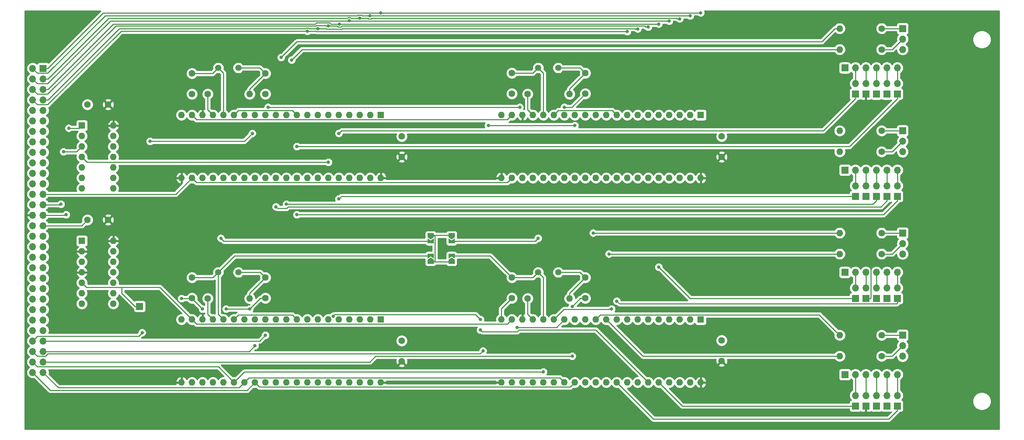
<source format=gbr>
G04 #@! TF.GenerationSoftware,KiCad,Pcbnew,5.1.5+dfsg1-2build2*
G04 #@! TF.CreationDate,2021-04-04T16:47:07+01:00*
G04 #@! TF.ProjectId,serial,73657269-616c-42e6-9b69-6361645f7063,rev?*
G04 #@! TF.SameCoordinates,Original*
G04 #@! TF.FileFunction,Copper,L1,Top*
G04 #@! TF.FilePolarity,Positive*
%FSLAX46Y46*%
G04 Gerber Fmt 4.6, Leading zero omitted, Abs format (unit mm)*
G04 Created by KiCad (PCBNEW 5.1.5+dfsg1-2build2) date 2021-04-04 16:47:07*
%MOMM*%
%LPD*%
G04 APERTURE LIST*
%ADD10R,1.700000X1.700000*%
%ADD11O,1.600000X1.600000*%
%ADD12C,1.600000*%
%ADD13O,1.700000X1.700000*%
%ADD14C,0.100000*%
%ADD15R,1.600000X1.600000*%
%ADD16C,1.500000*%
%ADD17C,0.800000*%
%ADD18C,0.250000*%
%ADD19C,0.254000*%
G04 APERTURE END LIST*
D10*
X58420000Y-116205000D03*
D11*
X227965000Y-53975000D03*
D12*
X238125000Y-53975000D03*
D11*
X227965000Y-48895000D03*
D12*
X238125000Y-48895000D03*
D11*
X227965000Y-78740000D03*
D12*
X238125000Y-78740000D03*
D11*
X227965000Y-73660000D03*
D12*
X238125000Y-73660000D03*
D11*
X227965000Y-103505000D03*
D12*
X238125000Y-103505000D03*
D11*
X227965000Y-98425000D03*
D12*
X238125000Y-98425000D03*
D11*
X227965000Y-128270000D03*
D12*
X238125000Y-128270000D03*
D11*
X227965000Y-123190000D03*
D12*
X238125000Y-123190000D03*
D13*
X243205000Y-53975000D03*
X243205000Y-51435000D03*
D10*
X243205000Y-48895000D03*
D13*
X243205000Y-78740000D03*
X243205000Y-76200000D03*
D10*
X243205000Y-73660000D03*
D13*
X243205000Y-103505000D03*
X243205000Y-100965000D03*
D10*
X243205000Y-98425000D03*
D13*
X243205000Y-128270000D03*
X243205000Y-125730000D03*
D10*
X243205000Y-123190000D03*
D12*
X148590000Y-114220000D03*
X148590000Y-109220000D03*
X166370000Y-114220000D03*
X166370000Y-109220000D03*
X148590000Y-59690000D03*
X148590000Y-64690000D03*
X166370000Y-64690000D03*
X166370000Y-59690000D03*
X71120000Y-109220000D03*
X71120000Y-114220000D03*
X88900000Y-114220000D03*
X88900000Y-109220000D03*
X71120000Y-59770000D03*
X71120000Y-64770000D03*
X88900000Y-64770000D03*
X88900000Y-59770000D03*
X45800000Y-67310000D03*
X50800000Y-67310000D03*
X45800000Y-95250000D03*
X50800000Y-95250000D03*
X199390000Y-129460000D03*
X199390000Y-124460000D03*
X199390000Y-80010000D03*
X199390000Y-75010000D03*
X121920000Y-129540000D03*
X121920000Y-124540000D03*
X121920000Y-80010000D03*
X121920000Y-75010000D03*
D10*
X35052000Y-58547000D03*
D13*
X32512000Y-58547000D03*
X35052000Y-61087000D03*
X32512000Y-61087000D03*
X35052000Y-63627000D03*
X32512000Y-63627000D03*
X35052000Y-66167000D03*
X32512000Y-66167000D03*
X35052000Y-68707000D03*
X32512000Y-68707000D03*
X35052000Y-71247000D03*
X32512000Y-71247000D03*
X35052000Y-73787000D03*
X32512000Y-73787000D03*
X35052000Y-76327000D03*
X32512000Y-76327000D03*
X35052000Y-78867000D03*
X32512000Y-78867000D03*
X35052000Y-81407000D03*
X32512000Y-81407000D03*
X35052000Y-83947000D03*
X32512000Y-83947000D03*
X35052000Y-86487000D03*
X32512000Y-86487000D03*
X35052000Y-89027000D03*
X32512000Y-89027000D03*
X35052000Y-91567000D03*
X32512000Y-91567000D03*
X35052000Y-94107000D03*
X32512000Y-94107000D03*
X35052000Y-96647000D03*
X32512000Y-96647000D03*
X35052000Y-99187000D03*
X32512000Y-99187000D03*
X35052000Y-101727000D03*
X32512000Y-101727000D03*
X35052000Y-104267000D03*
X32512000Y-104267000D03*
X35052000Y-106807000D03*
X32512000Y-106807000D03*
X35052000Y-109347000D03*
X32512000Y-109347000D03*
X35052000Y-111887000D03*
X32512000Y-111887000D03*
X35052000Y-114427000D03*
X32512000Y-114427000D03*
X35052000Y-116967000D03*
X32512000Y-116967000D03*
X35052000Y-119507000D03*
X32512000Y-119507000D03*
X35052000Y-122047000D03*
X32512000Y-122047000D03*
X35052000Y-124587000D03*
X32512000Y-124587000D03*
X35052000Y-127127000D03*
X32512000Y-127127000D03*
X35052000Y-129667000D03*
X32512000Y-129667000D03*
X35052000Y-132207000D03*
X32512000Y-132207000D03*
D10*
X229235000Y-132715000D03*
D13*
X231775000Y-132715000D03*
X234315000Y-132715000D03*
X236855000Y-132715000D03*
X239395000Y-132715000D03*
X241935000Y-132715000D03*
D10*
X229235000Y-107950000D03*
D13*
X231775000Y-107950000D03*
X234315000Y-107950000D03*
X236855000Y-107950000D03*
X239395000Y-107950000D03*
X241935000Y-107950000D03*
X241935000Y-83185000D03*
X239395000Y-83185000D03*
X236855000Y-83185000D03*
X234315000Y-83185000D03*
X231775000Y-83185000D03*
D10*
X229235000Y-83185000D03*
D13*
X241935000Y-58420000D03*
X239395000Y-58420000D03*
X236855000Y-58420000D03*
X234315000Y-58420000D03*
X231775000Y-58420000D03*
D10*
X229235000Y-58420000D03*
G04 #@! TA.AperFunction,SMDPad,CuDef*
D14*
G36*
X133985000Y-104410000D02*
G01*
X134735000Y-104910000D01*
X134735000Y-105910000D01*
X133235000Y-105910000D01*
X133235000Y-104910000D01*
X133985000Y-104410000D01*
G37*
G04 #@! TD.AperFunction*
G04 #@! TA.AperFunction,SMDPad,CuDef*
G36*
X134735000Y-103460000D02*
G01*
X134735000Y-104610000D01*
X133985000Y-104110000D01*
X133235000Y-104610000D01*
X133235000Y-103460000D01*
X134735000Y-103460000D01*
G37*
G04 #@! TD.AperFunction*
G04 #@! TA.AperFunction,SMDPad,CuDef*
G36*
X133235000Y-100920000D02*
G01*
X133235000Y-99770000D01*
X133985000Y-100270000D01*
X134735000Y-99770000D01*
X134735000Y-100920000D01*
X133235000Y-100920000D01*
G37*
G04 #@! TD.AperFunction*
G04 #@! TA.AperFunction,SMDPad,CuDef*
G36*
X133985000Y-99970000D02*
G01*
X133235000Y-99470000D01*
X133235000Y-98470000D01*
X134735000Y-98470000D01*
X134735000Y-99470000D01*
X133985000Y-99970000D01*
G37*
G04 #@! TD.AperFunction*
G04 #@! TA.AperFunction,SMDPad,CuDef*
G36*
X128905000Y-104410000D02*
G01*
X129655000Y-104910000D01*
X129655000Y-105910000D01*
X128155000Y-105910000D01*
X128155000Y-104910000D01*
X128905000Y-104410000D01*
G37*
G04 #@! TD.AperFunction*
G04 #@! TA.AperFunction,SMDPad,CuDef*
G36*
X129655000Y-103460000D02*
G01*
X129655000Y-104610000D01*
X128905000Y-104110000D01*
X128155000Y-104610000D01*
X128155000Y-103460000D01*
X129655000Y-103460000D01*
G37*
G04 #@! TD.AperFunction*
G04 #@! TA.AperFunction,SMDPad,CuDef*
G36*
X128155000Y-100920000D02*
G01*
X128155000Y-99770000D01*
X128905000Y-100270000D01*
X129655000Y-99770000D01*
X129655000Y-100920000D01*
X128155000Y-100920000D01*
G37*
G04 #@! TD.AperFunction*
G04 #@! TA.AperFunction,SMDPad,CuDef*
G36*
X128905000Y-99970000D02*
G01*
X128155000Y-99470000D01*
X128155000Y-98470000D01*
X129655000Y-98470000D01*
X129655000Y-99470000D01*
X128905000Y-99970000D01*
G37*
G04 #@! TD.AperFunction*
D10*
X231775000Y-140335000D03*
D13*
X231775000Y-137795000D03*
X234315000Y-137795000D03*
D10*
X234315000Y-140335000D03*
D13*
X236855000Y-137795000D03*
D10*
X236855000Y-140335000D03*
D13*
X239395000Y-137795000D03*
D10*
X239395000Y-140335000D03*
X241935000Y-140335000D03*
D13*
X241935000Y-137795000D03*
X231775000Y-111760000D03*
D10*
X231775000Y-114300000D03*
X234315000Y-114300000D03*
D13*
X234315000Y-111760000D03*
X236855000Y-111760000D03*
D10*
X236855000Y-114300000D03*
X239395000Y-114300000D03*
D13*
X239395000Y-111760000D03*
X241935000Y-111760000D03*
D10*
X241935000Y-114300000D03*
X231775000Y-89535000D03*
D13*
X231775000Y-86995000D03*
X234315000Y-86995000D03*
D10*
X234315000Y-89535000D03*
X236855000Y-89535000D03*
D13*
X236855000Y-86995000D03*
X239395000Y-86995000D03*
D10*
X239395000Y-89535000D03*
D13*
X241935000Y-86995000D03*
D10*
X241935000Y-89535000D03*
X231775000Y-64770000D03*
D13*
X231775000Y-62230000D03*
D10*
X234315000Y-64770000D03*
D13*
X234315000Y-62230000D03*
D10*
X236855000Y-64770000D03*
D13*
X236855000Y-62230000D03*
X239395000Y-62230000D03*
D10*
X239395000Y-64770000D03*
D13*
X241935000Y-62230000D03*
D10*
X241935000Y-64770000D03*
D11*
X162560000Y-114300000D03*
D12*
X152400000Y-114300000D03*
X152400000Y-64770000D03*
D11*
X162560000Y-64770000D03*
X85090000Y-114300000D03*
D12*
X74930000Y-114300000D03*
X74930000Y-64770000D03*
D11*
X85090000Y-64770000D03*
D15*
X44450000Y-100330000D03*
D11*
X52070000Y-115570000D03*
X44450000Y-102870000D03*
X52070000Y-113030000D03*
X44450000Y-105410000D03*
X52070000Y-110490000D03*
X44450000Y-107950000D03*
X52070000Y-107950000D03*
X44450000Y-110490000D03*
X52070000Y-105410000D03*
X44450000Y-113030000D03*
X52070000Y-102870000D03*
X44450000Y-115570000D03*
X52070000Y-100330000D03*
X52070000Y-72390000D03*
X44450000Y-87630000D03*
X52070000Y-74930000D03*
X44450000Y-85090000D03*
X52070000Y-77470000D03*
X44450000Y-82550000D03*
X52070000Y-80010000D03*
X44450000Y-80010000D03*
X52070000Y-82550000D03*
X44450000Y-77470000D03*
X52070000Y-85090000D03*
X44450000Y-74930000D03*
X52070000Y-87630000D03*
D15*
X44450000Y-72390000D03*
X194310000Y-119380000D03*
D11*
X146050000Y-134620000D03*
X191770000Y-119380000D03*
X148590000Y-134620000D03*
X189230000Y-119380000D03*
X151130000Y-134620000D03*
X186690000Y-119380000D03*
X153670000Y-134620000D03*
X184150000Y-119380000D03*
X156210000Y-134620000D03*
X181610000Y-119380000D03*
X158750000Y-134620000D03*
X179070000Y-119380000D03*
X161290000Y-134620000D03*
X176530000Y-119380000D03*
X163830000Y-134620000D03*
X173990000Y-119380000D03*
X166370000Y-134620000D03*
X171450000Y-119380000D03*
X168910000Y-134620000D03*
X168910000Y-119380000D03*
X171450000Y-134620000D03*
X166370000Y-119380000D03*
X173990000Y-134620000D03*
X163830000Y-119380000D03*
X176530000Y-134620000D03*
X161290000Y-119380000D03*
X179070000Y-134620000D03*
X158750000Y-119380000D03*
X181610000Y-134620000D03*
X156210000Y-119380000D03*
X184150000Y-134620000D03*
X153670000Y-119380000D03*
X186690000Y-134620000D03*
X151130000Y-119380000D03*
X189230000Y-134620000D03*
X148590000Y-119380000D03*
X191770000Y-134620000D03*
X146050000Y-119380000D03*
X194310000Y-134620000D03*
X194310000Y-85090000D03*
X146050000Y-69850000D03*
X191770000Y-85090000D03*
X148590000Y-69850000D03*
X189230000Y-85090000D03*
X151130000Y-69850000D03*
X186690000Y-85090000D03*
X153670000Y-69850000D03*
X184150000Y-85090000D03*
X156210000Y-69850000D03*
X181610000Y-85090000D03*
X158750000Y-69850000D03*
X179070000Y-85090000D03*
X161290000Y-69850000D03*
X176530000Y-85090000D03*
X163830000Y-69850000D03*
X173990000Y-85090000D03*
X166370000Y-69850000D03*
X171450000Y-85090000D03*
X168910000Y-69850000D03*
X168910000Y-85090000D03*
X171450000Y-69850000D03*
X166370000Y-85090000D03*
X173990000Y-69850000D03*
X163830000Y-85090000D03*
X176530000Y-69850000D03*
X161290000Y-85090000D03*
X179070000Y-69850000D03*
X158750000Y-85090000D03*
X181610000Y-69850000D03*
X156210000Y-85090000D03*
X184150000Y-69850000D03*
X153670000Y-85090000D03*
X186690000Y-69850000D03*
X151130000Y-85090000D03*
X189230000Y-69850000D03*
X148590000Y-85090000D03*
X191770000Y-69850000D03*
X146050000Y-85090000D03*
D15*
X194310000Y-69850000D03*
D11*
X116840000Y-134620000D03*
X68580000Y-119380000D03*
X114300000Y-134620000D03*
X71120000Y-119380000D03*
X111760000Y-134620000D03*
X73660000Y-119380000D03*
X109220000Y-134620000D03*
X76200000Y-119380000D03*
X106680000Y-134620000D03*
X78740000Y-119380000D03*
X104140000Y-134620000D03*
X81280000Y-119380000D03*
X101600000Y-134620000D03*
X83820000Y-119380000D03*
X99060000Y-134620000D03*
X86360000Y-119380000D03*
X96520000Y-134620000D03*
X88900000Y-119380000D03*
X93980000Y-134620000D03*
X91440000Y-119380000D03*
X91440000Y-134620000D03*
X93980000Y-119380000D03*
X88900000Y-134620000D03*
X96520000Y-119380000D03*
X86360000Y-134620000D03*
X99060000Y-119380000D03*
X83820000Y-134620000D03*
X101600000Y-119380000D03*
X81280000Y-134620000D03*
X104140000Y-119380000D03*
X78740000Y-134620000D03*
X106680000Y-119380000D03*
X76200000Y-134620000D03*
X109220000Y-119380000D03*
X73660000Y-134620000D03*
X111760000Y-119380000D03*
X71120000Y-134620000D03*
X114300000Y-119380000D03*
X68580000Y-134620000D03*
D15*
X116840000Y-119380000D03*
X116840000Y-69850000D03*
D11*
X68580000Y-85090000D03*
X114300000Y-69850000D03*
X71120000Y-85090000D03*
X111760000Y-69850000D03*
X73660000Y-85090000D03*
X109220000Y-69850000D03*
X76200000Y-85090000D03*
X106680000Y-69850000D03*
X78740000Y-85090000D03*
X104140000Y-69850000D03*
X81280000Y-85090000D03*
X101600000Y-69850000D03*
X83820000Y-85090000D03*
X99060000Y-69850000D03*
X86360000Y-85090000D03*
X96520000Y-69850000D03*
X88900000Y-85090000D03*
X93980000Y-69850000D03*
X91440000Y-85090000D03*
X91440000Y-69850000D03*
X93980000Y-85090000D03*
X88900000Y-69850000D03*
X96520000Y-85090000D03*
X86360000Y-69850000D03*
X99060000Y-85090000D03*
X83820000Y-69850000D03*
X101600000Y-85090000D03*
X81280000Y-69850000D03*
X104140000Y-85090000D03*
X78740000Y-69850000D03*
X106680000Y-85090000D03*
X76200000Y-69850000D03*
X109220000Y-85090000D03*
X73660000Y-69850000D03*
X111760000Y-85090000D03*
X71120000Y-69850000D03*
X114300000Y-85090000D03*
X68580000Y-69850000D03*
X116840000Y-85090000D03*
D16*
X154940000Y-107950000D03*
X159820000Y-107950000D03*
X159820000Y-58420000D03*
X154940000Y-58420000D03*
X77470000Y-107950000D03*
X82350000Y-107950000D03*
X82350000Y-58420000D03*
X77470000Y-58420000D03*
D17*
X68580000Y-114300000D03*
X85090000Y-116840000D03*
X79375000Y-116840000D03*
X73660000Y-116840000D03*
X163195000Y-116205000D03*
X149860000Y-121285000D03*
X161290000Y-67945000D03*
X154940000Y-99695000D03*
X78105000Y-99695000D03*
X76200000Y-132080000D03*
X183515000Y-136525000D03*
X234315000Y-96520000D03*
X194310000Y-45085000D03*
X116840000Y-45085000D03*
X191770000Y-45810000D03*
X114210000Y-45810000D03*
X189230000Y-46535000D03*
X111760000Y-46355000D03*
X186690000Y-47080000D03*
X109220000Y-46990000D03*
X184150000Y-47805000D03*
X106866081Y-47811081D03*
X181610000Y-48536081D03*
X104138909Y-48261091D03*
X179070000Y-48986091D03*
X101600000Y-48895000D03*
X176530000Y-49620000D03*
X99060000Y-49530000D03*
X39370000Y-91440000D03*
X40005000Y-78740000D03*
X40640000Y-93980000D03*
X41275000Y-73025000D03*
X88900000Y-123190000D03*
X89535000Y-67945000D03*
X150495000Y-67945000D03*
X59055000Y-122555000D03*
X60960000Y-76200000D03*
X85725000Y-74295000D03*
X86360000Y-125730000D03*
X141605000Y-127000000D03*
X142875000Y-72390000D03*
X163830000Y-72390000D03*
X163195000Y-128270000D03*
X156210000Y-132080000D03*
X184150000Y-106680000D03*
X172085000Y-103505000D03*
X168275000Y-98425000D03*
X173990000Y-114935000D03*
X106680000Y-90170000D03*
X93980000Y-91440000D03*
X91440000Y-92075000D03*
X96520000Y-93980000D03*
X106680000Y-74295000D03*
X95250000Y-56515000D03*
X92710000Y-55880000D03*
X96520000Y-77470000D03*
X104140000Y-81280000D03*
X105291194Y-118583283D03*
X140970000Y-119380000D03*
X140970000Y-121920000D03*
X172720000Y-116840000D03*
D18*
X44403000Y-96647000D02*
X45800000Y-95250000D01*
X35052000Y-96647000D02*
X44403000Y-96647000D01*
X71040000Y-114300000D02*
X71120000Y-114220000D01*
X68580000Y-114300000D02*
X71040000Y-114300000D01*
X87710000Y-114220000D02*
X88900000Y-114220000D01*
X85090000Y-116840000D02*
X87710000Y-114220000D01*
X85090000Y-116840000D02*
X79375000Y-116840000D01*
X71120000Y-114300000D02*
X71120000Y-114220000D01*
X73660000Y-116840000D02*
X71120000Y-114300000D01*
X165180000Y-114220000D02*
X166370000Y-114220000D01*
X163195000Y-116205000D02*
X165180000Y-114220000D01*
X159385000Y-121285000D02*
X161290000Y-119380000D01*
X149860000Y-121285000D02*
X159385000Y-121285000D01*
X146050000Y-116760000D02*
X148590000Y-114220000D01*
X146050000Y-119380000D02*
X146050000Y-116760000D01*
X163115000Y-67945000D02*
X166370000Y-64690000D01*
X161290000Y-67945000D02*
X163115000Y-67945000D01*
X153670000Y-109220000D02*
X154940000Y-107950000D01*
X148590000Y-109220000D02*
X153670000Y-109220000D01*
X156210000Y-109220000D02*
X154940000Y-107950000D01*
X156210000Y-119380000D02*
X156210000Y-109220000D01*
X143330000Y-103960000D02*
X148590000Y-109220000D01*
X133985000Y-103960000D02*
X143330000Y-103960000D01*
X165100000Y-107950000D02*
X166370000Y-109220000D01*
X159820000Y-107950000D02*
X165100000Y-107950000D01*
X162560000Y-113030000D02*
X166370000Y-109220000D01*
X162560000Y-114300000D02*
X162560000Y-113030000D01*
X153670000Y-59690000D02*
X154940000Y-58420000D01*
X148590000Y-59690000D02*
X153670000Y-59690000D01*
X156210000Y-59690000D02*
X154940000Y-58420000D01*
X156210000Y-69850000D02*
X156210000Y-59690000D01*
X154215000Y-100420000D02*
X154940000Y-99695000D01*
X133985000Y-100420000D02*
X154215000Y-100420000D01*
X165100000Y-58420000D02*
X166370000Y-59690000D01*
X159820000Y-58420000D02*
X165100000Y-58420000D01*
X162560000Y-63500000D02*
X166370000Y-59690000D01*
X162560000Y-64770000D02*
X162560000Y-63500000D01*
X76200000Y-109220000D02*
X77470000Y-107950000D01*
X71120000Y-109220000D02*
X76200000Y-109220000D01*
X81460000Y-103960000D02*
X128905000Y-103960000D01*
X77470000Y-107950000D02*
X81460000Y-103960000D01*
X77470000Y-109010660D02*
X77470000Y-107950000D01*
X78740000Y-119380000D02*
X77470000Y-118110000D01*
X77470000Y-118110000D02*
X77470000Y-109010660D01*
X87630000Y-107950000D02*
X88900000Y-109220000D01*
X82350000Y-107950000D02*
X87630000Y-107950000D01*
X85090000Y-113030000D02*
X88900000Y-109220000D01*
X85090000Y-114300000D02*
X85090000Y-113030000D01*
X76120000Y-59770000D02*
X77470000Y-58420000D01*
X71120000Y-59770000D02*
X76120000Y-59770000D01*
X78740000Y-59690000D02*
X77470000Y-58420000D01*
X78740000Y-69850000D02*
X78740000Y-59690000D01*
X78830000Y-100420000D02*
X78105000Y-99695000D01*
X128905000Y-100420000D02*
X78830000Y-100420000D01*
X87550000Y-58420000D02*
X88900000Y-59770000D01*
X82350000Y-58420000D02*
X87550000Y-58420000D01*
X85090000Y-63580000D02*
X88900000Y-59770000D01*
X85090000Y-64770000D02*
X85090000Y-63580000D01*
X235490001Y-97695001D02*
X234315000Y-96520000D01*
X235490001Y-114224999D02*
X235490001Y-97695001D01*
X235415000Y-114300000D02*
X235490001Y-114224999D01*
X234315000Y-114300000D02*
X235415000Y-114300000D01*
X49614000Y-45085000D02*
X194310000Y-45085000D01*
X36152000Y-58547000D02*
X49614000Y-45085000D01*
X35052000Y-58547000D02*
X36152000Y-58547000D01*
X32512000Y-58547000D02*
X33687001Y-59722001D01*
X33687001Y-59722001D02*
X36162999Y-59722001D01*
X50075000Y-45810000D02*
X111231998Y-45810000D01*
X111411999Y-45629999D02*
X112108001Y-45629999D01*
X36162999Y-59722001D02*
X50075000Y-45810000D01*
X111231998Y-45810000D02*
X111411999Y-45629999D01*
X112108001Y-45629999D02*
X112288002Y-45810000D01*
X112288002Y-45810000D02*
X191204315Y-45810000D01*
X191204315Y-45810000D02*
X191770000Y-45810000D01*
X188484315Y-46355000D02*
X188664315Y-46535000D01*
X114738002Y-46355000D02*
X188484315Y-46355000D01*
X188664315Y-46535000D02*
X189230000Y-46535000D01*
X114558001Y-46535001D02*
X114738002Y-46355000D01*
X108781998Y-46355000D02*
X108871999Y-46264999D01*
X113861999Y-46535001D02*
X114558001Y-46535001D01*
X113681998Y-46355000D02*
X113861999Y-46535001D01*
X109568001Y-46264999D02*
X109658002Y-46355000D01*
X109658002Y-46355000D02*
X113681998Y-46355000D01*
X108871999Y-46264999D02*
X109568001Y-46264999D01*
X36254081Y-61087000D02*
X50986081Y-46355000D01*
X50986081Y-46355000D02*
X108781998Y-46355000D01*
X35052000Y-61087000D02*
X36254081Y-61087000D01*
X32512000Y-61087000D02*
X33687001Y-62262001D01*
X33687001Y-62262001D02*
X36162999Y-62262001D01*
X36162999Y-62262001D02*
X51345000Y-47080000D01*
X51345000Y-47080000D02*
X186690000Y-47080000D01*
X104755820Y-47805000D02*
X183584315Y-47805000D01*
X101249497Y-47536090D02*
X104486910Y-47536090D01*
X52070000Y-47811081D02*
X100974506Y-47811081D01*
X183584315Y-47805000D02*
X184150000Y-47805000D01*
X104486910Y-47536090D02*
X104755820Y-47805000D01*
X100974506Y-47811081D02*
X101249497Y-47536090D01*
X35052000Y-63627000D02*
X36254081Y-63627000D01*
X36254081Y-63627000D02*
X52070000Y-47811081D01*
X106518080Y-48536082D02*
X107214082Y-48536082D01*
X180769325Y-48261091D02*
X181044315Y-48536081D01*
X181044315Y-48536081D02*
X181610000Y-48536081D01*
X107489073Y-48261091D02*
X180769325Y-48261091D01*
X107214082Y-48536082D02*
X107489073Y-48261091D01*
X106243089Y-48261091D02*
X106518080Y-48536082D01*
X104138909Y-48261091D02*
X106243089Y-48261091D01*
X32512000Y-63627000D02*
X33687001Y-64802001D01*
X101251999Y-48169999D02*
X103482132Y-48169999D01*
X103573224Y-48261091D02*
X104138909Y-48261091D01*
X36162999Y-64802001D02*
X52703909Y-48261091D01*
X33687001Y-64802001D02*
X36162999Y-64802001D01*
X103482132Y-48169999D02*
X103573224Y-48261091D01*
X52703909Y-48261091D02*
X101160907Y-48261091D01*
X101160907Y-48261091D02*
X101251999Y-48169999D01*
X178413224Y-48895000D02*
X178504315Y-48986091D01*
X35052000Y-66167000D02*
X36254081Y-66167000D01*
X107400482Y-48986093D02*
X107491575Y-48895000D01*
X103790909Y-48986093D02*
X107400482Y-48986093D01*
X103699816Y-48895000D02*
X103790909Y-48986093D01*
X99408001Y-48804999D02*
X99498002Y-48895000D01*
X98711999Y-48804999D02*
X99408001Y-48804999D01*
X98621998Y-48895000D02*
X98711999Y-48804999D01*
X178504315Y-48986091D02*
X179070000Y-48986091D01*
X53526081Y-48895000D02*
X98621998Y-48895000D01*
X36254081Y-66167000D02*
X53526081Y-48895000D01*
X107491575Y-48895000D02*
X178413224Y-48895000D01*
X99498002Y-48895000D02*
X103699816Y-48895000D01*
X175964315Y-49620000D02*
X176530000Y-49620000D01*
X32512000Y-66167000D02*
X33687001Y-67342001D01*
X33687001Y-67342001D02*
X36162999Y-67342001D01*
X36162999Y-67342001D02*
X53975000Y-49530000D01*
X101161998Y-49530000D02*
X101251999Y-49620001D01*
X101251999Y-49620001D02*
X175964315Y-49620000D01*
X53975000Y-49530000D02*
X101161998Y-49530000D01*
X147790001Y-85889999D02*
X148590000Y-85090000D01*
X147464999Y-86215001D02*
X147790001Y-85889999D01*
X72245001Y-86215001D02*
X147464999Y-86215001D01*
X71120000Y-85090000D02*
X72245001Y-86215001D01*
X67183000Y-89027000D02*
X71120000Y-85090000D01*
X35052000Y-89027000D02*
X67183000Y-89027000D01*
X39243000Y-91567000D02*
X39370000Y-91440000D01*
X35052000Y-91567000D02*
X39243000Y-91567000D01*
X43180000Y-78740000D02*
X44450000Y-77470000D01*
X40005000Y-78740000D02*
X43180000Y-78740000D01*
X40513000Y-94107000D02*
X40640000Y-93980000D01*
X35052000Y-94107000D02*
X40513000Y-94107000D01*
X43815000Y-73025000D02*
X44450000Y-72390000D01*
X41275000Y-73025000D02*
X43815000Y-73025000D01*
X35052000Y-124587000D02*
X87503000Y-124587000D01*
X87503000Y-124587000D02*
X88900000Y-123190000D01*
X89535000Y-67945000D02*
X150495000Y-67945000D01*
X33687001Y-123411999D02*
X58198001Y-123411999D01*
X32512000Y-124587000D02*
X33687001Y-123411999D01*
X58198001Y-123411999D02*
X59055000Y-122555000D01*
X83820000Y-76200000D02*
X85725000Y-74295000D01*
X60960000Y-76200000D02*
X83820000Y-76200000D01*
X84963000Y-127127000D02*
X86360000Y-125730000D01*
X35052000Y-127127000D02*
X84963000Y-127127000D01*
X140913999Y-127691001D02*
X141605000Y-127000000D01*
X36227001Y-127691001D02*
X140913999Y-127691001D01*
X35616001Y-128302001D02*
X36227001Y-127691001D01*
X33687001Y-128302001D02*
X35616001Y-128302001D01*
X32512000Y-127127000D02*
X33687001Y-128302001D01*
X142875000Y-72390000D02*
X163830000Y-72390000D01*
X35052000Y-129667000D02*
X114173000Y-129667000D01*
X115570000Y-128270000D02*
X163195000Y-128270000D01*
X114173000Y-129667000D02*
X115570000Y-128270000D01*
X80480001Y-133820001D02*
X81280000Y-134620000D01*
X77502001Y-130842001D02*
X80480001Y-133820001D01*
X33687001Y-130842001D02*
X77502001Y-130842001D01*
X32512000Y-129667000D02*
X33687001Y-130842001D01*
X83820000Y-132080000D02*
X81280000Y-134620000D01*
X156210000Y-132080000D02*
X83820000Y-132080000D01*
X83020001Y-135419999D02*
X83820000Y-134620000D01*
X82550000Y-135890000D02*
X83020001Y-135419999D01*
X38735000Y-135890000D02*
X82550000Y-135890000D01*
X35052000Y-132207000D02*
X38735000Y-135890000D01*
X160490001Y-133820001D02*
X161290000Y-134620000D01*
X160164999Y-133494999D02*
X160490001Y-133820001D01*
X84945001Y-133494999D02*
X160164999Y-133494999D01*
X83820000Y-134620000D02*
X84945001Y-133494999D01*
X32512000Y-132207000D02*
X36830000Y-136525000D01*
X84455000Y-136525000D02*
X86360000Y-134620000D01*
X36830000Y-136525000D02*
X84455000Y-136525000D01*
X163030001Y-135419999D02*
X163830000Y-134620000D01*
X162704999Y-135745001D02*
X163030001Y-135419999D01*
X87485001Y-135745001D02*
X162704999Y-135745001D01*
X86360000Y-134620000D02*
X87485001Y-135745001D01*
X231775000Y-137795000D02*
X231775000Y-132715000D01*
X234315000Y-137795000D02*
X234315000Y-132715000D01*
X236855000Y-137795000D02*
X236855000Y-132715000D01*
X239395000Y-137795000D02*
X239395000Y-132715000D01*
X241935000Y-136592919D02*
X241935000Y-132715000D01*
X241935000Y-137795000D02*
X241935000Y-136592919D01*
X231775000Y-111760000D02*
X231775000Y-107950000D01*
X234315000Y-111760000D02*
X234315000Y-107950000D01*
X236855000Y-111760000D02*
X236855000Y-107950000D01*
X239395000Y-111760000D02*
X239395000Y-107950000D01*
X241935000Y-111760000D02*
X241935000Y-107950000D01*
X241935000Y-86995000D02*
X241935000Y-83185000D01*
X239395000Y-85792919D02*
X239395000Y-83185000D01*
X239395000Y-86995000D02*
X239395000Y-85792919D01*
X236855000Y-86995000D02*
X236855000Y-83185000D01*
X234315000Y-86995000D02*
X234315000Y-83185000D01*
X231775000Y-86995000D02*
X231775000Y-83185000D01*
X241935000Y-62230000D02*
X241935000Y-58420000D01*
X239395000Y-62230000D02*
X239395000Y-58420000D01*
X236855000Y-61027919D02*
X236855000Y-58420000D01*
X236855000Y-62230000D02*
X236855000Y-61027919D01*
X234315000Y-61027919D02*
X234315000Y-58420000D01*
X234315000Y-62230000D02*
X234315000Y-61027919D01*
X231775000Y-62230000D02*
X231775000Y-58420000D01*
X133985000Y-98970000D02*
X128905000Y-98970000D01*
X128905000Y-105410000D02*
X133985000Y-105410000D01*
X129655000Y-105410000D02*
X128905000Y-105410000D01*
X129980010Y-105084990D02*
X129655000Y-105410000D01*
X129980010Y-99295010D02*
X129980010Y-105084990D01*
X129655000Y-98970000D02*
X129980010Y-99295010D01*
X128905000Y-98970000D02*
X129655000Y-98970000D01*
X189865000Y-140335000D02*
X231775000Y-140335000D01*
X184150000Y-134620000D02*
X189865000Y-140335000D01*
X180340000Y-128270000D02*
X227965000Y-128270000D01*
X171450000Y-119380000D02*
X180340000Y-128270000D01*
X223029999Y-118254999D02*
X227165001Y-122390001D01*
X227165001Y-122390001D02*
X227965000Y-123190000D01*
X170035001Y-118254999D02*
X223029999Y-118254999D01*
X168910000Y-119380000D02*
X170035001Y-118254999D01*
X173990000Y-134620000D02*
X182880000Y-143510000D01*
X239860000Y-143510000D02*
X241935000Y-141435000D01*
X241935000Y-141435000D02*
X241935000Y-140335000D01*
X182880000Y-143510000D02*
X239860000Y-143510000D01*
X184150000Y-106680000D02*
X191770000Y-114300000D01*
X191770000Y-114300000D02*
X231775000Y-114300000D01*
X172085000Y-103505000D02*
X227965000Y-103505000D01*
X227965000Y-98425000D02*
X168275000Y-98425000D01*
X241935000Y-115400000D02*
X241765000Y-115570000D01*
X241935000Y-114300000D02*
X241935000Y-115400000D01*
X174625000Y-115570000D02*
X173990000Y-114935000D01*
X241765000Y-115570000D02*
X174625000Y-115570000D01*
X107315000Y-89535000D02*
X106680000Y-90170000D01*
X231775000Y-89535000D02*
X107315000Y-89535000D01*
X236855000Y-90635000D02*
X236855000Y-89535000D01*
X236050000Y-91440000D02*
X236855000Y-90635000D01*
X93980000Y-91440000D02*
X236050000Y-91440000D01*
X91440000Y-92075000D02*
X91839999Y-92474999D01*
X239395000Y-90635000D02*
X239395000Y-89535000D01*
X91839999Y-92474999D02*
X94018003Y-92474999D01*
X94018003Y-92474999D02*
X94418002Y-92075000D01*
X94418002Y-92075000D02*
X237955000Y-92075000D01*
X237955000Y-92075000D02*
X239395000Y-90635000D01*
X238590000Y-93980000D02*
X96520000Y-93980000D01*
X241935000Y-90635000D02*
X238590000Y-93980000D01*
X241935000Y-89535000D02*
X241935000Y-90635000D01*
X231775000Y-65870000D02*
X223985000Y-73660000D01*
X231775000Y-64770000D02*
X231775000Y-65870000D01*
X107315000Y-73660000D02*
X106680000Y-74295000D01*
X223985000Y-73660000D02*
X107315000Y-73660000D01*
X97790000Y-53975000D02*
X227965000Y-53975000D01*
X95250000Y-56515000D02*
X97790000Y-53975000D01*
X226833630Y-48895000D02*
X223658630Y-52070000D01*
X227965000Y-48895000D02*
X226833630Y-48895000D01*
X96520000Y-52070000D02*
X92710000Y-55880000D01*
X223658630Y-52070000D02*
X96520000Y-52070000D01*
X230335000Y-77470000D02*
X96520000Y-77470000D01*
X241935000Y-65870000D02*
X230335000Y-77470000D01*
X241935000Y-64770000D02*
X241935000Y-65870000D01*
X152400000Y-118110000D02*
X153670000Y-119380000D01*
X152400000Y-114300000D02*
X152400000Y-118110000D01*
X152400000Y-68580000D02*
X153670000Y-69850000D01*
X152400000Y-64770000D02*
X152400000Y-68580000D01*
X74930000Y-118110000D02*
X76200000Y-119380000D01*
X74930000Y-114300000D02*
X74930000Y-118110000D01*
X74930000Y-68580000D02*
X76200000Y-69850000D01*
X74930000Y-64770000D02*
X74930000Y-68580000D01*
X147790001Y-120179999D02*
X148590000Y-119380000D01*
X147464999Y-120505001D02*
X147790001Y-120179999D01*
X72245001Y-120505001D02*
X147464999Y-120505001D01*
X71120000Y-119380000D02*
X72245001Y-120505001D01*
X70320001Y-118580001D02*
X71120000Y-119380000D01*
X63355001Y-111615001D02*
X70320001Y-118580001D01*
X44450000Y-110490000D02*
X45575001Y-111615001D01*
X71120000Y-69850000D02*
X72245001Y-70975001D01*
X72245001Y-70975001D02*
X147464999Y-70975001D01*
X147464999Y-70975001D02*
X147790001Y-70649999D01*
X147790001Y-70649999D02*
X148590000Y-69850000D01*
X57320000Y-116205000D02*
X58420000Y-116205000D01*
X54119999Y-113004999D02*
X57320000Y-116205000D01*
X54119999Y-111615001D02*
X54119999Y-113004999D01*
X45575001Y-111615001D02*
X54119999Y-111615001D01*
X54119999Y-111615001D02*
X63355001Y-111615001D01*
X45720000Y-81280000D02*
X104140000Y-81280000D01*
X44450000Y-80010000D02*
X45720000Y-81280000D01*
X139773284Y-118183284D02*
X140970000Y-119380000D01*
X105691193Y-118183284D02*
X139773284Y-118183284D01*
X105291194Y-118583283D02*
X105691193Y-118183284D01*
X150298002Y-121920000D02*
X168910000Y-121920000D01*
X141369999Y-122319999D02*
X149898003Y-122319999D01*
X168910000Y-121920000D02*
X180810001Y-133820001D01*
X140970000Y-121920000D02*
X141369999Y-122319999D01*
X149898003Y-122319999D02*
X150298002Y-121920000D01*
X180810001Y-133820001D02*
X181610000Y-134620000D01*
X161199999Y-116930001D02*
X172064314Y-116930001D01*
X172064314Y-116930001D02*
X172154315Y-116840000D01*
X172154315Y-116840000D02*
X172720000Y-116840000D01*
X158750000Y-119380000D02*
X161199999Y-116930001D01*
X159875001Y-68724999D02*
X172864999Y-68724999D01*
X173190001Y-69050001D02*
X173990000Y-69850000D01*
X158750000Y-69850000D02*
X159875001Y-68724999D01*
X172864999Y-68724999D02*
X173190001Y-69050001D01*
X95720001Y-118580001D02*
X96520000Y-119380000D01*
X95394999Y-118254999D02*
X95720001Y-118580001D01*
X82405001Y-118254999D02*
X95394999Y-118254999D01*
X81280000Y-119380000D02*
X82405001Y-118254999D01*
X95720001Y-69050001D02*
X96520000Y-69850000D01*
X95394999Y-68724999D02*
X95720001Y-69050001D01*
X82405001Y-68724999D02*
X95394999Y-68724999D01*
X81280000Y-69850000D02*
X82405001Y-68724999D01*
X240665000Y-128270000D02*
X243205000Y-125730000D01*
X238125000Y-128270000D02*
X240665000Y-128270000D01*
X238125000Y-123190000D02*
X243205000Y-123190000D01*
X240665000Y-103505000D02*
X243205000Y-100965000D01*
X238125000Y-103505000D02*
X240665000Y-103505000D01*
X238125000Y-98425000D02*
X243205000Y-98425000D01*
X240665000Y-78740000D02*
X243205000Y-76200000D01*
X238125000Y-78740000D02*
X240665000Y-78740000D01*
X238125000Y-73660000D02*
X243205000Y-73660000D01*
X240665000Y-53975000D02*
X243205000Y-51435000D01*
X238125000Y-53975000D02*
X240665000Y-53975000D01*
X238125000Y-48895000D02*
X243205000Y-48895000D01*
D19*
G36*
X36364544Y-57259655D02*
G01*
X36353185Y-57245815D01*
X36256494Y-57166463D01*
X36146180Y-57107498D01*
X36026482Y-57071188D01*
X35902000Y-57058928D01*
X34202000Y-57058928D01*
X34077518Y-57071188D01*
X33957820Y-57107498D01*
X33847506Y-57166463D01*
X33750815Y-57245815D01*
X33671463Y-57342506D01*
X33612498Y-57452820D01*
X33590487Y-57525380D01*
X33458632Y-57393525D01*
X33215411Y-57231010D01*
X32945158Y-57119068D01*
X32658260Y-57062000D01*
X32365740Y-57062000D01*
X32078842Y-57119068D01*
X31808589Y-57231010D01*
X31565368Y-57393525D01*
X31358525Y-57600368D01*
X31196010Y-57843589D01*
X31084068Y-58113842D01*
X31027000Y-58400740D01*
X31027000Y-58693260D01*
X31084068Y-58980158D01*
X31196010Y-59250411D01*
X31358525Y-59493632D01*
X31565368Y-59700475D01*
X31739760Y-59817000D01*
X31565368Y-59933525D01*
X31358525Y-60140368D01*
X31196010Y-60383589D01*
X31084068Y-60653842D01*
X31027000Y-60940740D01*
X31027000Y-61233260D01*
X31084068Y-61520158D01*
X31196010Y-61790411D01*
X31358525Y-62033632D01*
X31565368Y-62240475D01*
X31739760Y-62357000D01*
X31565368Y-62473525D01*
X31358525Y-62680368D01*
X31196010Y-62923589D01*
X31084068Y-63193842D01*
X31027000Y-63480740D01*
X31027000Y-63773260D01*
X31084068Y-64060158D01*
X31196010Y-64330411D01*
X31358525Y-64573632D01*
X31565368Y-64780475D01*
X31739760Y-64897000D01*
X31565368Y-65013525D01*
X31358525Y-65220368D01*
X31196010Y-65463589D01*
X31084068Y-65733842D01*
X31027000Y-66020740D01*
X31027000Y-66313260D01*
X31084068Y-66600158D01*
X31196010Y-66870411D01*
X31358525Y-67113632D01*
X31565368Y-67320475D01*
X31739760Y-67437000D01*
X31565368Y-67553525D01*
X31358525Y-67760368D01*
X31196010Y-68003589D01*
X31084068Y-68273842D01*
X31027000Y-68560740D01*
X31027000Y-68853260D01*
X31084068Y-69140158D01*
X31196010Y-69410411D01*
X31358525Y-69653632D01*
X31565368Y-69860475D01*
X31739760Y-69977000D01*
X31565368Y-70093525D01*
X31358525Y-70300368D01*
X31196010Y-70543589D01*
X31084068Y-70813842D01*
X31027000Y-71100740D01*
X31027000Y-71393260D01*
X31084068Y-71680158D01*
X31196010Y-71950411D01*
X31358525Y-72193632D01*
X31565368Y-72400475D01*
X31739760Y-72517000D01*
X31565368Y-72633525D01*
X31358525Y-72840368D01*
X31196010Y-73083589D01*
X31084068Y-73353842D01*
X31027000Y-73640740D01*
X31027000Y-73933260D01*
X31084068Y-74220158D01*
X31196010Y-74490411D01*
X31358525Y-74733632D01*
X31565368Y-74940475D01*
X31739760Y-75057000D01*
X31565368Y-75173525D01*
X31358525Y-75380368D01*
X31196010Y-75623589D01*
X31084068Y-75893842D01*
X31027000Y-76180740D01*
X31027000Y-76473260D01*
X31084068Y-76760158D01*
X31196010Y-77030411D01*
X31358525Y-77273632D01*
X31565368Y-77480475D01*
X31739760Y-77597000D01*
X31565368Y-77713525D01*
X31358525Y-77920368D01*
X31196010Y-78163589D01*
X31084068Y-78433842D01*
X31027000Y-78720740D01*
X31027000Y-79013260D01*
X31084068Y-79300158D01*
X31196010Y-79570411D01*
X31358525Y-79813632D01*
X31565368Y-80020475D01*
X31739760Y-80137000D01*
X31565368Y-80253525D01*
X31358525Y-80460368D01*
X31196010Y-80703589D01*
X31084068Y-80973842D01*
X31027000Y-81260740D01*
X31027000Y-81553260D01*
X31084068Y-81840158D01*
X31196010Y-82110411D01*
X31358525Y-82353632D01*
X31565368Y-82560475D01*
X31739760Y-82677000D01*
X31565368Y-82793525D01*
X31358525Y-83000368D01*
X31196010Y-83243589D01*
X31084068Y-83513842D01*
X31027000Y-83800740D01*
X31027000Y-84093260D01*
X31084068Y-84380158D01*
X31196010Y-84650411D01*
X31358525Y-84893632D01*
X31565368Y-85100475D01*
X31739760Y-85217000D01*
X31565368Y-85333525D01*
X31358525Y-85540368D01*
X31196010Y-85783589D01*
X31084068Y-86053842D01*
X31027000Y-86340740D01*
X31027000Y-86633260D01*
X31084068Y-86920158D01*
X31196010Y-87190411D01*
X31358525Y-87433632D01*
X31565368Y-87640475D01*
X31739760Y-87757000D01*
X31565368Y-87873525D01*
X31358525Y-88080368D01*
X31196010Y-88323589D01*
X31084068Y-88593842D01*
X31027000Y-88880740D01*
X31027000Y-89173260D01*
X31084068Y-89460158D01*
X31196010Y-89730411D01*
X31358525Y-89973632D01*
X31565368Y-90180475D01*
X31739760Y-90297000D01*
X31565368Y-90413525D01*
X31358525Y-90620368D01*
X31196010Y-90863589D01*
X31084068Y-91133842D01*
X31027000Y-91420740D01*
X31027000Y-91713260D01*
X31084068Y-92000158D01*
X31196010Y-92270411D01*
X31358525Y-92513632D01*
X31565368Y-92720475D01*
X31747534Y-92842195D01*
X31630645Y-92911822D01*
X31414412Y-93106731D01*
X31240359Y-93340080D01*
X31115175Y-93602901D01*
X31070524Y-93750110D01*
X31191845Y-93980000D01*
X32385000Y-93980000D01*
X32385000Y-93960000D01*
X32639000Y-93960000D01*
X32639000Y-93980000D01*
X32659000Y-93980000D01*
X32659000Y-94234000D01*
X32639000Y-94234000D01*
X32639000Y-94254000D01*
X32385000Y-94254000D01*
X32385000Y-94234000D01*
X31191845Y-94234000D01*
X31070524Y-94463890D01*
X31115175Y-94611099D01*
X31240359Y-94873920D01*
X31414412Y-95107269D01*
X31630645Y-95302178D01*
X31747534Y-95371805D01*
X31565368Y-95493525D01*
X31358525Y-95700368D01*
X31196010Y-95943589D01*
X31084068Y-96213842D01*
X31027000Y-96500740D01*
X31027000Y-96793260D01*
X31084068Y-97080158D01*
X31196010Y-97350411D01*
X31358525Y-97593632D01*
X31565368Y-97800475D01*
X31739760Y-97917000D01*
X31565368Y-98033525D01*
X31358525Y-98240368D01*
X31196010Y-98483589D01*
X31084068Y-98753842D01*
X31027000Y-99040740D01*
X31027000Y-99333260D01*
X31084068Y-99620158D01*
X31196010Y-99890411D01*
X31358525Y-100133632D01*
X31565368Y-100340475D01*
X31739760Y-100457000D01*
X31565368Y-100573525D01*
X31358525Y-100780368D01*
X31196010Y-101023589D01*
X31084068Y-101293842D01*
X31027000Y-101580740D01*
X31027000Y-101873260D01*
X31084068Y-102160158D01*
X31196010Y-102430411D01*
X31358525Y-102673632D01*
X31565368Y-102880475D01*
X31739760Y-102997000D01*
X31565368Y-103113525D01*
X31358525Y-103320368D01*
X31196010Y-103563589D01*
X31084068Y-103833842D01*
X31027000Y-104120740D01*
X31027000Y-104413260D01*
X31084068Y-104700158D01*
X31196010Y-104970411D01*
X31358525Y-105213632D01*
X31565368Y-105420475D01*
X31739760Y-105537000D01*
X31565368Y-105653525D01*
X31358525Y-105860368D01*
X31196010Y-106103589D01*
X31084068Y-106373842D01*
X31027000Y-106660740D01*
X31027000Y-106953260D01*
X31084068Y-107240158D01*
X31196010Y-107510411D01*
X31358525Y-107753632D01*
X31565368Y-107960475D01*
X31739760Y-108077000D01*
X31565368Y-108193525D01*
X31358525Y-108400368D01*
X31196010Y-108643589D01*
X31084068Y-108913842D01*
X31027000Y-109200740D01*
X31027000Y-109493260D01*
X31084068Y-109780158D01*
X31196010Y-110050411D01*
X31358525Y-110293632D01*
X31565368Y-110500475D01*
X31739760Y-110617000D01*
X31565368Y-110733525D01*
X31358525Y-110940368D01*
X31196010Y-111183589D01*
X31084068Y-111453842D01*
X31027000Y-111740740D01*
X31027000Y-112033260D01*
X31084068Y-112320158D01*
X31196010Y-112590411D01*
X31358525Y-112833632D01*
X31565368Y-113040475D01*
X31739760Y-113157000D01*
X31565368Y-113273525D01*
X31358525Y-113480368D01*
X31196010Y-113723589D01*
X31084068Y-113993842D01*
X31027000Y-114280740D01*
X31027000Y-114573260D01*
X31084068Y-114860158D01*
X31196010Y-115130411D01*
X31358525Y-115373632D01*
X31565368Y-115580475D01*
X31739760Y-115697000D01*
X31565368Y-115813525D01*
X31358525Y-116020368D01*
X31196010Y-116263589D01*
X31084068Y-116533842D01*
X31027000Y-116820740D01*
X31027000Y-117113260D01*
X31084068Y-117400158D01*
X31196010Y-117670411D01*
X31358525Y-117913632D01*
X31565368Y-118120475D01*
X31739760Y-118237000D01*
X31565368Y-118353525D01*
X31358525Y-118560368D01*
X31196010Y-118803589D01*
X31084068Y-119073842D01*
X31027000Y-119360740D01*
X31027000Y-119653260D01*
X31084068Y-119940158D01*
X31196010Y-120210411D01*
X31358525Y-120453632D01*
X31565368Y-120660475D01*
X31739760Y-120777000D01*
X31565368Y-120893525D01*
X31358525Y-121100368D01*
X31196010Y-121343589D01*
X31084068Y-121613842D01*
X31027000Y-121900740D01*
X31027000Y-122193260D01*
X31084068Y-122480158D01*
X31196010Y-122750411D01*
X31358525Y-122993632D01*
X31565368Y-123200475D01*
X31739760Y-123317000D01*
X31565368Y-123433525D01*
X31358525Y-123640368D01*
X31196010Y-123883589D01*
X31084068Y-124153842D01*
X31027000Y-124440740D01*
X31027000Y-124733260D01*
X31084068Y-125020158D01*
X31196010Y-125290411D01*
X31358525Y-125533632D01*
X31565368Y-125740475D01*
X31739760Y-125857000D01*
X31565368Y-125973525D01*
X31358525Y-126180368D01*
X31196010Y-126423589D01*
X31084068Y-126693842D01*
X31027000Y-126980740D01*
X31027000Y-127273260D01*
X31084068Y-127560158D01*
X31196010Y-127830411D01*
X31358525Y-128073632D01*
X31565368Y-128280475D01*
X31739760Y-128397000D01*
X31565368Y-128513525D01*
X31358525Y-128720368D01*
X31196010Y-128963589D01*
X31084068Y-129233842D01*
X31027000Y-129520740D01*
X31027000Y-129813260D01*
X31084068Y-130100158D01*
X31196010Y-130370411D01*
X31358525Y-130613632D01*
X31565368Y-130820475D01*
X31739760Y-130937000D01*
X31565368Y-131053525D01*
X31358525Y-131260368D01*
X31196010Y-131503589D01*
X31084068Y-131773842D01*
X31027000Y-132060740D01*
X31027000Y-132353260D01*
X31084068Y-132640158D01*
X31196010Y-132910411D01*
X31358525Y-133153632D01*
X31565368Y-133360475D01*
X31808589Y-133522990D01*
X32078842Y-133634932D01*
X32365740Y-133692000D01*
X32658260Y-133692000D01*
X32878408Y-133648209D01*
X36266201Y-137036003D01*
X36289999Y-137065001D01*
X36405724Y-137159974D01*
X36537753Y-137230546D01*
X36681014Y-137274003D01*
X36792667Y-137285000D01*
X36792676Y-137285000D01*
X36829999Y-137288676D01*
X36867322Y-137285000D01*
X84417678Y-137285000D01*
X84455000Y-137288676D01*
X84492322Y-137285000D01*
X84492333Y-137285000D01*
X84603986Y-137274003D01*
X84747247Y-137230546D01*
X84879276Y-137159974D01*
X84995001Y-137065001D01*
X85018804Y-137035997D01*
X86036114Y-136018688D01*
X86218665Y-136055000D01*
X86501335Y-136055000D01*
X86683886Y-136018688D01*
X86921202Y-136256004D01*
X86945000Y-136285002D01*
X87060725Y-136379975D01*
X87192754Y-136450547D01*
X87336015Y-136494004D01*
X87447668Y-136505001D01*
X87447676Y-136505001D01*
X87485001Y-136508677D01*
X87522326Y-136505001D01*
X162667677Y-136505001D01*
X162704999Y-136508677D01*
X162742321Y-136505001D01*
X162742332Y-136505001D01*
X162853985Y-136494004D01*
X162997246Y-136450547D01*
X163129275Y-136379975D01*
X163245000Y-136285002D01*
X163268803Y-136255998D01*
X163506113Y-136018688D01*
X163688665Y-136055000D01*
X163971335Y-136055000D01*
X164248574Y-135999853D01*
X164509727Y-135891680D01*
X164744759Y-135734637D01*
X164944637Y-135534759D01*
X165100000Y-135302241D01*
X165255363Y-135534759D01*
X165455241Y-135734637D01*
X165690273Y-135891680D01*
X165951426Y-135999853D01*
X166228665Y-136055000D01*
X166511335Y-136055000D01*
X166788574Y-135999853D01*
X167049727Y-135891680D01*
X167284759Y-135734637D01*
X167484637Y-135534759D01*
X167640000Y-135302241D01*
X167795363Y-135534759D01*
X167995241Y-135734637D01*
X168230273Y-135891680D01*
X168491426Y-135999853D01*
X168768665Y-136055000D01*
X169051335Y-136055000D01*
X169328574Y-135999853D01*
X169589727Y-135891680D01*
X169824759Y-135734637D01*
X170024637Y-135534759D01*
X170180000Y-135302241D01*
X170335363Y-135534759D01*
X170535241Y-135734637D01*
X170770273Y-135891680D01*
X171031426Y-135999853D01*
X171308665Y-136055000D01*
X171591335Y-136055000D01*
X171868574Y-135999853D01*
X172129727Y-135891680D01*
X172364759Y-135734637D01*
X172564637Y-135534759D01*
X172720000Y-135302241D01*
X172875363Y-135534759D01*
X173075241Y-135734637D01*
X173310273Y-135891680D01*
X173571426Y-135999853D01*
X173848665Y-136055000D01*
X174131335Y-136055000D01*
X174313887Y-136018688D01*
X182316201Y-144021003D01*
X182339999Y-144050001D01*
X182368997Y-144073799D01*
X182455724Y-144144974D01*
X182587753Y-144215546D01*
X182731014Y-144259003D01*
X182880000Y-144273677D01*
X182917333Y-144270000D01*
X239822678Y-144270000D01*
X239860000Y-144273676D01*
X239897322Y-144270000D01*
X239897333Y-144270000D01*
X240008986Y-144259003D01*
X240152247Y-144215546D01*
X240284276Y-144144974D01*
X240400001Y-144050001D01*
X240423804Y-144020997D01*
X242446004Y-141998798D01*
X242475001Y-141975001D01*
X242501332Y-141942917D01*
X242569974Y-141859277D01*
X242589326Y-141823072D01*
X242785000Y-141823072D01*
X242909482Y-141810812D01*
X243029180Y-141774502D01*
X243139494Y-141715537D01*
X243236185Y-141636185D01*
X243315537Y-141539494D01*
X243374502Y-141429180D01*
X243410812Y-141309482D01*
X243423072Y-141185000D01*
X243423072Y-139485000D01*
X243410812Y-139360518D01*
X243374502Y-139240820D01*
X243315537Y-139130506D01*
X243236185Y-139033815D01*
X243160707Y-138971872D01*
X260147000Y-138971872D01*
X260147000Y-139412128D01*
X260232890Y-139843925D01*
X260401369Y-140250669D01*
X260645962Y-140616729D01*
X260957271Y-140928038D01*
X261323331Y-141172631D01*
X261730075Y-141341110D01*
X262161872Y-141427000D01*
X262602128Y-141427000D01*
X263033925Y-141341110D01*
X263440669Y-141172631D01*
X263806729Y-140928038D01*
X264118038Y-140616729D01*
X264362631Y-140250669D01*
X264531110Y-139843925D01*
X264617000Y-139412128D01*
X264617000Y-138971872D01*
X264531110Y-138540075D01*
X264362631Y-138133331D01*
X264118038Y-137767271D01*
X263806729Y-137455962D01*
X263440669Y-137211369D01*
X263033925Y-137042890D01*
X262602128Y-136957000D01*
X262161872Y-136957000D01*
X261730075Y-137042890D01*
X261323331Y-137211369D01*
X260957271Y-137455962D01*
X260645962Y-137767271D01*
X260401369Y-138133331D01*
X260232890Y-138540075D01*
X260147000Y-138971872D01*
X243160707Y-138971872D01*
X243139494Y-138954463D01*
X243029180Y-138895498D01*
X242956620Y-138873487D01*
X243088475Y-138741632D01*
X243250990Y-138498411D01*
X243362932Y-138228158D01*
X243420000Y-137941260D01*
X243420000Y-137648740D01*
X243362932Y-137361842D01*
X243250990Y-137091589D01*
X243088475Y-136848368D01*
X242881632Y-136641525D01*
X242695000Y-136516822D01*
X242695000Y-133993178D01*
X242881632Y-133868475D01*
X243088475Y-133661632D01*
X243250990Y-133418411D01*
X243362932Y-133148158D01*
X243420000Y-132861260D01*
X243420000Y-132568740D01*
X243362932Y-132281842D01*
X243250990Y-132011589D01*
X243088475Y-131768368D01*
X242881632Y-131561525D01*
X242638411Y-131399010D01*
X242368158Y-131287068D01*
X242081260Y-131230000D01*
X241788740Y-131230000D01*
X241501842Y-131287068D01*
X241231589Y-131399010D01*
X240988368Y-131561525D01*
X240781525Y-131768368D01*
X240665000Y-131942760D01*
X240548475Y-131768368D01*
X240341632Y-131561525D01*
X240098411Y-131399010D01*
X239828158Y-131287068D01*
X239541260Y-131230000D01*
X239248740Y-131230000D01*
X238961842Y-131287068D01*
X238691589Y-131399010D01*
X238448368Y-131561525D01*
X238241525Y-131768368D01*
X238125000Y-131942760D01*
X238008475Y-131768368D01*
X237801632Y-131561525D01*
X237558411Y-131399010D01*
X237288158Y-131287068D01*
X237001260Y-131230000D01*
X236708740Y-131230000D01*
X236421842Y-131287068D01*
X236151589Y-131399010D01*
X235908368Y-131561525D01*
X235701525Y-131768368D01*
X235585000Y-131942760D01*
X235468475Y-131768368D01*
X235261632Y-131561525D01*
X235018411Y-131399010D01*
X234748158Y-131287068D01*
X234461260Y-131230000D01*
X234168740Y-131230000D01*
X233881842Y-131287068D01*
X233611589Y-131399010D01*
X233368368Y-131561525D01*
X233161525Y-131768368D01*
X233045000Y-131942760D01*
X232928475Y-131768368D01*
X232721632Y-131561525D01*
X232478411Y-131399010D01*
X232208158Y-131287068D01*
X231921260Y-131230000D01*
X231628740Y-131230000D01*
X231341842Y-131287068D01*
X231071589Y-131399010D01*
X230828368Y-131561525D01*
X230696513Y-131693380D01*
X230674502Y-131620820D01*
X230615537Y-131510506D01*
X230536185Y-131413815D01*
X230439494Y-131334463D01*
X230329180Y-131275498D01*
X230209482Y-131239188D01*
X230085000Y-131226928D01*
X228385000Y-131226928D01*
X228260518Y-131239188D01*
X228140820Y-131275498D01*
X228030506Y-131334463D01*
X227933815Y-131413815D01*
X227854463Y-131510506D01*
X227795498Y-131620820D01*
X227759188Y-131740518D01*
X227746928Y-131865000D01*
X227746928Y-133565000D01*
X227759188Y-133689482D01*
X227795498Y-133809180D01*
X227854463Y-133919494D01*
X227933815Y-134016185D01*
X228030506Y-134095537D01*
X228140820Y-134154502D01*
X228260518Y-134190812D01*
X228385000Y-134203072D01*
X230085000Y-134203072D01*
X230209482Y-134190812D01*
X230329180Y-134154502D01*
X230439494Y-134095537D01*
X230536185Y-134016185D01*
X230615537Y-133919494D01*
X230674502Y-133809180D01*
X230696513Y-133736620D01*
X230828368Y-133868475D01*
X231015001Y-133993179D01*
X231015000Y-136516821D01*
X230828368Y-136641525D01*
X230621525Y-136848368D01*
X230459010Y-137091589D01*
X230347068Y-137361842D01*
X230290000Y-137648740D01*
X230290000Y-137941260D01*
X230347068Y-138228158D01*
X230459010Y-138498411D01*
X230621525Y-138741632D01*
X230753380Y-138873487D01*
X230680820Y-138895498D01*
X230570506Y-138954463D01*
X230473815Y-139033815D01*
X230394463Y-139130506D01*
X230335498Y-139240820D01*
X230299188Y-139360518D01*
X230286928Y-139485000D01*
X230286928Y-139575000D01*
X190179802Y-139575000D01*
X186659801Y-136055000D01*
X186831335Y-136055000D01*
X187108574Y-135999853D01*
X187369727Y-135891680D01*
X187604759Y-135734637D01*
X187804637Y-135534759D01*
X187960000Y-135302241D01*
X188115363Y-135534759D01*
X188315241Y-135734637D01*
X188550273Y-135891680D01*
X188811426Y-135999853D01*
X189088665Y-136055000D01*
X189371335Y-136055000D01*
X189648574Y-135999853D01*
X189909727Y-135891680D01*
X190144759Y-135734637D01*
X190344637Y-135534759D01*
X190500000Y-135302241D01*
X190655363Y-135534759D01*
X190855241Y-135734637D01*
X191090273Y-135891680D01*
X191351426Y-135999853D01*
X191628665Y-136055000D01*
X191911335Y-136055000D01*
X192188574Y-135999853D01*
X192449727Y-135891680D01*
X192684759Y-135734637D01*
X192884637Y-135534759D01*
X193041680Y-135299727D01*
X193046067Y-135289135D01*
X193157615Y-135475131D01*
X193346586Y-135683519D01*
X193572580Y-135851037D01*
X193826913Y-135971246D01*
X193960961Y-136011904D01*
X194183000Y-135889915D01*
X194183000Y-134747000D01*
X194437000Y-134747000D01*
X194437000Y-135889915D01*
X194659039Y-136011904D01*
X194793087Y-135971246D01*
X195047420Y-135851037D01*
X195273414Y-135683519D01*
X195462385Y-135475131D01*
X195607070Y-135233881D01*
X195701909Y-134969040D01*
X195580624Y-134747000D01*
X194437000Y-134747000D01*
X194183000Y-134747000D01*
X194163000Y-134747000D01*
X194163000Y-134493000D01*
X194183000Y-134493000D01*
X194183000Y-133350085D01*
X194437000Y-133350085D01*
X194437000Y-134493000D01*
X195580624Y-134493000D01*
X195701909Y-134270960D01*
X195607070Y-134006119D01*
X195462385Y-133764869D01*
X195273414Y-133556481D01*
X195047420Y-133388963D01*
X194793087Y-133268754D01*
X194659039Y-133228096D01*
X194437000Y-133350085D01*
X194183000Y-133350085D01*
X193960961Y-133228096D01*
X193826913Y-133268754D01*
X193572580Y-133388963D01*
X193346586Y-133556481D01*
X193157615Y-133764869D01*
X193046067Y-133950865D01*
X193041680Y-133940273D01*
X192884637Y-133705241D01*
X192684759Y-133505363D01*
X192449727Y-133348320D01*
X192188574Y-133240147D01*
X191911335Y-133185000D01*
X191628665Y-133185000D01*
X191351426Y-133240147D01*
X191090273Y-133348320D01*
X190855241Y-133505363D01*
X190655363Y-133705241D01*
X190500000Y-133937759D01*
X190344637Y-133705241D01*
X190144759Y-133505363D01*
X189909727Y-133348320D01*
X189648574Y-133240147D01*
X189371335Y-133185000D01*
X189088665Y-133185000D01*
X188811426Y-133240147D01*
X188550273Y-133348320D01*
X188315241Y-133505363D01*
X188115363Y-133705241D01*
X187960000Y-133937759D01*
X187804637Y-133705241D01*
X187604759Y-133505363D01*
X187369727Y-133348320D01*
X187108574Y-133240147D01*
X186831335Y-133185000D01*
X186548665Y-133185000D01*
X186271426Y-133240147D01*
X186010273Y-133348320D01*
X185775241Y-133505363D01*
X185575363Y-133705241D01*
X185420000Y-133937759D01*
X185264637Y-133705241D01*
X185064759Y-133505363D01*
X184829727Y-133348320D01*
X184568574Y-133240147D01*
X184291335Y-133185000D01*
X184008665Y-133185000D01*
X183731426Y-133240147D01*
X183470273Y-133348320D01*
X183235241Y-133505363D01*
X183035363Y-133705241D01*
X182880000Y-133937759D01*
X182724637Y-133705241D01*
X182524759Y-133505363D01*
X182289727Y-133348320D01*
X182028574Y-133240147D01*
X181751335Y-133185000D01*
X181468665Y-133185000D01*
X181286114Y-133221312D01*
X178517504Y-130452702D01*
X198576903Y-130452702D01*
X198648486Y-130696671D01*
X198903996Y-130817571D01*
X199178184Y-130886300D01*
X199460512Y-130900217D01*
X199740130Y-130858787D01*
X200006292Y-130763603D01*
X200131514Y-130696671D01*
X200203097Y-130452702D01*
X199390000Y-129639605D01*
X198576903Y-130452702D01*
X178517504Y-130452702D01*
X169473804Y-121409003D01*
X169450001Y-121379999D01*
X169334276Y-121285026D01*
X169202247Y-121214454D01*
X169058986Y-121170997D01*
X168947333Y-121160000D01*
X168947322Y-121160000D01*
X168910000Y-121156324D01*
X168872678Y-121160000D01*
X160584801Y-121160000D01*
X160966114Y-120778688D01*
X161148665Y-120815000D01*
X161431335Y-120815000D01*
X161708574Y-120759853D01*
X161969727Y-120651680D01*
X162204759Y-120494637D01*
X162404637Y-120294759D01*
X162560000Y-120062241D01*
X162715363Y-120294759D01*
X162915241Y-120494637D01*
X163150273Y-120651680D01*
X163411426Y-120759853D01*
X163688665Y-120815000D01*
X163971335Y-120815000D01*
X164248574Y-120759853D01*
X164509727Y-120651680D01*
X164744759Y-120494637D01*
X164944637Y-120294759D01*
X165100000Y-120062241D01*
X165255363Y-120294759D01*
X165455241Y-120494637D01*
X165690273Y-120651680D01*
X165951426Y-120759853D01*
X166228665Y-120815000D01*
X166511335Y-120815000D01*
X166788574Y-120759853D01*
X167049727Y-120651680D01*
X167284759Y-120494637D01*
X167484637Y-120294759D01*
X167640000Y-120062241D01*
X167795363Y-120294759D01*
X167995241Y-120494637D01*
X168230273Y-120651680D01*
X168491426Y-120759853D01*
X168768665Y-120815000D01*
X169051335Y-120815000D01*
X169328574Y-120759853D01*
X169589727Y-120651680D01*
X169824759Y-120494637D01*
X170024637Y-120294759D01*
X170180000Y-120062241D01*
X170335363Y-120294759D01*
X170535241Y-120494637D01*
X170770273Y-120651680D01*
X171031426Y-120759853D01*
X171308665Y-120815000D01*
X171591335Y-120815000D01*
X171773887Y-120778688D01*
X179776201Y-128781003D01*
X179799999Y-128810001D01*
X179828997Y-128833799D01*
X179915724Y-128904974D01*
X180047753Y-128975546D01*
X180191014Y-129019003D01*
X180340000Y-129033677D01*
X180377333Y-129030000D01*
X198018391Y-129030000D01*
X197963700Y-129248184D01*
X197949783Y-129530512D01*
X197991213Y-129810130D01*
X198086397Y-130076292D01*
X198153329Y-130201514D01*
X198397298Y-130273097D01*
X199210395Y-129460000D01*
X199196253Y-129445858D01*
X199375858Y-129266253D01*
X199390000Y-129280395D01*
X199404143Y-129266253D01*
X199583748Y-129445858D01*
X199569605Y-129460000D01*
X200382702Y-130273097D01*
X200626671Y-130201514D01*
X200747571Y-129946004D01*
X200816300Y-129671816D01*
X200830217Y-129389488D01*
X200788787Y-129109870D01*
X200760224Y-129030000D01*
X226746957Y-129030000D01*
X226850363Y-129184759D01*
X227050241Y-129384637D01*
X227285273Y-129541680D01*
X227546426Y-129649853D01*
X227823665Y-129705000D01*
X228106335Y-129705000D01*
X228383574Y-129649853D01*
X228644727Y-129541680D01*
X228879759Y-129384637D01*
X229079637Y-129184759D01*
X229236680Y-128949727D01*
X229344853Y-128688574D01*
X229400000Y-128411335D01*
X229400000Y-128128665D01*
X229344853Y-127851426D01*
X229236680Y-127590273D01*
X229079637Y-127355241D01*
X228879759Y-127155363D01*
X228644727Y-126998320D01*
X228383574Y-126890147D01*
X228106335Y-126835000D01*
X227823665Y-126835000D01*
X227546426Y-126890147D01*
X227285273Y-126998320D01*
X227050241Y-127155363D01*
X226850363Y-127355241D01*
X226746957Y-127510000D01*
X180654802Y-127510000D01*
X177463467Y-124318665D01*
X197955000Y-124318665D01*
X197955000Y-124601335D01*
X198010147Y-124878574D01*
X198118320Y-125139727D01*
X198275363Y-125374759D01*
X198475241Y-125574637D01*
X198710273Y-125731680D01*
X198971426Y-125839853D01*
X199248665Y-125895000D01*
X199531335Y-125895000D01*
X199808574Y-125839853D01*
X200069727Y-125731680D01*
X200304759Y-125574637D01*
X200504637Y-125374759D01*
X200661680Y-125139727D01*
X200769853Y-124878574D01*
X200825000Y-124601335D01*
X200825000Y-124318665D01*
X200769853Y-124041426D01*
X200661680Y-123780273D01*
X200504637Y-123545241D01*
X200304759Y-123345363D01*
X200069727Y-123188320D01*
X199808574Y-123080147D01*
X199531335Y-123025000D01*
X199248665Y-123025000D01*
X198971426Y-123080147D01*
X198710273Y-123188320D01*
X198475241Y-123345363D01*
X198275363Y-123545241D01*
X198118320Y-123780273D01*
X198010147Y-124041426D01*
X197955000Y-124318665D01*
X177463467Y-124318665D01*
X173959801Y-120815000D01*
X174131335Y-120815000D01*
X174408574Y-120759853D01*
X174669727Y-120651680D01*
X174904759Y-120494637D01*
X175104637Y-120294759D01*
X175260000Y-120062241D01*
X175415363Y-120294759D01*
X175615241Y-120494637D01*
X175850273Y-120651680D01*
X176111426Y-120759853D01*
X176388665Y-120815000D01*
X176671335Y-120815000D01*
X176948574Y-120759853D01*
X177209727Y-120651680D01*
X177444759Y-120494637D01*
X177644637Y-120294759D01*
X177800000Y-120062241D01*
X177955363Y-120294759D01*
X178155241Y-120494637D01*
X178390273Y-120651680D01*
X178651426Y-120759853D01*
X178928665Y-120815000D01*
X179211335Y-120815000D01*
X179488574Y-120759853D01*
X179749727Y-120651680D01*
X179984759Y-120494637D01*
X180184637Y-120294759D01*
X180340000Y-120062241D01*
X180495363Y-120294759D01*
X180695241Y-120494637D01*
X180930273Y-120651680D01*
X181191426Y-120759853D01*
X181468665Y-120815000D01*
X181751335Y-120815000D01*
X182028574Y-120759853D01*
X182289727Y-120651680D01*
X182524759Y-120494637D01*
X182724637Y-120294759D01*
X182880000Y-120062241D01*
X183035363Y-120294759D01*
X183235241Y-120494637D01*
X183470273Y-120651680D01*
X183731426Y-120759853D01*
X184008665Y-120815000D01*
X184291335Y-120815000D01*
X184568574Y-120759853D01*
X184829727Y-120651680D01*
X185064759Y-120494637D01*
X185264637Y-120294759D01*
X185420000Y-120062241D01*
X185575363Y-120294759D01*
X185775241Y-120494637D01*
X186010273Y-120651680D01*
X186271426Y-120759853D01*
X186548665Y-120815000D01*
X186831335Y-120815000D01*
X187108574Y-120759853D01*
X187369727Y-120651680D01*
X187604759Y-120494637D01*
X187804637Y-120294759D01*
X187960000Y-120062241D01*
X188115363Y-120294759D01*
X188315241Y-120494637D01*
X188550273Y-120651680D01*
X188811426Y-120759853D01*
X189088665Y-120815000D01*
X189371335Y-120815000D01*
X189648574Y-120759853D01*
X189909727Y-120651680D01*
X190144759Y-120494637D01*
X190344637Y-120294759D01*
X190500000Y-120062241D01*
X190655363Y-120294759D01*
X190855241Y-120494637D01*
X191090273Y-120651680D01*
X191351426Y-120759853D01*
X191628665Y-120815000D01*
X191911335Y-120815000D01*
X192188574Y-120759853D01*
X192449727Y-120651680D01*
X192684759Y-120494637D01*
X192883357Y-120296039D01*
X192884188Y-120304482D01*
X192920498Y-120424180D01*
X192979463Y-120534494D01*
X193058815Y-120631185D01*
X193155506Y-120710537D01*
X193265820Y-120769502D01*
X193385518Y-120805812D01*
X193510000Y-120818072D01*
X195110000Y-120818072D01*
X195234482Y-120805812D01*
X195354180Y-120769502D01*
X195464494Y-120710537D01*
X195561185Y-120631185D01*
X195640537Y-120534494D01*
X195699502Y-120424180D01*
X195735812Y-120304482D01*
X195748072Y-120180000D01*
X195748072Y-119014999D01*
X222715198Y-119014999D01*
X226566312Y-122866114D01*
X226530000Y-123048665D01*
X226530000Y-123331335D01*
X226585147Y-123608574D01*
X226693320Y-123869727D01*
X226850363Y-124104759D01*
X227050241Y-124304637D01*
X227285273Y-124461680D01*
X227546426Y-124569853D01*
X227823665Y-124625000D01*
X228106335Y-124625000D01*
X228383574Y-124569853D01*
X228644727Y-124461680D01*
X228879759Y-124304637D01*
X229079637Y-124104759D01*
X229236680Y-123869727D01*
X229344853Y-123608574D01*
X229400000Y-123331335D01*
X229400000Y-123048665D01*
X236690000Y-123048665D01*
X236690000Y-123331335D01*
X236745147Y-123608574D01*
X236853320Y-123869727D01*
X237010363Y-124104759D01*
X237210241Y-124304637D01*
X237445273Y-124461680D01*
X237706426Y-124569853D01*
X237983665Y-124625000D01*
X238266335Y-124625000D01*
X238543574Y-124569853D01*
X238804727Y-124461680D01*
X239039759Y-124304637D01*
X239239637Y-124104759D01*
X239343043Y-123950000D01*
X241716928Y-123950000D01*
X241716928Y-124040000D01*
X241729188Y-124164482D01*
X241765498Y-124284180D01*
X241824463Y-124394494D01*
X241903815Y-124491185D01*
X242000506Y-124570537D01*
X242110820Y-124629502D01*
X242183380Y-124651513D01*
X242051525Y-124783368D01*
X241889010Y-125026589D01*
X241777068Y-125296842D01*
X241720000Y-125583740D01*
X241720000Y-125876260D01*
X241763790Y-126096407D01*
X240350199Y-127510000D01*
X239343043Y-127510000D01*
X239239637Y-127355241D01*
X239039759Y-127155363D01*
X238804727Y-126998320D01*
X238543574Y-126890147D01*
X238266335Y-126835000D01*
X237983665Y-126835000D01*
X237706426Y-126890147D01*
X237445273Y-126998320D01*
X237210241Y-127155363D01*
X237010363Y-127355241D01*
X236853320Y-127590273D01*
X236745147Y-127851426D01*
X236690000Y-128128665D01*
X236690000Y-128411335D01*
X236745147Y-128688574D01*
X236853320Y-128949727D01*
X237010363Y-129184759D01*
X237210241Y-129384637D01*
X237445273Y-129541680D01*
X237706426Y-129649853D01*
X237983665Y-129705000D01*
X238266335Y-129705000D01*
X238543574Y-129649853D01*
X238804727Y-129541680D01*
X239039759Y-129384637D01*
X239239637Y-129184759D01*
X239343043Y-129030000D01*
X240627678Y-129030000D01*
X240665000Y-129033676D01*
X240702322Y-129030000D01*
X240702333Y-129030000D01*
X240813986Y-129019003D01*
X240957247Y-128975546D01*
X241089276Y-128904974D01*
X241205001Y-128810001D01*
X241228804Y-128780997D01*
X241720000Y-128289801D01*
X241720000Y-128416260D01*
X241777068Y-128703158D01*
X241889010Y-128973411D01*
X242051525Y-129216632D01*
X242258368Y-129423475D01*
X242501589Y-129585990D01*
X242771842Y-129697932D01*
X243058740Y-129755000D01*
X243351260Y-129755000D01*
X243638158Y-129697932D01*
X243908411Y-129585990D01*
X244151632Y-129423475D01*
X244358475Y-129216632D01*
X244520990Y-128973411D01*
X244632932Y-128703158D01*
X244690000Y-128416260D01*
X244690000Y-128123740D01*
X244632932Y-127836842D01*
X244520990Y-127566589D01*
X244358475Y-127323368D01*
X244151632Y-127116525D01*
X243977240Y-127000000D01*
X244151632Y-126883475D01*
X244358475Y-126676632D01*
X244520990Y-126433411D01*
X244632932Y-126163158D01*
X244690000Y-125876260D01*
X244690000Y-125583740D01*
X244632932Y-125296842D01*
X244520990Y-125026589D01*
X244358475Y-124783368D01*
X244226620Y-124651513D01*
X244299180Y-124629502D01*
X244409494Y-124570537D01*
X244506185Y-124491185D01*
X244585537Y-124394494D01*
X244644502Y-124284180D01*
X244680812Y-124164482D01*
X244693072Y-124040000D01*
X244693072Y-122340000D01*
X244680812Y-122215518D01*
X244644502Y-122095820D01*
X244585537Y-121985506D01*
X244506185Y-121888815D01*
X244409494Y-121809463D01*
X244299180Y-121750498D01*
X244179482Y-121714188D01*
X244055000Y-121701928D01*
X242355000Y-121701928D01*
X242230518Y-121714188D01*
X242110820Y-121750498D01*
X242000506Y-121809463D01*
X241903815Y-121888815D01*
X241824463Y-121985506D01*
X241765498Y-122095820D01*
X241729188Y-122215518D01*
X241716928Y-122340000D01*
X241716928Y-122430000D01*
X239343043Y-122430000D01*
X239239637Y-122275241D01*
X239039759Y-122075363D01*
X238804727Y-121918320D01*
X238543574Y-121810147D01*
X238266335Y-121755000D01*
X237983665Y-121755000D01*
X237706426Y-121810147D01*
X237445273Y-121918320D01*
X237210241Y-122075363D01*
X237010363Y-122275241D01*
X236853320Y-122510273D01*
X236745147Y-122771426D01*
X236690000Y-123048665D01*
X229400000Y-123048665D01*
X229344853Y-122771426D01*
X229236680Y-122510273D01*
X229079637Y-122275241D01*
X228879759Y-122075363D01*
X228644727Y-121918320D01*
X228383574Y-121810147D01*
X228106335Y-121755000D01*
X227823665Y-121755000D01*
X227641114Y-121791312D01*
X223593803Y-117744002D01*
X223570000Y-117714998D01*
X223454275Y-117620025D01*
X223322246Y-117549453D01*
X223178985Y-117505996D01*
X223067332Y-117494999D01*
X223067321Y-117494999D01*
X223029999Y-117491323D01*
X222992677Y-117494999D01*
X173527128Y-117494999D01*
X173637205Y-117330256D01*
X173715226Y-117141898D01*
X173755000Y-116941939D01*
X173755000Y-116738061D01*
X173715226Y-116538102D01*
X173637205Y-116349744D01*
X173523937Y-116180226D01*
X173379774Y-116036063D01*
X173210256Y-115922795D01*
X173021898Y-115844774D01*
X172821939Y-115805000D01*
X172618061Y-115805000D01*
X172418102Y-115844774D01*
X172229744Y-115922795D01*
X172060226Y-116036063D01*
X172005276Y-116091013D01*
X171862068Y-116134454D01*
X171795565Y-116170001D01*
X164304800Y-116170001D01*
X165297703Y-115177099D01*
X165455241Y-115334637D01*
X165690273Y-115491680D01*
X165951426Y-115599853D01*
X166228665Y-115655000D01*
X166511335Y-115655000D01*
X166788574Y-115599853D01*
X167049727Y-115491680D01*
X167284759Y-115334637D01*
X167484637Y-115134759D01*
X167641680Y-114899727D01*
X167669293Y-114833061D01*
X172955000Y-114833061D01*
X172955000Y-115036939D01*
X172994774Y-115236898D01*
X173072795Y-115425256D01*
X173186063Y-115594774D01*
X173330226Y-115738937D01*
X173499744Y-115852205D01*
X173688102Y-115930226D01*
X173888061Y-115970000D01*
X173950198Y-115970000D01*
X174061200Y-116081002D01*
X174084999Y-116110001D01*
X174200724Y-116204974D01*
X174332753Y-116275546D01*
X174476014Y-116319003D01*
X174577474Y-116328996D01*
X174625000Y-116333677D01*
X174662333Y-116330000D01*
X241727678Y-116330000D01*
X241765000Y-116333676D01*
X241802322Y-116330000D01*
X241802333Y-116330000D01*
X241913986Y-116319003D01*
X242057247Y-116275546D01*
X242189276Y-116204974D01*
X242305001Y-116110001D01*
X242328804Y-116080997D01*
X242445997Y-115963804D01*
X242475001Y-115940001D01*
X242569974Y-115824276D01*
X242589326Y-115788072D01*
X242785000Y-115788072D01*
X242909482Y-115775812D01*
X243029180Y-115739502D01*
X243139494Y-115680537D01*
X243236185Y-115601185D01*
X243315537Y-115504494D01*
X243374502Y-115394180D01*
X243410812Y-115274482D01*
X243423072Y-115150000D01*
X243423072Y-113450000D01*
X243410812Y-113325518D01*
X243374502Y-113205820D01*
X243315537Y-113095506D01*
X243236185Y-112998815D01*
X243139494Y-112919463D01*
X243029180Y-112860498D01*
X242956620Y-112838487D01*
X243088475Y-112706632D01*
X243250990Y-112463411D01*
X243362932Y-112193158D01*
X243420000Y-111906260D01*
X243420000Y-111613740D01*
X243362932Y-111326842D01*
X243250990Y-111056589D01*
X243088475Y-110813368D01*
X242881632Y-110606525D01*
X242695000Y-110481822D01*
X242695000Y-109228178D01*
X242881632Y-109103475D01*
X243088475Y-108896632D01*
X243250990Y-108653411D01*
X243362932Y-108383158D01*
X243420000Y-108096260D01*
X243420000Y-107803740D01*
X243362932Y-107516842D01*
X243250990Y-107246589D01*
X243088475Y-107003368D01*
X242881632Y-106796525D01*
X242638411Y-106634010D01*
X242368158Y-106522068D01*
X242081260Y-106465000D01*
X241788740Y-106465000D01*
X241501842Y-106522068D01*
X241231589Y-106634010D01*
X240988368Y-106796525D01*
X240781525Y-107003368D01*
X240665000Y-107177760D01*
X240548475Y-107003368D01*
X240341632Y-106796525D01*
X240098411Y-106634010D01*
X239828158Y-106522068D01*
X239541260Y-106465000D01*
X239248740Y-106465000D01*
X238961842Y-106522068D01*
X238691589Y-106634010D01*
X238448368Y-106796525D01*
X238241525Y-107003368D01*
X238125000Y-107177760D01*
X238008475Y-107003368D01*
X237801632Y-106796525D01*
X237558411Y-106634010D01*
X237288158Y-106522068D01*
X237001260Y-106465000D01*
X236708740Y-106465000D01*
X236421842Y-106522068D01*
X236151589Y-106634010D01*
X235908368Y-106796525D01*
X235701525Y-107003368D01*
X235585000Y-107177760D01*
X235468475Y-107003368D01*
X235261632Y-106796525D01*
X235018411Y-106634010D01*
X234748158Y-106522068D01*
X234461260Y-106465000D01*
X234168740Y-106465000D01*
X233881842Y-106522068D01*
X233611589Y-106634010D01*
X233368368Y-106796525D01*
X233161525Y-107003368D01*
X233045000Y-107177760D01*
X232928475Y-107003368D01*
X232721632Y-106796525D01*
X232478411Y-106634010D01*
X232208158Y-106522068D01*
X231921260Y-106465000D01*
X231628740Y-106465000D01*
X231341842Y-106522068D01*
X231071589Y-106634010D01*
X230828368Y-106796525D01*
X230696513Y-106928380D01*
X230674502Y-106855820D01*
X230615537Y-106745506D01*
X230536185Y-106648815D01*
X230439494Y-106569463D01*
X230329180Y-106510498D01*
X230209482Y-106474188D01*
X230085000Y-106461928D01*
X228385000Y-106461928D01*
X228260518Y-106474188D01*
X228140820Y-106510498D01*
X228030506Y-106569463D01*
X227933815Y-106648815D01*
X227854463Y-106745506D01*
X227795498Y-106855820D01*
X227759188Y-106975518D01*
X227746928Y-107100000D01*
X227746928Y-108800000D01*
X227759188Y-108924482D01*
X227795498Y-109044180D01*
X227854463Y-109154494D01*
X227933815Y-109251185D01*
X228030506Y-109330537D01*
X228140820Y-109389502D01*
X228260518Y-109425812D01*
X228385000Y-109438072D01*
X230085000Y-109438072D01*
X230209482Y-109425812D01*
X230329180Y-109389502D01*
X230439494Y-109330537D01*
X230536185Y-109251185D01*
X230615537Y-109154494D01*
X230674502Y-109044180D01*
X230696513Y-108971620D01*
X230828368Y-109103475D01*
X231015001Y-109228179D01*
X231015000Y-110481821D01*
X230828368Y-110606525D01*
X230621525Y-110813368D01*
X230459010Y-111056589D01*
X230347068Y-111326842D01*
X230290000Y-111613740D01*
X230290000Y-111906260D01*
X230347068Y-112193158D01*
X230459010Y-112463411D01*
X230621525Y-112706632D01*
X230753380Y-112838487D01*
X230680820Y-112860498D01*
X230570506Y-112919463D01*
X230473815Y-112998815D01*
X230394463Y-113095506D01*
X230335498Y-113205820D01*
X230299188Y-113325518D01*
X230286928Y-113450000D01*
X230286928Y-113540000D01*
X192084802Y-113540000D01*
X185185000Y-106640199D01*
X185185000Y-106578061D01*
X185145226Y-106378102D01*
X185067205Y-106189744D01*
X184953937Y-106020226D01*
X184809774Y-105876063D01*
X184640256Y-105762795D01*
X184451898Y-105684774D01*
X184251939Y-105645000D01*
X184048061Y-105645000D01*
X183848102Y-105684774D01*
X183659744Y-105762795D01*
X183490226Y-105876063D01*
X183346063Y-106020226D01*
X183232795Y-106189744D01*
X183154774Y-106378102D01*
X183115000Y-106578061D01*
X183115000Y-106781939D01*
X183154774Y-106981898D01*
X183232795Y-107170256D01*
X183346063Y-107339774D01*
X183490226Y-107483937D01*
X183659744Y-107597205D01*
X183848102Y-107675226D01*
X184048061Y-107715000D01*
X184110199Y-107715000D01*
X191205198Y-114810000D01*
X175020413Y-114810000D01*
X174985226Y-114633102D01*
X174907205Y-114444744D01*
X174793937Y-114275226D01*
X174649774Y-114131063D01*
X174480256Y-114017795D01*
X174291898Y-113939774D01*
X174091939Y-113900000D01*
X173888061Y-113900000D01*
X173688102Y-113939774D01*
X173499744Y-114017795D01*
X173330226Y-114131063D01*
X173186063Y-114275226D01*
X173072795Y-114444744D01*
X172994774Y-114633102D01*
X172955000Y-114833061D01*
X167669293Y-114833061D01*
X167749853Y-114638574D01*
X167805000Y-114361335D01*
X167805000Y-114078665D01*
X167749853Y-113801426D01*
X167641680Y-113540273D01*
X167484637Y-113305241D01*
X167284759Y-113105363D01*
X167049727Y-112948320D01*
X166788574Y-112840147D01*
X166511335Y-112785000D01*
X166228665Y-112785000D01*
X165951426Y-112840147D01*
X165690273Y-112948320D01*
X165455241Y-113105363D01*
X165255363Y-113305241D01*
X165152610Y-113459022D01*
X165142677Y-113460000D01*
X165142667Y-113460000D01*
X165031014Y-113470997D01*
X164887753Y-113514454D01*
X164755723Y-113585026D01*
X164672083Y-113653668D01*
X164639999Y-113679999D01*
X164616201Y-113708997D01*
X163995000Y-114330198D01*
X163995000Y-114158665D01*
X163939853Y-113881426D01*
X163831680Y-113620273D01*
X163674637Y-113385241D01*
X163477099Y-113187703D01*
X166046114Y-110618688D01*
X166228665Y-110655000D01*
X166511335Y-110655000D01*
X166788574Y-110599853D01*
X167049727Y-110491680D01*
X167284759Y-110334637D01*
X167484637Y-110134759D01*
X167641680Y-109899727D01*
X167749853Y-109638574D01*
X167805000Y-109361335D01*
X167805000Y-109078665D01*
X167749853Y-108801426D01*
X167641680Y-108540273D01*
X167484637Y-108305241D01*
X167284759Y-108105363D01*
X167049727Y-107948320D01*
X166788574Y-107840147D01*
X166511335Y-107785000D01*
X166228665Y-107785000D01*
X166046114Y-107821312D01*
X165663804Y-107439003D01*
X165640001Y-107409999D01*
X165524276Y-107315026D01*
X165392247Y-107244454D01*
X165248986Y-107200997D01*
X165137333Y-107190000D01*
X165137322Y-107190000D01*
X165100000Y-107186324D01*
X165062678Y-107190000D01*
X160977909Y-107190000D01*
X160895799Y-107067114D01*
X160702886Y-106874201D01*
X160476043Y-106722629D01*
X160223989Y-106618225D01*
X159956411Y-106565000D01*
X159683589Y-106565000D01*
X159416011Y-106618225D01*
X159163957Y-106722629D01*
X158937114Y-106874201D01*
X158744201Y-107067114D01*
X158592629Y-107293957D01*
X158488225Y-107546011D01*
X158435000Y-107813589D01*
X158435000Y-108086411D01*
X158488225Y-108353989D01*
X158592629Y-108606043D01*
X158744201Y-108832886D01*
X158937114Y-109025799D01*
X159163957Y-109177371D01*
X159416011Y-109281775D01*
X159683589Y-109335000D01*
X159956411Y-109335000D01*
X160223989Y-109281775D01*
X160476043Y-109177371D01*
X160702886Y-109025799D01*
X160895799Y-108832886D01*
X160977909Y-108710000D01*
X164785199Y-108710000D01*
X164971312Y-108896114D01*
X164935000Y-109078665D01*
X164935000Y-109361335D01*
X164971312Y-109543886D01*
X162048998Y-112466201D01*
X162020000Y-112489999D01*
X161996202Y-112518997D01*
X161996201Y-112518998D01*
X161925026Y-112605724D01*
X161854454Y-112737754D01*
X161831023Y-112815000D01*
X161810998Y-112881014D01*
X161807801Y-112913475D01*
X161796324Y-113030000D01*
X161800001Y-113067332D01*
X161800001Y-113081956D01*
X161645241Y-113185363D01*
X161445363Y-113385241D01*
X161288320Y-113620273D01*
X161180147Y-113881426D01*
X161125000Y-114158665D01*
X161125000Y-114441335D01*
X161180147Y-114718574D01*
X161288320Y-114979727D01*
X161445363Y-115214759D01*
X161645241Y-115414637D01*
X161880273Y-115571680D01*
X162141426Y-115679853D01*
X162282375Y-115707890D01*
X162277795Y-115714744D01*
X162199774Y-115903102D01*
X162160000Y-116103061D01*
X162160000Y-116170001D01*
X161237322Y-116170001D01*
X161199999Y-116166325D01*
X161162676Y-116170001D01*
X161162666Y-116170001D01*
X161051013Y-116180998D01*
X160907752Y-116224455D01*
X160775723Y-116295027D01*
X160659998Y-116390000D01*
X160636200Y-116418998D01*
X159073886Y-117981312D01*
X158891335Y-117945000D01*
X158608665Y-117945000D01*
X158331426Y-118000147D01*
X158070273Y-118108320D01*
X157835241Y-118265363D01*
X157635363Y-118465241D01*
X157480000Y-118697759D01*
X157324637Y-118465241D01*
X157124759Y-118265363D01*
X156970000Y-118161957D01*
X156970000Y-109257322D01*
X156973676Y-109219999D01*
X156970000Y-109182676D01*
X156970000Y-109182667D01*
X156959003Y-109071014D01*
X156915546Y-108927753D01*
X156844974Y-108795724D01*
X156750001Y-108679999D01*
X156721003Y-108656201D01*
X156296167Y-108231365D01*
X156325000Y-108086411D01*
X156325000Y-107813589D01*
X156271775Y-107546011D01*
X156167371Y-107293957D01*
X156015799Y-107067114D01*
X155822886Y-106874201D01*
X155596043Y-106722629D01*
X155343989Y-106618225D01*
X155076411Y-106565000D01*
X154803589Y-106565000D01*
X154536011Y-106618225D01*
X154283957Y-106722629D01*
X154057114Y-106874201D01*
X153864201Y-107067114D01*
X153712629Y-107293957D01*
X153608225Y-107546011D01*
X153555000Y-107813589D01*
X153555000Y-108086411D01*
X153583833Y-108231365D01*
X153355199Y-108460000D01*
X149808043Y-108460000D01*
X149704637Y-108305241D01*
X149504759Y-108105363D01*
X149269727Y-107948320D01*
X149008574Y-107840147D01*
X148731335Y-107785000D01*
X148448665Y-107785000D01*
X148266114Y-107821312D01*
X143893804Y-103449003D01*
X143870001Y-103419999D01*
X143849362Y-103403061D01*
X171050000Y-103403061D01*
X171050000Y-103606939D01*
X171089774Y-103806898D01*
X171167795Y-103995256D01*
X171281063Y-104164774D01*
X171425226Y-104308937D01*
X171594744Y-104422205D01*
X171783102Y-104500226D01*
X171983061Y-104540000D01*
X172186939Y-104540000D01*
X172386898Y-104500226D01*
X172575256Y-104422205D01*
X172744774Y-104308937D01*
X172788711Y-104265000D01*
X226746957Y-104265000D01*
X226850363Y-104419759D01*
X227050241Y-104619637D01*
X227285273Y-104776680D01*
X227546426Y-104884853D01*
X227823665Y-104940000D01*
X228106335Y-104940000D01*
X228383574Y-104884853D01*
X228644727Y-104776680D01*
X228879759Y-104619637D01*
X229079637Y-104419759D01*
X229236680Y-104184727D01*
X229344853Y-103923574D01*
X229400000Y-103646335D01*
X229400000Y-103363665D01*
X229344853Y-103086426D01*
X229236680Y-102825273D01*
X229079637Y-102590241D01*
X228879759Y-102390363D01*
X228644727Y-102233320D01*
X228383574Y-102125147D01*
X228106335Y-102070000D01*
X227823665Y-102070000D01*
X227546426Y-102125147D01*
X227285273Y-102233320D01*
X227050241Y-102390363D01*
X226850363Y-102590241D01*
X226746957Y-102745000D01*
X172788711Y-102745000D01*
X172744774Y-102701063D01*
X172575256Y-102587795D01*
X172386898Y-102509774D01*
X172186939Y-102470000D01*
X171983061Y-102470000D01*
X171783102Y-102509774D01*
X171594744Y-102587795D01*
X171425226Y-102701063D01*
X171281063Y-102845226D01*
X171167795Y-103014744D01*
X171089774Y-103203102D01*
X171050000Y-103403061D01*
X143849362Y-103403061D01*
X143754276Y-103325026D01*
X143622247Y-103254454D01*
X143478986Y-103210997D01*
X143367333Y-103200000D01*
X143367322Y-103200000D01*
X143330000Y-103196324D01*
X143292678Y-103200000D01*
X135316046Y-103200000D01*
X135265537Y-103105506D01*
X135186185Y-103008815D01*
X135089494Y-102929463D01*
X134979180Y-102870498D01*
X134859482Y-102834188D01*
X134735000Y-102821928D01*
X133235000Y-102821928D01*
X133110518Y-102834188D01*
X132990820Y-102870498D01*
X132880506Y-102929463D01*
X132783815Y-103008815D01*
X132704463Y-103105506D01*
X132645498Y-103215820D01*
X132609188Y-103335518D01*
X132596928Y-103460000D01*
X132596928Y-104610000D01*
X132600847Y-104650000D01*
X130740010Y-104650000D01*
X130740010Y-99730000D01*
X132600868Y-99730000D01*
X132596928Y-99770000D01*
X132596928Y-100920000D01*
X132609188Y-101044482D01*
X132645498Y-101164180D01*
X132704463Y-101274494D01*
X132783815Y-101371185D01*
X132880506Y-101450537D01*
X132990820Y-101509502D01*
X133110518Y-101545812D01*
X133235000Y-101558072D01*
X134735000Y-101558072D01*
X134859482Y-101545812D01*
X134979180Y-101509502D01*
X135089494Y-101450537D01*
X135186185Y-101371185D01*
X135265537Y-101274494D01*
X135316046Y-101180000D01*
X154177678Y-101180000D01*
X154215000Y-101183676D01*
X154252322Y-101180000D01*
X154252333Y-101180000D01*
X154363986Y-101169003D01*
X154507247Y-101125546D01*
X154639276Y-101054974D01*
X154755001Y-100960001D01*
X154778803Y-100930998D01*
X154979801Y-100730000D01*
X155041939Y-100730000D01*
X155241898Y-100690226D01*
X155430256Y-100612205D01*
X155599774Y-100498937D01*
X155743937Y-100354774D01*
X155857205Y-100185256D01*
X155935226Y-99996898D01*
X155975000Y-99796939D01*
X155975000Y-99593061D01*
X155935226Y-99393102D01*
X155857205Y-99204744D01*
X155743937Y-99035226D01*
X155599774Y-98891063D01*
X155430256Y-98777795D01*
X155241898Y-98699774D01*
X155041939Y-98660000D01*
X154838061Y-98660000D01*
X154638102Y-98699774D01*
X154449744Y-98777795D01*
X154280226Y-98891063D01*
X154136063Y-99035226D01*
X154022795Y-99204744D01*
X153944774Y-99393102D01*
X153905000Y-99593061D01*
X153905000Y-99655199D01*
X153900199Y-99660000D01*
X135362296Y-99660000D01*
X135360941Y-99646173D01*
X135353051Y-99620065D01*
X135360812Y-99594482D01*
X135373072Y-99470000D01*
X135373072Y-98470000D01*
X135360812Y-98345518D01*
X135354000Y-98323061D01*
X167240000Y-98323061D01*
X167240000Y-98526939D01*
X167279774Y-98726898D01*
X167357795Y-98915256D01*
X167471063Y-99084774D01*
X167615226Y-99228937D01*
X167784744Y-99342205D01*
X167973102Y-99420226D01*
X168173061Y-99460000D01*
X168376939Y-99460000D01*
X168576898Y-99420226D01*
X168765256Y-99342205D01*
X168934774Y-99228937D01*
X168978711Y-99185000D01*
X226746957Y-99185000D01*
X226850363Y-99339759D01*
X227050241Y-99539637D01*
X227285273Y-99696680D01*
X227546426Y-99804853D01*
X227823665Y-99860000D01*
X228106335Y-99860000D01*
X228383574Y-99804853D01*
X228644727Y-99696680D01*
X228879759Y-99539637D01*
X229079637Y-99339759D01*
X229236680Y-99104727D01*
X229344853Y-98843574D01*
X229400000Y-98566335D01*
X229400000Y-98283665D01*
X236690000Y-98283665D01*
X236690000Y-98566335D01*
X236745147Y-98843574D01*
X236853320Y-99104727D01*
X237010363Y-99339759D01*
X237210241Y-99539637D01*
X237445273Y-99696680D01*
X237706426Y-99804853D01*
X237983665Y-99860000D01*
X238266335Y-99860000D01*
X238543574Y-99804853D01*
X238804727Y-99696680D01*
X239039759Y-99539637D01*
X239239637Y-99339759D01*
X239343043Y-99185000D01*
X241716928Y-99185000D01*
X241716928Y-99275000D01*
X241729188Y-99399482D01*
X241765498Y-99519180D01*
X241824463Y-99629494D01*
X241903815Y-99726185D01*
X242000506Y-99805537D01*
X242110820Y-99864502D01*
X242183380Y-99886513D01*
X242051525Y-100018368D01*
X241889010Y-100261589D01*
X241777068Y-100531842D01*
X241720000Y-100818740D01*
X241720000Y-101111260D01*
X241763790Y-101331407D01*
X240350199Y-102745000D01*
X239343043Y-102745000D01*
X239239637Y-102590241D01*
X239039759Y-102390363D01*
X238804727Y-102233320D01*
X238543574Y-102125147D01*
X238266335Y-102070000D01*
X237983665Y-102070000D01*
X237706426Y-102125147D01*
X237445273Y-102233320D01*
X237210241Y-102390363D01*
X237010363Y-102590241D01*
X236853320Y-102825273D01*
X236745147Y-103086426D01*
X236690000Y-103363665D01*
X236690000Y-103646335D01*
X236745147Y-103923574D01*
X236853320Y-104184727D01*
X237010363Y-104419759D01*
X237210241Y-104619637D01*
X237445273Y-104776680D01*
X237706426Y-104884853D01*
X237983665Y-104940000D01*
X238266335Y-104940000D01*
X238543574Y-104884853D01*
X238804727Y-104776680D01*
X239039759Y-104619637D01*
X239239637Y-104419759D01*
X239343043Y-104265000D01*
X240627678Y-104265000D01*
X240665000Y-104268676D01*
X240702322Y-104265000D01*
X240702333Y-104265000D01*
X240813986Y-104254003D01*
X240957247Y-104210546D01*
X241089276Y-104139974D01*
X241205001Y-104045001D01*
X241228804Y-104015997D01*
X241720000Y-103524801D01*
X241720000Y-103651260D01*
X241777068Y-103938158D01*
X241889010Y-104208411D01*
X242051525Y-104451632D01*
X242258368Y-104658475D01*
X242501589Y-104820990D01*
X242771842Y-104932932D01*
X243058740Y-104990000D01*
X243351260Y-104990000D01*
X243638158Y-104932932D01*
X243908411Y-104820990D01*
X244151632Y-104658475D01*
X244358475Y-104451632D01*
X244520990Y-104208411D01*
X244632932Y-103938158D01*
X244690000Y-103651260D01*
X244690000Y-103358740D01*
X244632932Y-103071842D01*
X244520990Y-102801589D01*
X244358475Y-102558368D01*
X244151632Y-102351525D01*
X243977240Y-102235000D01*
X244151632Y-102118475D01*
X244358475Y-101911632D01*
X244520990Y-101668411D01*
X244632932Y-101398158D01*
X244690000Y-101111260D01*
X244690000Y-100818740D01*
X244632932Y-100531842D01*
X244520990Y-100261589D01*
X244358475Y-100018368D01*
X244226620Y-99886513D01*
X244299180Y-99864502D01*
X244409494Y-99805537D01*
X244506185Y-99726185D01*
X244585537Y-99629494D01*
X244644502Y-99519180D01*
X244680812Y-99399482D01*
X244693072Y-99275000D01*
X244693072Y-97575000D01*
X244680812Y-97450518D01*
X244644502Y-97330820D01*
X244585537Y-97220506D01*
X244506185Y-97123815D01*
X244409494Y-97044463D01*
X244299180Y-96985498D01*
X244179482Y-96949188D01*
X244055000Y-96936928D01*
X242355000Y-96936928D01*
X242230518Y-96949188D01*
X242110820Y-96985498D01*
X242000506Y-97044463D01*
X241903815Y-97123815D01*
X241824463Y-97220506D01*
X241765498Y-97330820D01*
X241729188Y-97450518D01*
X241716928Y-97575000D01*
X241716928Y-97665000D01*
X239343043Y-97665000D01*
X239239637Y-97510241D01*
X239039759Y-97310363D01*
X238804727Y-97153320D01*
X238543574Y-97045147D01*
X238266335Y-96990000D01*
X237983665Y-96990000D01*
X237706426Y-97045147D01*
X237445273Y-97153320D01*
X237210241Y-97310363D01*
X237010363Y-97510241D01*
X236853320Y-97745273D01*
X236745147Y-98006426D01*
X236690000Y-98283665D01*
X229400000Y-98283665D01*
X229344853Y-98006426D01*
X229236680Y-97745273D01*
X229079637Y-97510241D01*
X228879759Y-97310363D01*
X228644727Y-97153320D01*
X228383574Y-97045147D01*
X228106335Y-96990000D01*
X227823665Y-96990000D01*
X227546426Y-97045147D01*
X227285273Y-97153320D01*
X227050241Y-97310363D01*
X226850363Y-97510241D01*
X226746957Y-97665000D01*
X168978711Y-97665000D01*
X168934774Y-97621063D01*
X168765256Y-97507795D01*
X168576898Y-97429774D01*
X168376939Y-97390000D01*
X168173061Y-97390000D01*
X167973102Y-97429774D01*
X167784744Y-97507795D01*
X167615226Y-97621063D01*
X167471063Y-97765226D01*
X167357795Y-97934744D01*
X167279774Y-98123102D01*
X167240000Y-98323061D01*
X135354000Y-98323061D01*
X135324502Y-98225820D01*
X135265537Y-98115506D01*
X135186185Y-98018815D01*
X135089494Y-97939463D01*
X134979180Y-97880498D01*
X134859482Y-97844188D01*
X134735000Y-97831928D01*
X133235000Y-97831928D01*
X133110518Y-97844188D01*
X132990820Y-97880498D01*
X132880506Y-97939463D01*
X132783815Y-98018815D01*
X132704463Y-98115506D01*
X132653954Y-98210000D01*
X130236046Y-98210000D01*
X130185537Y-98115506D01*
X130106185Y-98018815D01*
X130009494Y-97939463D01*
X129899180Y-97880498D01*
X129779482Y-97844188D01*
X129655000Y-97831928D01*
X128155000Y-97831928D01*
X128030518Y-97844188D01*
X127910820Y-97880498D01*
X127800506Y-97939463D01*
X127703815Y-98018815D01*
X127624463Y-98115506D01*
X127565498Y-98225820D01*
X127529188Y-98345518D01*
X127516928Y-98470000D01*
X127516928Y-99470000D01*
X127529319Y-99595136D01*
X127536909Y-99620064D01*
X127529188Y-99645518D01*
X127527762Y-99660000D01*
X79144802Y-99660000D01*
X79140000Y-99655198D01*
X79140000Y-99593061D01*
X79100226Y-99393102D01*
X79022205Y-99204744D01*
X78908937Y-99035226D01*
X78764774Y-98891063D01*
X78595256Y-98777795D01*
X78406898Y-98699774D01*
X78206939Y-98660000D01*
X78003061Y-98660000D01*
X77803102Y-98699774D01*
X77614744Y-98777795D01*
X77445226Y-98891063D01*
X77301063Y-99035226D01*
X77187795Y-99204744D01*
X77109774Y-99393102D01*
X77070000Y-99593061D01*
X77070000Y-99796939D01*
X77109774Y-99996898D01*
X77187795Y-100185256D01*
X77301063Y-100354774D01*
X77445226Y-100498937D01*
X77614744Y-100612205D01*
X77803102Y-100690226D01*
X78003061Y-100730000D01*
X78065198Y-100730000D01*
X78266201Y-100931002D01*
X78289999Y-100960001D01*
X78405724Y-101054974D01*
X78537753Y-101125546D01*
X78681014Y-101169003D01*
X78792667Y-101180000D01*
X78792677Y-101180000D01*
X78830000Y-101183676D01*
X78867323Y-101180000D01*
X127573954Y-101180000D01*
X127624463Y-101274494D01*
X127703815Y-101371185D01*
X127800506Y-101450537D01*
X127910820Y-101509502D01*
X128030518Y-101545812D01*
X128155000Y-101558072D01*
X129220010Y-101558072D01*
X129220011Y-102821928D01*
X128155000Y-102821928D01*
X128030518Y-102834188D01*
X127910820Y-102870498D01*
X127800506Y-102929463D01*
X127703815Y-103008815D01*
X127624463Y-103105506D01*
X127573954Y-103200000D01*
X81497322Y-103200000D01*
X81459999Y-103196324D01*
X81422676Y-103200000D01*
X81422667Y-103200000D01*
X81311014Y-103210997D01*
X81167753Y-103254454D01*
X81035723Y-103325026D01*
X80994643Y-103358740D01*
X80919999Y-103419999D01*
X80896201Y-103448997D01*
X77751365Y-106593833D01*
X77606411Y-106565000D01*
X77333589Y-106565000D01*
X77066011Y-106618225D01*
X76813957Y-106722629D01*
X76587114Y-106874201D01*
X76394201Y-107067114D01*
X76242629Y-107293957D01*
X76138225Y-107546011D01*
X76085000Y-107813589D01*
X76085000Y-108086411D01*
X76113833Y-108231365D01*
X75885199Y-108460000D01*
X72338043Y-108460000D01*
X72234637Y-108305241D01*
X72034759Y-108105363D01*
X71799727Y-107948320D01*
X71538574Y-107840147D01*
X71261335Y-107785000D01*
X70978665Y-107785000D01*
X70701426Y-107840147D01*
X70440273Y-107948320D01*
X70205241Y-108105363D01*
X70005363Y-108305241D01*
X69848320Y-108540273D01*
X69740147Y-108801426D01*
X69685000Y-109078665D01*
X69685000Y-109361335D01*
X69740147Y-109638574D01*
X69848320Y-109899727D01*
X70005363Y-110134759D01*
X70205241Y-110334637D01*
X70440273Y-110491680D01*
X70701426Y-110599853D01*
X70978665Y-110655000D01*
X71261335Y-110655000D01*
X71538574Y-110599853D01*
X71799727Y-110491680D01*
X72034759Y-110334637D01*
X72234637Y-110134759D01*
X72338043Y-109980000D01*
X76162678Y-109980000D01*
X76200000Y-109983676D01*
X76237322Y-109980000D01*
X76237333Y-109980000D01*
X76348986Y-109969003D01*
X76492247Y-109925546D01*
X76624276Y-109854974D01*
X76710001Y-109784621D01*
X76710000Y-118038017D01*
X76618574Y-118000147D01*
X76341335Y-117945000D01*
X76058665Y-117945000D01*
X75876114Y-117981312D01*
X75690000Y-117795199D01*
X75690000Y-115518043D01*
X75844759Y-115414637D01*
X76044637Y-115214759D01*
X76201680Y-114979727D01*
X76309853Y-114718574D01*
X76365000Y-114441335D01*
X76365000Y-114158665D01*
X76309853Y-113881426D01*
X76201680Y-113620273D01*
X76044637Y-113385241D01*
X75844759Y-113185363D01*
X75609727Y-113028320D01*
X75348574Y-112920147D01*
X75071335Y-112865000D01*
X74788665Y-112865000D01*
X74511426Y-112920147D01*
X74250273Y-113028320D01*
X74015241Y-113185363D01*
X73815363Y-113385241D01*
X73658320Y-113620273D01*
X73550147Y-113881426D01*
X73495000Y-114158665D01*
X73495000Y-114441335D01*
X73550147Y-114718574D01*
X73658320Y-114979727D01*
X73815363Y-115214759D01*
X74015241Y-115414637D01*
X74170000Y-115518044D01*
X74170000Y-115935988D01*
X74150256Y-115922795D01*
X73961898Y-115844774D01*
X73761939Y-115805000D01*
X73699803Y-115805000D01*
X72505415Y-114610613D01*
X72555000Y-114361335D01*
X72555000Y-114078665D01*
X72499853Y-113801426D01*
X72391680Y-113540273D01*
X72234637Y-113305241D01*
X72034759Y-113105363D01*
X71799727Y-112948320D01*
X71538574Y-112840147D01*
X71261335Y-112785000D01*
X70978665Y-112785000D01*
X70701426Y-112840147D01*
X70440273Y-112948320D01*
X70205241Y-113105363D01*
X70005363Y-113305241D01*
X69848502Y-113540000D01*
X69283711Y-113540000D01*
X69239774Y-113496063D01*
X69070256Y-113382795D01*
X68881898Y-113304774D01*
X68681939Y-113265000D01*
X68478061Y-113265000D01*
X68278102Y-113304774D01*
X68089744Y-113382795D01*
X67920226Y-113496063D01*
X67776063Y-113640226D01*
X67662795Y-113809744D01*
X67584774Y-113998102D01*
X67545000Y-114198061D01*
X67545000Y-114401939D01*
X67584774Y-114601898D01*
X67662795Y-114790256D01*
X67776063Y-114959774D01*
X67920226Y-115103937D01*
X68089744Y-115217205D01*
X68278102Y-115295226D01*
X68478061Y-115335000D01*
X68681939Y-115335000D01*
X68881898Y-115295226D01*
X69070256Y-115217205D01*
X69239774Y-115103937D01*
X69283711Y-115060000D01*
X69955411Y-115060000D01*
X70005363Y-115134759D01*
X70205241Y-115334637D01*
X70440273Y-115491680D01*
X70701426Y-115599853D01*
X70978665Y-115655000D01*
X71261335Y-115655000D01*
X71377159Y-115631961D01*
X72625000Y-116879803D01*
X72625000Y-116941939D01*
X72664774Y-117141898D01*
X72742795Y-117330256D01*
X72856063Y-117499774D01*
X73000226Y-117643937D01*
X73169744Y-117757205D01*
X73358102Y-117835226D01*
X73558061Y-117875000D01*
X73761939Y-117875000D01*
X73961898Y-117835226D01*
X74150256Y-117757205D01*
X74170001Y-117744012D01*
X74170001Y-118041475D01*
X74143087Y-118028754D01*
X74009039Y-117988096D01*
X73787000Y-118110085D01*
X73787000Y-119253000D01*
X73807000Y-119253000D01*
X73807000Y-119507000D01*
X73787000Y-119507000D01*
X73787000Y-119527000D01*
X73533000Y-119527000D01*
X73533000Y-119507000D01*
X73513000Y-119507000D01*
X73513000Y-119253000D01*
X73533000Y-119253000D01*
X73533000Y-118110085D01*
X73310961Y-117988096D01*
X73176913Y-118028754D01*
X72922580Y-118148963D01*
X72696586Y-118316481D01*
X72507615Y-118524869D01*
X72396067Y-118710865D01*
X72391680Y-118700273D01*
X72234637Y-118465241D01*
X72034759Y-118265363D01*
X71799727Y-118108320D01*
X71538574Y-118000147D01*
X71261335Y-117945000D01*
X70978665Y-117945000D01*
X70796115Y-117981312D01*
X63918805Y-111104004D01*
X63895002Y-111075000D01*
X63779277Y-110980027D01*
X63647248Y-110909455D01*
X63503987Y-110865998D01*
X63392334Y-110855001D01*
X63392323Y-110855001D01*
X63355001Y-110851325D01*
X63317679Y-110855001D01*
X54157332Y-110855001D01*
X54119999Y-110851324D01*
X54082666Y-110855001D01*
X53460509Y-110855001D01*
X53505000Y-110631335D01*
X53505000Y-110348665D01*
X53449853Y-110071426D01*
X53341680Y-109810273D01*
X53184637Y-109575241D01*
X52984759Y-109375363D01*
X52752241Y-109220000D01*
X52984759Y-109064637D01*
X53184637Y-108864759D01*
X53341680Y-108629727D01*
X53449853Y-108368574D01*
X53505000Y-108091335D01*
X53505000Y-107808665D01*
X53449853Y-107531426D01*
X53341680Y-107270273D01*
X53184637Y-107035241D01*
X52984759Y-106835363D01*
X52752241Y-106680000D01*
X52984759Y-106524637D01*
X53184637Y-106324759D01*
X53341680Y-106089727D01*
X53449853Y-105828574D01*
X53505000Y-105551335D01*
X53505000Y-105268665D01*
X53449853Y-104991426D01*
X53341680Y-104730273D01*
X53184637Y-104495241D01*
X52984759Y-104295363D01*
X52752241Y-104140000D01*
X52984759Y-103984637D01*
X53184637Y-103784759D01*
X53341680Y-103549727D01*
X53449853Y-103288574D01*
X53505000Y-103011335D01*
X53505000Y-102728665D01*
X53449853Y-102451426D01*
X53341680Y-102190273D01*
X53184637Y-101955241D01*
X52984759Y-101755363D01*
X52749727Y-101598320D01*
X52739135Y-101593933D01*
X52925131Y-101482385D01*
X53133519Y-101293414D01*
X53301037Y-101067420D01*
X53421246Y-100813087D01*
X53461904Y-100679039D01*
X53339915Y-100457000D01*
X52197000Y-100457000D01*
X52197000Y-100477000D01*
X51943000Y-100477000D01*
X51943000Y-100457000D01*
X50800085Y-100457000D01*
X50678096Y-100679039D01*
X50718754Y-100813087D01*
X50838963Y-101067420D01*
X51006481Y-101293414D01*
X51214869Y-101482385D01*
X51400865Y-101593933D01*
X51390273Y-101598320D01*
X51155241Y-101755363D01*
X50955363Y-101955241D01*
X50798320Y-102190273D01*
X50690147Y-102451426D01*
X50635000Y-102728665D01*
X50635000Y-103011335D01*
X50690147Y-103288574D01*
X50798320Y-103549727D01*
X50955363Y-103784759D01*
X51155241Y-103984637D01*
X51387759Y-104140000D01*
X51155241Y-104295363D01*
X50955363Y-104495241D01*
X50798320Y-104730273D01*
X50690147Y-104991426D01*
X50635000Y-105268665D01*
X50635000Y-105551335D01*
X50690147Y-105828574D01*
X50798320Y-106089727D01*
X50955363Y-106324759D01*
X51155241Y-106524637D01*
X51387759Y-106680000D01*
X51155241Y-106835363D01*
X50955363Y-107035241D01*
X50798320Y-107270273D01*
X50690147Y-107531426D01*
X50635000Y-107808665D01*
X50635000Y-108091335D01*
X50690147Y-108368574D01*
X50798320Y-108629727D01*
X50955363Y-108864759D01*
X51155241Y-109064637D01*
X51387759Y-109220000D01*
X51155241Y-109375363D01*
X50955363Y-109575241D01*
X50798320Y-109810273D01*
X50690147Y-110071426D01*
X50635000Y-110348665D01*
X50635000Y-110631335D01*
X50679491Y-110855001D01*
X45889803Y-110855001D01*
X45848688Y-110813886D01*
X45885000Y-110631335D01*
X45885000Y-110348665D01*
X45829853Y-110071426D01*
X45721680Y-109810273D01*
X45564637Y-109575241D01*
X45364759Y-109375363D01*
X45129727Y-109218320D01*
X45119135Y-109213933D01*
X45305131Y-109102385D01*
X45513519Y-108913414D01*
X45681037Y-108687420D01*
X45801246Y-108433087D01*
X45841904Y-108299039D01*
X45719915Y-108077000D01*
X44577000Y-108077000D01*
X44577000Y-108097000D01*
X44323000Y-108097000D01*
X44323000Y-108077000D01*
X43180085Y-108077000D01*
X43058096Y-108299039D01*
X43098754Y-108433087D01*
X43218963Y-108687420D01*
X43386481Y-108913414D01*
X43594869Y-109102385D01*
X43780865Y-109213933D01*
X43770273Y-109218320D01*
X43535241Y-109375363D01*
X43335363Y-109575241D01*
X43178320Y-109810273D01*
X43070147Y-110071426D01*
X43015000Y-110348665D01*
X43015000Y-110631335D01*
X43070147Y-110908574D01*
X43178320Y-111169727D01*
X43335363Y-111404759D01*
X43535241Y-111604637D01*
X43767759Y-111760000D01*
X43535241Y-111915363D01*
X43335363Y-112115241D01*
X43178320Y-112350273D01*
X43070147Y-112611426D01*
X43015000Y-112888665D01*
X43015000Y-113171335D01*
X43070147Y-113448574D01*
X43178320Y-113709727D01*
X43335363Y-113944759D01*
X43535241Y-114144637D01*
X43767759Y-114300000D01*
X43535241Y-114455363D01*
X43335363Y-114655241D01*
X43178320Y-114890273D01*
X43070147Y-115151426D01*
X43015000Y-115428665D01*
X43015000Y-115711335D01*
X43070147Y-115988574D01*
X43178320Y-116249727D01*
X43335363Y-116484759D01*
X43535241Y-116684637D01*
X43770273Y-116841680D01*
X44031426Y-116949853D01*
X44308665Y-117005000D01*
X44591335Y-117005000D01*
X44868574Y-116949853D01*
X45129727Y-116841680D01*
X45364759Y-116684637D01*
X45564637Y-116484759D01*
X45721680Y-116249727D01*
X45829853Y-115988574D01*
X45885000Y-115711335D01*
X45885000Y-115428665D01*
X45829853Y-115151426D01*
X45721680Y-114890273D01*
X45564637Y-114655241D01*
X45364759Y-114455363D01*
X45132241Y-114300000D01*
X45364759Y-114144637D01*
X45564637Y-113944759D01*
X45721680Y-113709727D01*
X45829853Y-113448574D01*
X45885000Y-113171335D01*
X45885000Y-112888665D01*
X45829853Y-112611426D01*
X45731923Y-112375001D01*
X50788077Y-112375001D01*
X50690147Y-112611426D01*
X50635000Y-112888665D01*
X50635000Y-113171335D01*
X50690147Y-113448574D01*
X50798320Y-113709727D01*
X50955363Y-113944759D01*
X51155241Y-114144637D01*
X51387759Y-114300000D01*
X51155241Y-114455363D01*
X50955363Y-114655241D01*
X50798320Y-114890273D01*
X50690147Y-115151426D01*
X50635000Y-115428665D01*
X50635000Y-115711335D01*
X50690147Y-115988574D01*
X50798320Y-116249727D01*
X50955363Y-116484759D01*
X51155241Y-116684637D01*
X51390273Y-116841680D01*
X51651426Y-116949853D01*
X51928665Y-117005000D01*
X52211335Y-117005000D01*
X52488574Y-116949853D01*
X52749727Y-116841680D01*
X52984759Y-116684637D01*
X53184637Y-116484759D01*
X53341680Y-116249727D01*
X53449853Y-115988574D01*
X53505000Y-115711335D01*
X53505000Y-115428665D01*
X53449853Y-115151426D01*
X53341680Y-114890273D01*
X53184637Y-114655241D01*
X52984759Y-114455363D01*
X52752241Y-114300000D01*
X52984759Y-114144637D01*
X53184637Y-113944759D01*
X53341680Y-113709727D01*
X53449853Y-113448574D01*
X53462190Y-113386554D01*
X53485025Y-113429275D01*
X53554931Y-113514455D01*
X53579999Y-113545000D01*
X53608997Y-113568798D01*
X56756201Y-116716003D01*
X56779999Y-116745001D01*
X56895724Y-116839974D01*
X56931928Y-116859326D01*
X56931928Y-117055000D01*
X56944188Y-117179482D01*
X56980498Y-117299180D01*
X57039463Y-117409494D01*
X57118815Y-117506185D01*
X57215506Y-117585537D01*
X57325820Y-117644502D01*
X57445518Y-117680812D01*
X57570000Y-117693072D01*
X59270000Y-117693072D01*
X59394482Y-117680812D01*
X59514180Y-117644502D01*
X59624494Y-117585537D01*
X59721185Y-117506185D01*
X59800537Y-117409494D01*
X59859502Y-117299180D01*
X59895812Y-117179482D01*
X59908072Y-117055000D01*
X59908072Y-115355000D01*
X59895812Y-115230518D01*
X59859502Y-115110820D01*
X59800537Y-115000506D01*
X59721185Y-114903815D01*
X59624494Y-114824463D01*
X59514180Y-114765498D01*
X59394482Y-114729188D01*
X59270000Y-114716928D01*
X57570000Y-114716928D01*
X57445518Y-114729188D01*
X57325820Y-114765498D01*
X57215506Y-114824463D01*
X57118815Y-114903815D01*
X57107457Y-114917655D01*
X54879999Y-112690198D01*
X54879999Y-112375001D01*
X63040200Y-112375001D01*
X68610197Y-117945000D01*
X68438665Y-117945000D01*
X68161426Y-118000147D01*
X67900273Y-118108320D01*
X67665241Y-118265363D01*
X67465363Y-118465241D01*
X67308320Y-118700273D01*
X67200147Y-118961426D01*
X67145000Y-119238665D01*
X67145000Y-119521335D01*
X67200147Y-119798574D01*
X67308320Y-120059727D01*
X67465363Y-120294759D01*
X67665241Y-120494637D01*
X67900273Y-120651680D01*
X68161426Y-120759853D01*
X68438665Y-120815000D01*
X68721335Y-120815000D01*
X68998574Y-120759853D01*
X69259727Y-120651680D01*
X69494759Y-120494637D01*
X69694637Y-120294759D01*
X69850000Y-120062241D01*
X70005363Y-120294759D01*
X70205241Y-120494637D01*
X70440273Y-120651680D01*
X70701426Y-120759853D01*
X70978665Y-120815000D01*
X71261335Y-120815000D01*
X71443886Y-120778688D01*
X71681202Y-121016004D01*
X71705000Y-121045002D01*
X71820725Y-121139975D01*
X71952754Y-121210547D01*
X72096015Y-121254004D01*
X72207668Y-121265001D01*
X72207676Y-121265001D01*
X72245001Y-121268677D01*
X72282326Y-121265001D01*
X140162872Y-121265001D01*
X140052795Y-121429744D01*
X139974774Y-121618102D01*
X139935000Y-121818061D01*
X139935000Y-122021939D01*
X139974774Y-122221898D01*
X140052795Y-122410256D01*
X140166063Y-122579774D01*
X140310226Y-122723937D01*
X140479744Y-122837205D01*
X140668102Y-122915226D01*
X140868061Y-122955000D01*
X140945774Y-122955000D01*
X141077752Y-123025545D01*
X141221013Y-123069002D01*
X141332666Y-123079999D01*
X141332676Y-123079999D01*
X141369998Y-123083675D01*
X141407321Y-123079999D01*
X149860681Y-123079999D01*
X149898003Y-123083675D01*
X149935325Y-123079999D01*
X149935336Y-123079999D01*
X150046989Y-123069002D01*
X150190250Y-123025545D01*
X150322279Y-122954973D01*
X150438004Y-122860000D01*
X150461807Y-122830996D01*
X150612803Y-122680000D01*
X168595199Y-122680000D01*
X179100198Y-133185000D01*
X178928665Y-133185000D01*
X178651426Y-133240147D01*
X178390273Y-133348320D01*
X178155241Y-133505363D01*
X177955363Y-133705241D01*
X177800000Y-133937759D01*
X177644637Y-133705241D01*
X177444759Y-133505363D01*
X177209727Y-133348320D01*
X176948574Y-133240147D01*
X176671335Y-133185000D01*
X176388665Y-133185000D01*
X176111426Y-133240147D01*
X175850273Y-133348320D01*
X175615241Y-133505363D01*
X175415363Y-133705241D01*
X175260000Y-133937759D01*
X175104637Y-133705241D01*
X174904759Y-133505363D01*
X174669727Y-133348320D01*
X174408574Y-133240147D01*
X174131335Y-133185000D01*
X173848665Y-133185000D01*
X173571426Y-133240147D01*
X173310273Y-133348320D01*
X173075241Y-133505363D01*
X172875363Y-133705241D01*
X172720000Y-133937759D01*
X172564637Y-133705241D01*
X172364759Y-133505363D01*
X172129727Y-133348320D01*
X171868574Y-133240147D01*
X171591335Y-133185000D01*
X171308665Y-133185000D01*
X171031426Y-133240147D01*
X170770273Y-133348320D01*
X170535241Y-133505363D01*
X170335363Y-133705241D01*
X170180000Y-133937759D01*
X170024637Y-133705241D01*
X169824759Y-133505363D01*
X169589727Y-133348320D01*
X169328574Y-133240147D01*
X169051335Y-133185000D01*
X168768665Y-133185000D01*
X168491426Y-133240147D01*
X168230273Y-133348320D01*
X167995241Y-133505363D01*
X167795363Y-133705241D01*
X167640000Y-133937759D01*
X167484637Y-133705241D01*
X167284759Y-133505363D01*
X167049727Y-133348320D01*
X166788574Y-133240147D01*
X166511335Y-133185000D01*
X166228665Y-133185000D01*
X165951426Y-133240147D01*
X165690273Y-133348320D01*
X165455241Y-133505363D01*
X165255363Y-133705241D01*
X165100000Y-133937759D01*
X164944637Y-133705241D01*
X164744759Y-133505363D01*
X164509727Y-133348320D01*
X164248574Y-133240147D01*
X163971335Y-133185000D01*
X163688665Y-133185000D01*
X163411426Y-133240147D01*
X163150273Y-133348320D01*
X162915241Y-133505363D01*
X162715363Y-133705241D01*
X162560000Y-133937759D01*
X162404637Y-133705241D01*
X162204759Y-133505363D01*
X161969727Y-133348320D01*
X161708574Y-133240147D01*
X161431335Y-133185000D01*
X161148665Y-133185000D01*
X160966113Y-133221312D01*
X160728803Y-132984002D01*
X160705000Y-132954998D01*
X160589275Y-132860025D01*
X160457246Y-132789453D01*
X160313985Y-132745996D01*
X160202332Y-132734999D01*
X160202321Y-132734999D01*
X160164999Y-132731323D01*
X160127677Y-132734999D01*
X157017128Y-132734999D01*
X157127205Y-132570256D01*
X157205226Y-132381898D01*
X157245000Y-132181939D01*
X157245000Y-131978061D01*
X157205226Y-131778102D01*
X157127205Y-131589744D01*
X157013937Y-131420226D01*
X156869774Y-131276063D01*
X156700256Y-131162795D01*
X156511898Y-131084774D01*
X156311939Y-131045000D01*
X156108061Y-131045000D01*
X155908102Y-131084774D01*
X155719744Y-131162795D01*
X155550226Y-131276063D01*
X155506289Y-131320000D01*
X83857322Y-131320000D01*
X83819999Y-131316324D01*
X83782676Y-131320000D01*
X83782667Y-131320000D01*
X83671014Y-131330997D01*
X83527753Y-131374454D01*
X83395724Y-131445026D01*
X83395722Y-131445027D01*
X83395723Y-131445027D01*
X83308996Y-131516201D01*
X83308992Y-131516205D01*
X83279999Y-131539999D01*
X83256205Y-131568992D01*
X81603886Y-133221312D01*
X81421335Y-133185000D01*
X81138665Y-133185000D01*
X80956114Y-133221312D01*
X78267504Y-130532702D01*
X121106903Y-130532702D01*
X121178486Y-130776671D01*
X121433996Y-130897571D01*
X121708184Y-130966300D01*
X121990512Y-130980217D01*
X122270130Y-130938787D01*
X122536292Y-130843603D01*
X122661514Y-130776671D01*
X122733097Y-130532702D01*
X121920000Y-129719605D01*
X121106903Y-130532702D01*
X78267504Y-130532702D01*
X78161801Y-130427000D01*
X114135678Y-130427000D01*
X114173000Y-130430676D01*
X114210322Y-130427000D01*
X114210333Y-130427000D01*
X114321986Y-130416003D01*
X114465247Y-130372546D01*
X114597276Y-130301974D01*
X114713001Y-130207001D01*
X114736804Y-130177997D01*
X115884802Y-129030000D01*
X120573783Y-129030000D01*
X120562429Y-129053996D01*
X120493700Y-129328184D01*
X120479783Y-129610512D01*
X120521213Y-129890130D01*
X120616397Y-130156292D01*
X120683329Y-130281514D01*
X120927298Y-130353097D01*
X121740395Y-129540000D01*
X121726253Y-129525858D01*
X121905858Y-129346253D01*
X121920000Y-129360395D01*
X121934143Y-129346253D01*
X122113748Y-129525858D01*
X122099605Y-129540000D01*
X122912702Y-130353097D01*
X123156671Y-130281514D01*
X123277571Y-130026004D01*
X123346300Y-129751816D01*
X123360217Y-129469488D01*
X123318787Y-129189870D01*
X123261615Y-129030000D01*
X162491289Y-129030000D01*
X162535226Y-129073937D01*
X162704744Y-129187205D01*
X162893102Y-129265226D01*
X163093061Y-129305000D01*
X163296939Y-129305000D01*
X163496898Y-129265226D01*
X163685256Y-129187205D01*
X163854774Y-129073937D01*
X163998937Y-128929774D01*
X164112205Y-128760256D01*
X164190226Y-128571898D01*
X164230000Y-128371939D01*
X164230000Y-128168061D01*
X164190226Y-127968102D01*
X164112205Y-127779744D01*
X163998937Y-127610226D01*
X163854774Y-127466063D01*
X163685256Y-127352795D01*
X163496898Y-127274774D01*
X163296939Y-127235000D01*
X163093061Y-127235000D01*
X162893102Y-127274774D01*
X162704744Y-127352795D01*
X162535226Y-127466063D01*
X162491289Y-127510000D01*
X142509013Y-127510000D01*
X142522205Y-127490256D01*
X142600226Y-127301898D01*
X142640000Y-127101939D01*
X142640000Y-126898061D01*
X142600226Y-126698102D01*
X142522205Y-126509744D01*
X142408937Y-126340226D01*
X142264774Y-126196063D01*
X142095256Y-126082795D01*
X141906898Y-126004774D01*
X141706939Y-125965000D01*
X141503061Y-125965000D01*
X141303102Y-126004774D01*
X141114744Y-126082795D01*
X140945226Y-126196063D01*
X140801063Y-126340226D01*
X140687795Y-126509744D01*
X140609774Y-126698102D01*
X140570000Y-126898061D01*
X140570000Y-126931001D01*
X86233801Y-126931001D01*
X86399802Y-126765000D01*
X86461939Y-126765000D01*
X86661898Y-126725226D01*
X86850256Y-126647205D01*
X87019774Y-126533937D01*
X87163937Y-126389774D01*
X87277205Y-126220256D01*
X87355226Y-126031898D01*
X87395000Y-125831939D01*
X87395000Y-125628061D01*
X87355226Y-125428102D01*
X87321632Y-125347000D01*
X87465678Y-125347000D01*
X87503000Y-125350676D01*
X87540322Y-125347000D01*
X87540333Y-125347000D01*
X87651986Y-125336003D01*
X87795247Y-125292546D01*
X87927276Y-125221974D01*
X88043001Y-125127001D01*
X88066804Y-125097997D01*
X88766136Y-124398665D01*
X120485000Y-124398665D01*
X120485000Y-124681335D01*
X120540147Y-124958574D01*
X120648320Y-125219727D01*
X120805363Y-125454759D01*
X121005241Y-125654637D01*
X121240273Y-125811680D01*
X121501426Y-125919853D01*
X121778665Y-125975000D01*
X122061335Y-125975000D01*
X122338574Y-125919853D01*
X122599727Y-125811680D01*
X122834759Y-125654637D01*
X123034637Y-125454759D01*
X123191680Y-125219727D01*
X123299853Y-124958574D01*
X123355000Y-124681335D01*
X123355000Y-124398665D01*
X123299853Y-124121426D01*
X123191680Y-123860273D01*
X123034637Y-123625241D01*
X122834759Y-123425363D01*
X122599727Y-123268320D01*
X122338574Y-123160147D01*
X122061335Y-123105000D01*
X121778665Y-123105000D01*
X121501426Y-123160147D01*
X121240273Y-123268320D01*
X121005241Y-123425363D01*
X120805363Y-123625241D01*
X120648320Y-123860273D01*
X120540147Y-124121426D01*
X120485000Y-124398665D01*
X88766136Y-124398665D01*
X88939802Y-124225000D01*
X89001939Y-124225000D01*
X89201898Y-124185226D01*
X89390256Y-124107205D01*
X89559774Y-123993937D01*
X89703937Y-123849774D01*
X89817205Y-123680256D01*
X89895226Y-123491898D01*
X89935000Y-123291939D01*
X89935000Y-123088061D01*
X89895226Y-122888102D01*
X89817205Y-122699744D01*
X89703937Y-122530226D01*
X89559774Y-122386063D01*
X89390256Y-122272795D01*
X89201898Y-122194774D01*
X89001939Y-122155000D01*
X88798061Y-122155000D01*
X88598102Y-122194774D01*
X88409744Y-122272795D01*
X88240226Y-122386063D01*
X88096063Y-122530226D01*
X87982795Y-122699744D01*
X87904774Y-122888102D01*
X87865000Y-123088061D01*
X87865000Y-123150198D01*
X87188199Y-123827000D01*
X58857801Y-123827000D01*
X59094801Y-123590000D01*
X59156939Y-123590000D01*
X59356898Y-123550226D01*
X59545256Y-123472205D01*
X59714774Y-123358937D01*
X59858937Y-123214774D01*
X59972205Y-123045256D01*
X60050226Y-122856898D01*
X60090000Y-122656939D01*
X60090000Y-122453061D01*
X60050226Y-122253102D01*
X59972205Y-122064744D01*
X59858937Y-121895226D01*
X59714774Y-121751063D01*
X59545256Y-121637795D01*
X59356898Y-121559774D01*
X59156939Y-121520000D01*
X58953061Y-121520000D01*
X58753102Y-121559774D01*
X58564744Y-121637795D01*
X58395226Y-121751063D01*
X58251063Y-121895226D01*
X58137795Y-122064744D01*
X58059774Y-122253102D01*
X58020000Y-122453061D01*
X58020000Y-122515199D01*
X57883200Y-122651999D01*
X36408753Y-122651999D01*
X36479932Y-122480158D01*
X36537000Y-122193260D01*
X36537000Y-121900740D01*
X36479932Y-121613842D01*
X36367990Y-121343589D01*
X36205475Y-121100368D01*
X35998632Y-120893525D01*
X35824240Y-120777000D01*
X35998632Y-120660475D01*
X36205475Y-120453632D01*
X36367990Y-120210411D01*
X36479932Y-119940158D01*
X36537000Y-119653260D01*
X36537000Y-119360740D01*
X36479932Y-119073842D01*
X36367990Y-118803589D01*
X36205475Y-118560368D01*
X35998632Y-118353525D01*
X35824240Y-118237000D01*
X35998632Y-118120475D01*
X36205475Y-117913632D01*
X36367990Y-117670411D01*
X36479932Y-117400158D01*
X36537000Y-117113260D01*
X36537000Y-116820740D01*
X36479932Y-116533842D01*
X36367990Y-116263589D01*
X36205475Y-116020368D01*
X35998632Y-115813525D01*
X35824240Y-115697000D01*
X35998632Y-115580475D01*
X36205475Y-115373632D01*
X36367990Y-115130411D01*
X36479932Y-114860158D01*
X36537000Y-114573260D01*
X36537000Y-114280740D01*
X36479932Y-113993842D01*
X36367990Y-113723589D01*
X36205475Y-113480368D01*
X35998632Y-113273525D01*
X35824240Y-113157000D01*
X35998632Y-113040475D01*
X36205475Y-112833632D01*
X36367990Y-112590411D01*
X36479932Y-112320158D01*
X36537000Y-112033260D01*
X36537000Y-111740740D01*
X36479932Y-111453842D01*
X36367990Y-111183589D01*
X36205475Y-110940368D01*
X35998632Y-110733525D01*
X35824240Y-110617000D01*
X35998632Y-110500475D01*
X36205475Y-110293632D01*
X36367990Y-110050411D01*
X36479932Y-109780158D01*
X36537000Y-109493260D01*
X36537000Y-109200740D01*
X36479932Y-108913842D01*
X36367990Y-108643589D01*
X36205475Y-108400368D01*
X35998632Y-108193525D01*
X35824240Y-108077000D01*
X35998632Y-107960475D01*
X36205475Y-107753632D01*
X36367990Y-107510411D01*
X36479932Y-107240158D01*
X36537000Y-106953260D01*
X36537000Y-106660740D01*
X36479932Y-106373842D01*
X36367990Y-106103589D01*
X36205475Y-105860368D01*
X35998632Y-105653525D01*
X35824240Y-105537000D01*
X35998632Y-105420475D01*
X36150442Y-105268665D01*
X43015000Y-105268665D01*
X43015000Y-105551335D01*
X43070147Y-105828574D01*
X43178320Y-106089727D01*
X43335363Y-106324759D01*
X43535241Y-106524637D01*
X43770273Y-106681680D01*
X43780865Y-106686067D01*
X43594869Y-106797615D01*
X43386481Y-106986586D01*
X43218963Y-107212580D01*
X43098754Y-107466913D01*
X43058096Y-107600961D01*
X43180085Y-107823000D01*
X44323000Y-107823000D01*
X44323000Y-107803000D01*
X44577000Y-107803000D01*
X44577000Y-107823000D01*
X45719915Y-107823000D01*
X45841904Y-107600961D01*
X45801246Y-107466913D01*
X45681037Y-107212580D01*
X45513519Y-106986586D01*
X45305131Y-106797615D01*
X45119135Y-106686067D01*
X45129727Y-106681680D01*
X45364759Y-106524637D01*
X45564637Y-106324759D01*
X45721680Y-106089727D01*
X45829853Y-105828574D01*
X45885000Y-105551335D01*
X45885000Y-105268665D01*
X45829853Y-104991426D01*
X45721680Y-104730273D01*
X45564637Y-104495241D01*
X45364759Y-104295363D01*
X45129727Y-104138320D01*
X45119135Y-104133933D01*
X45305131Y-104022385D01*
X45513519Y-103833414D01*
X45681037Y-103607420D01*
X45801246Y-103353087D01*
X45841904Y-103219039D01*
X45719915Y-102997000D01*
X44577000Y-102997000D01*
X44577000Y-103017000D01*
X44323000Y-103017000D01*
X44323000Y-102997000D01*
X43180085Y-102997000D01*
X43058096Y-103219039D01*
X43098754Y-103353087D01*
X43218963Y-103607420D01*
X43386481Y-103833414D01*
X43594869Y-104022385D01*
X43780865Y-104133933D01*
X43770273Y-104138320D01*
X43535241Y-104295363D01*
X43335363Y-104495241D01*
X43178320Y-104730273D01*
X43070147Y-104991426D01*
X43015000Y-105268665D01*
X36150442Y-105268665D01*
X36205475Y-105213632D01*
X36367990Y-104970411D01*
X36479932Y-104700158D01*
X36537000Y-104413260D01*
X36537000Y-104120740D01*
X36479932Y-103833842D01*
X36367990Y-103563589D01*
X36205475Y-103320368D01*
X35998632Y-103113525D01*
X35824240Y-102997000D01*
X35998632Y-102880475D01*
X36205475Y-102673632D01*
X36367990Y-102430411D01*
X36479932Y-102160158D01*
X36537000Y-101873260D01*
X36537000Y-101580740D01*
X36479932Y-101293842D01*
X36367990Y-101023589D01*
X36205475Y-100780368D01*
X35998632Y-100573525D01*
X35824240Y-100457000D01*
X35998632Y-100340475D01*
X36205475Y-100133632D01*
X36367990Y-99890411D01*
X36479932Y-99620158D01*
X36497865Y-99530000D01*
X43011928Y-99530000D01*
X43011928Y-101130000D01*
X43024188Y-101254482D01*
X43060498Y-101374180D01*
X43119463Y-101484494D01*
X43198815Y-101581185D01*
X43295506Y-101660537D01*
X43405820Y-101719502D01*
X43525518Y-101755812D01*
X43550080Y-101758231D01*
X43386481Y-101906586D01*
X43218963Y-102132580D01*
X43098754Y-102386913D01*
X43058096Y-102520961D01*
X43180085Y-102743000D01*
X44323000Y-102743000D01*
X44323000Y-102723000D01*
X44577000Y-102723000D01*
X44577000Y-102743000D01*
X45719915Y-102743000D01*
X45841904Y-102520961D01*
X45801246Y-102386913D01*
X45681037Y-102132580D01*
X45513519Y-101906586D01*
X45349920Y-101758231D01*
X45374482Y-101755812D01*
X45494180Y-101719502D01*
X45604494Y-101660537D01*
X45701185Y-101581185D01*
X45780537Y-101484494D01*
X45839502Y-101374180D01*
X45875812Y-101254482D01*
X45888072Y-101130000D01*
X45888072Y-99980961D01*
X50678096Y-99980961D01*
X50800085Y-100203000D01*
X51943000Y-100203000D01*
X51943000Y-99059376D01*
X52197000Y-99059376D01*
X52197000Y-100203000D01*
X53339915Y-100203000D01*
X53461904Y-99980961D01*
X53421246Y-99846913D01*
X53301037Y-99592580D01*
X53133519Y-99366586D01*
X52925131Y-99177615D01*
X52683881Y-99032930D01*
X52419040Y-98938091D01*
X52197000Y-99059376D01*
X51943000Y-99059376D01*
X51720960Y-98938091D01*
X51456119Y-99032930D01*
X51214869Y-99177615D01*
X51006481Y-99366586D01*
X50838963Y-99592580D01*
X50718754Y-99846913D01*
X50678096Y-99980961D01*
X45888072Y-99980961D01*
X45888072Y-99530000D01*
X45875812Y-99405518D01*
X45839502Y-99285820D01*
X45780537Y-99175506D01*
X45701185Y-99078815D01*
X45604494Y-98999463D01*
X45494180Y-98940498D01*
X45374482Y-98904188D01*
X45250000Y-98891928D01*
X43650000Y-98891928D01*
X43525518Y-98904188D01*
X43405820Y-98940498D01*
X43295506Y-98999463D01*
X43198815Y-99078815D01*
X43119463Y-99175506D01*
X43060498Y-99285820D01*
X43024188Y-99405518D01*
X43011928Y-99530000D01*
X36497865Y-99530000D01*
X36537000Y-99333260D01*
X36537000Y-99040740D01*
X36479932Y-98753842D01*
X36367990Y-98483589D01*
X36205475Y-98240368D01*
X35998632Y-98033525D01*
X35824240Y-97917000D01*
X35998632Y-97800475D01*
X36205475Y-97593632D01*
X36330178Y-97407000D01*
X44365678Y-97407000D01*
X44403000Y-97410676D01*
X44440322Y-97407000D01*
X44440333Y-97407000D01*
X44551986Y-97396003D01*
X44695247Y-97352546D01*
X44827276Y-97281974D01*
X44943001Y-97187001D01*
X44966804Y-97157997D01*
X45476114Y-96648688D01*
X45658665Y-96685000D01*
X45941335Y-96685000D01*
X46218574Y-96629853D01*
X46479727Y-96521680D01*
X46714759Y-96364637D01*
X46836694Y-96242702D01*
X49986903Y-96242702D01*
X50058486Y-96486671D01*
X50313996Y-96607571D01*
X50588184Y-96676300D01*
X50870512Y-96690217D01*
X51150130Y-96648787D01*
X51416292Y-96553603D01*
X51541514Y-96486671D01*
X51613097Y-96242702D01*
X50800000Y-95429605D01*
X49986903Y-96242702D01*
X46836694Y-96242702D01*
X46914637Y-96164759D01*
X47071680Y-95929727D01*
X47179853Y-95668574D01*
X47235000Y-95391335D01*
X47235000Y-95320512D01*
X49359783Y-95320512D01*
X49401213Y-95600130D01*
X49496397Y-95866292D01*
X49563329Y-95991514D01*
X49807298Y-96063097D01*
X50620395Y-95250000D01*
X50979605Y-95250000D01*
X51792702Y-96063097D01*
X52036671Y-95991514D01*
X52157571Y-95736004D01*
X52226300Y-95461816D01*
X52240217Y-95179488D01*
X52198787Y-94899870D01*
X52103603Y-94633708D01*
X52036671Y-94508486D01*
X51792702Y-94436903D01*
X50979605Y-95250000D01*
X50620395Y-95250000D01*
X49807298Y-94436903D01*
X49563329Y-94508486D01*
X49442429Y-94763996D01*
X49373700Y-95038184D01*
X49359783Y-95320512D01*
X47235000Y-95320512D01*
X47235000Y-95108665D01*
X47179853Y-94831426D01*
X47071680Y-94570273D01*
X46914637Y-94335241D01*
X46836694Y-94257298D01*
X49986903Y-94257298D01*
X50800000Y-95070395D01*
X51613097Y-94257298D01*
X51541514Y-94013329D01*
X51286004Y-93892429D01*
X51011816Y-93823700D01*
X50729488Y-93809783D01*
X50449870Y-93851213D01*
X50183708Y-93946397D01*
X50058486Y-94013329D01*
X49986903Y-94257298D01*
X46836694Y-94257298D01*
X46714759Y-94135363D01*
X46479727Y-93978320D01*
X46218574Y-93870147D01*
X45941335Y-93815000D01*
X45658665Y-93815000D01*
X45381426Y-93870147D01*
X45120273Y-93978320D01*
X44885241Y-94135363D01*
X44685363Y-94335241D01*
X44528320Y-94570273D01*
X44420147Y-94831426D01*
X44365000Y-95108665D01*
X44365000Y-95391335D01*
X44401312Y-95573886D01*
X44088199Y-95887000D01*
X36330178Y-95887000D01*
X36205475Y-95700368D01*
X35998632Y-95493525D01*
X35824240Y-95377000D01*
X35998632Y-95260475D01*
X36205475Y-95053632D01*
X36330178Y-94867000D01*
X40104539Y-94867000D01*
X40149744Y-94897205D01*
X40338102Y-94975226D01*
X40538061Y-95015000D01*
X40741939Y-95015000D01*
X40941898Y-94975226D01*
X41130256Y-94897205D01*
X41299774Y-94783937D01*
X41443937Y-94639774D01*
X41557205Y-94470256D01*
X41635226Y-94281898D01*
X41675000Y-94081939D01*
X41675000Y-93878061D01*
X41635226Y-93678102D01*
X41557205Y-93489744D01*
X41443937Y-93320226D01*
X41299774Y-93176063D01*
X41130256Y-93062795D01*
X40941898Y-92984774D01*
X40741939Y-92945000D01*
X40538061Y-92945000D01*
X40338102Y-92984774D01*
X40149744Y-93062795D01*
X39980226Y-93176063D01*
X39836063Y-93320226D01*
X39818173Y-93347000D01*
X36330178Y-93347000D01*
X36205475Y-93160368D01*
X35998632Y-92953525D01*
X35824240Y-92837000D01*
X35998632Y-92720475D01*
X36205475Y-92513632D01*
X36330178Y-92327000D01*
X38834539Y-92327000D01*
X38879744Y-92357205D01*
X39068102Y-92435226D01*
X39268061Y-92475000D01*
X39471939Y-92475000D01*
X39671898Y-92435226D01*
X39860256Y-92357205D01*
X40029774Y-92243937D01*
X40173937Y-92099774D01*
X40258603Y-91973061D01*
X90405000Y-91973061D01*
X90405000Y-92176939D01*
X90444774Y-92376898D01*
X90522795Y-92565256D01*
X90636063Y-92734774D01*
X90780226Y-92878937D01*
X90949744Y-92992205D01*
X91138102Y-93070226D01*
X91338061Y-93110000D01*
X91415774Y-93110000D01*
X91547752Y-93180545D01*
X91691013Y-93224002D01*
X91802666Y-93234999D01*
X91802676Y-93234999D01*
X91839998Y-93238675D01*
X91877321Y-93234999D01*
X93980681Y-93234999D01*
X94018003Y-93238675D01*
X94055325Y-93234999D01*
X94055336Y-93234999D01*
X94166989Y-93224002D01*
X94310250Y-93180545D01*
X94442279Y-93109973D01*
X94558004Y-93015000D01*
X94581807Y-92985996D01*
X94732803Y-92835000D01*
X237917678Y-92835000D01*
X237955000Y-92838676D01*
X237992322Y-92835000D01*
X237992333Y-92835000D01*
X238103986Y-92824003D01*
X238247247Y-92780546D01*
X238379276Y-92709974D01*
X238495001Y-92615001D01*
X238518804Y-92585997D01*
X239906004Y-91198798D01*
X239935001Y-91175001D01*
X240029974Y-91059276D01*
X240049326Y-91023072D01*
X240245000Y-91023072D01*
X240369482Y-91010812D01*
X240489180Y-90974502D01*
X240556887Y-90938311D01*
X238275199Y-93220000D01*
X97223711Y-93220000D01*
X97179774Y-93176063D01*
X97010256Y-93062795D01*
X96821898Y-92984774D01*
X96621939Y-92945000D01*
X96418061Y-92945000D01*
X96218102Y-92984774D01*
X96029744Y-93062795D01*
X95860226Y-93176063D01*
X95716063Y-93320226D01*
X95602795Y-93489744D01*
X95524774Y-93678102D01*
X95485000Y-93878061D01*
X95485000Y-94081939D01*
X95524774Y-94281898D01*
X95602795Y-94470256D01*
X95716063Y-94639774D01*
X95860226Y-94783937D01*
X96029744Y-94897205D01*
X96218102Y-94975226D01*
X96418061Y-95015000D01*
X96621939Y-95015000D01*
X96821898Y-94975226D01*
X97010256Y-94897205D01*
X97179774Y-94783937D01*
X97223711Y-94740000D01*
X238552678Y-94740000D01*
X238590000Y-94743676D01*
X238627322Y-94740000D01*
X238627333Y-94740000D01*
X238738986Y-94729003D01*
X238882247Y-94685546D01*
X239014276Y-94614974D01*
X239130001Y-94520001D01*
X239153804Y-94490997D01*
X242446003Y-91198799D01*
X242475001Y-91175001D01*
X242569974Y-91059276D01*
X242589326Y-91023072D01*
X242785000Y-91023072D01*
X242909482Y-91010812D01*
X243029180Y-90974502D01*
X243139494Y-90915537D01*
X243236185Y-90836185D01*
X243315537Y-90739494D01*
X243374502Y-90629180D01*
X243410812Y-90509482D01*
X243423072Y-90385000D01*
X243423072Y-88685000D01*
X243410812Y-88560518D01*
X243374502Y-88440820D01*
X243315537Y-88330506D01*
X243236185Y-88233815D01*
X243139494Y-88154463D01*
X243029180Y-88095498D01*
X242956620Y-88073487D01*
X243088475Y-87941632D01*
X243250990Y-87698411D01*
X243362932Y-87428158D01*
X243420000Y-87141260D01*
X243420000Y-86848740D01*
X243362932Y-86561842D01*
X243250990Y-86291589D01*
X243088475Y-86048368D01*
X242881632Y-85841525D01*
X242695000Y-85716822D01*
X242695000Y-84463178D01*
X242881632Y-84338475D01*
X243088475Y-84131632D01*
X243250990Y-83888411D01*
X243362932Y-83618158D01*
X243420000Y-83331260D01*
X243420000Y-83038740D01*
X243362932Y-82751842D01*
X243250990Y-82481589D01*
X243088475Y-82238368D01*
X242881632Y-82031525D01*
X242638411Y-81869010D01*
X242368158Y-81757068D01*
X242081260Y-81700000D01*
X241788740Y-81700000D01*
X241501842Y-81757068D01*
X241231589Y-81869010D01*
X240988368Y-82031525D01*
X240781525Y-82238368D01*
X240665000Y-82412760D01*
X240548475Y-82238368D01*
X240341632Y-82031525D01*
X240098411Y-81869010D01*
X239828158Y-81757068D01*
X239541260Y-81700000D01*
X239248740Y-81700000D01*
X238961842Y-81757068D01*
X238691589Y-81869010D01*
X238448368Y-82031525D01*
X238241525Y-82238368D01*
X238125000Y-82412760D01*
X238008475Y-82238368D01*
X237801632Y-82031525D01*
X237558411Y-81869010D01*
X237288158Y-81757068D01*
X237001260Y-81700000D01*
X236708740Y-81700000D01*
X236421842Y-81757068D01*
X236151589Y-81869010D01*
X235908368Y-82031525D01*
X235701525Y-82238368D01*
X235585000Y-82412760D01*
X235468475Y-82238368D01*
X235261632Y-82031525D01*
X235018411Y-81869010D01*
X234748158Y-81757068D01*
X234461260Y-81700000D01*
X234168740Y-81700000D01*
X233881842Y-81757068D01*
X233611589Y-81869010D01*
X233368368Y-82031525D01*
X233161525Y-82238368D01*
X233045000Y-82412760D01*
X232928475Y-82238368D01*
X232721632Y-82031525D01*
X232478411Y-81869010D01*
X232208158Y-81757068D01*
X231921260Y-81700000D01*
X231628740Y-81700000D01*
X231341842Y-81757068D01*
X231071589Y-81869010D01*
X230828368Y-82031525D01*
X230696513Y-82163380D01*
X230674502Y-82090820D01*
X230615537Y-81980506D01*
X230536185Y-81883815D01*
X230439494Y-81804463D01*
X230329180Y-81745498D01*
X230209482Y-81709188D01*
X230085000Y-81696928D01*
X228385000Y-81696928D01*
X228260518Y-81709188D01*
X228140820Y-81745498D01*
X228030506Y-81804463D01*
X227933815Y-81883815D01*
X227854463Y-81980506D01*
X227795498Y-82090820D01*
X227759188Y-82210518D01*
X227746928Y-82335000D01*
X227746928Y-84035000D01*
X227759188Y-84159482D01*
X227795498Y-84279180D01*
X227854463Y-84389494D01*
X227933815Y-84486185D01*
X228030506Y-84565537D01*
X228140820Y-84624502D01*
X228260518Y-84660812D01*
X228385000Y-84673072D01*
X230085000Y-84673072D01*
X230209482Y-84660812D01*
X230329180Y-84624502D01*
X230439494Y-84565537D01*
X230536185Y-84486185D01*
X230615537Y-84389494D01*
X230674502Y-84279180D01*
X230696513Y-84206620D01*
X230828368Y-84338475D01*
X231015001Y-84463179D01*
X231015000Y-85716821D01*
X230828368Y-85841525D01*
X230621525Y-86048368D01*
X230459010Y-86291589D01*
X230347068Y-86561842D01*
X230290000Y-86848740D01*
X230290000Y-87141260D01*
X230347068Y-87428158D01*
X230459010Y-87698411D01*
X230621525Y-87941632D01*
X230753380Y-88073487D01*
X230680820Y-88095498D01*
X230570506Y-88154463D01*
X230473815Y-88233815D01*
X230394463Y-88330506D01*
X230335498Y-88440820D01*
X230299188Y-88560518D01*
X230286928Y-88685000D01*
X230286928Y-88775000D01*
X107352333Y-88775000D01*
X107315000Y-88771323D01*
X107277667Y-88775000D01*
X107166014Y-88785997D01*
X107022753Y-88829454D01*
X106890724Y-88900026D01*
X106774999Y-88994999D01*
X106751200Y-89023998D01*
X106640198Y-89135000D01*
X106578061Y-89135000D01*
X106378102Y-89174774D01*
X106189744Y-89252795D01*
X106020226Y-89366063D01*
X105876063Y-89510226D01*
X105762795Y-89679744D01*
X105684774Y-89868102D01*
X105645000Y-90068061D01*
X105645000Y-90271939D01*
X105684774Y-90471898D01*
X105762795Y-90660256D01*
X105775987Y-90680000D01*
X94683711Y-90680000D01*
X94639774Y-90636063D01*
X94470256Y-90522795D01*
X94281898Y-90444774D01*
X94081939Y-90405000D01*
X93878061Y-90405000D01*
X93678102Y-90444774D01*
X93489744Y-90522795D01*
X93320226Y-90636063D01*
X93176063Y-90780226D01*
X93062795Y-90949744D01*
X92984774Y-91138102D01*
X92945000Y-91338061D01*
X92945000Y-91541939D01*
X92979423Y-91714999D01*
X92411159Y-91714999D01*
X92357205Y-91584744D01*
X92243937Y-91415226D01*
X92099774Y-91271063D01*
X91930256Y-91157795D01*
X91741898Y-91079774D01*
X91541939Y-91040000D01*
X91338061Y-91040000D01*
X91138102Y-91079774D01*
X90949744Y-91157795D01*
X90780226Y-91271063D01*
X90636063Y-91415226D01*
X90522795Y-91584744D01*
X90444774Y-91773102D01*
X90405000Y-91973061D01*
X40258603Y-91973061D01*
X40287205Y-91930256D01*
X40365226Y-91741898D01*
X40405000Y-91541939D01*
X40405000Y-91338061D01*
X40365226Y-91138102D01*
X40287205Y-90949744D01*
X40173937Y-90780226D01*
X40029774Y-90636063D01*
X39860256Y-90522795D01*
X39671898Y-90444774D01*
X39471939Y-90405000D01*
X39268061Y-90405000D01*
X39068102Y-90444774D01*
X38879744Y-90522795D01*
X38710226Y-90636063D01*
X38566063Y-90780226D01*
X38548173Y-90807000D01*
X36330178Y-90807000D01*
X36205475Y-90620368D01*
X35998632Y-90413525D01*
X35824240Y-90297000D01*
X35998632Y-90180475D01*
X36205475Y-89973632D01*
X36330178Y-89787000D01*
X67145678Y-89787000D01*
X67183000Y-89790676D01*
X67220322Y-89787000D01*
X67220333Y-89787000D01*
X67331986Y-89776003D01*
X67475247Y-89732546D01*
X67607276Y-89661974D01*
X67723001Y-89567001D01*
X67746804Y-89537997D01*
X70796114Y-86488688D01*
X70978665Y-86525000D01*
X71261335Y-86525000D01*
X71443886Y-86488688D01*
X71681202Y-86726004D01*
X71705000Y-86755002D01*
X71820725Y-86849975D01*
X71952754Y-86920547D01*
X72096015Y-86964004D01*
X72207668Y-86975001D01*
X72207676Y-86975001D01*
X72245001Y-86978677D01*
X72282326Y-86975001D01*
X147427677Y-86975001D01*
X147464999Y-86978677D01*
X147502321Y-86975001D01*
X147502332Y-86975001D01*
X147613985Y-86964004D01*
X147757246Y-86920547D01*
X147889275Y-86849975D01*
X148005000Y-86755002D01*
X148028803Y-86725998D01*
X148266113Y-86488688D01*
X148448665Y-86525000D01*
X148731335Y-86525000D01*
X149008574Y-86469853D01*
X149269727Y-86361680D01*
X149504759Y-86204637D01*
X149704637Y-86004759D01*
X149860000Y-85772241D01*
X150015363Y-86004759D01*
X150215241Y-86204637D01*
X150450273Y-86361680D01*
X150711426Y-86469853D01*
X150988665Y-86525000D01*
X151271335Y-86525000D01*
X151548574Y-86469853D01*
X151809727Y-86361680D01*
X152044759Y-86204637D01*
X152244637Y-86004759D01*
X152400000Y-85772241D01*
X152555363Y-86004759D01*
X152755241Y-86204637D01*
X152990273Y-86361680D01*
X153251426Y-86469853D01*
X153528665Y-86525000D01*
X153811335Y-86525000D01*
X154088574Y-86469853D01*
X154349727Y-86361680D01*
X154584759Y-86204637D01*
X154784637Y-86004759D01*
X154940000Y-85772241D01*
X155095363Y-86004759D01*
X155295241Y-86204637D01*
X155530273Y-86361680D01*
X155791426Y-86469853D01*
X156068665Y-86525000D01*
X156351335Y-86525000D01*
X156628574Y-86469853D01*
X156889727Y-86361680D01*
X157124759Y-86204637D01*
X157324637Y-86004759D01*
X157480000Y-85772241D01*
X157635363Y-86004759D01*
X157835241Y-86204637D01*
X158070273Y-86361680D01*
X158331426Y-86469853D01*
X158608665Y-86525000D01*
X158891335Y-86525000D01*
X159168574Y-86469853D01*
X159429727Y-86361680D01*
X159664759Y-86204637D01*
X159864637Y-86004759D01*
X160020000Y-85772241D01*
X160175363Y-86004759D01*
X160375241Y-86204637D01*
X160610273Y-86361680D01*
X160871426Y-86469853D01*
X161148665Y-86525000D01*
X161431335Y-86525000D01*
X161708574Y-86469853D01*
X161969727Y-86361680D01*
X162204759Y-86204637D01*
X162404637Y-86004759D01*
X162560000Y-85772241D01*
X162715363Y-86004759D01*
X162915241Y-86204637D01*
X163150273Y-86361680D01*
X163411426Y-86469853D01*
X163688665Y-86525000D01*
X163971335Y-86525000D01*
X164248574Y-86469853D01*
X164509727Y-86361680D01*
X164744759Y-86204637D01*
X164944637Y-86004759D01*
X165100000Y-85772241D01*
X165255363Y-86004759D01*
X165455241Y-86204637D01*
X165690273Y-86361680D01*
X165951426Y-86469853D01*
X166228665Y-86525000D01*
X166511335Y-86525000D01*
X166788574Y-86469853D01*
X167049727Y-86361680D01*
X167284759Y-86204637D01*
X167484637Y-86004759D01*
X167640000Y-85772241D01*
X167795363Y-86004759D01*
X167995241Y-86204637D01*
X168230273Y-86361680D01*
X168491426Y-86469853D01*
X168768665Y-86525000D01*
X169051335Y-86525000D01*
X169328574Y-86469853D01*
X169589727Y-86361680D01*
X169824759Y-86204637D01*
X170024637Y-86004759D01*
X170180000Y-85772241D01*
X170335363Y-86004759D01*
X170535241Y-86204637D01*
X170770273Y-86361680D01*
X171031426Y-86469853D01*
X171308665Y-86525000D01*
X171591335Y-86525000D01*
X171868574Y-86469853D01*
X172129727Y-86361680D01*
X172364759Y-86204637D01*
X172564637Y-86004759D01*
X172720000Y-85772241D01*
X172875363Y-86004759D01*
X173075241Y-86204637D01*
X173310273Y-86361680D01*
X173571426Y-86469853D01*
X173848665Y-86525000D01*
X174131335Y-86525000D01*
X174408574Y-86469853D01*
X174669727Y-86361680D01*
X174904759Y-86204637D01*
X175104637Y-86004759D01*
X175260000Y-85772241D01*
X175415363Y-86004759D01*
X175615241Y-86204637D01*
X175850273Y-86361680D01*
X176111426Y-86469853D01*
X176388665Y-86525000D01*
X176671335Y-86525000D01*
X176948574Y-86469853D01*
X177209727Y-86361680D01*
X177444759Y-86204637D01*
X177644637Y-86004759D01*
X177800000Y-85772241D01*
X177955363Y-86004759D01*
X178155241Y-86204637D01*
X178390273Y-86361680D01*
X178651426Y-86469853D01*
X178928665Y-86525000D01*
X179211335Y-86525000D01*
X179488574Y-86469853D01*
X179749727Y-86361680D01*
X179984759Y-86204637D01*
X180184637Y-86004759D01*
X180340000Y-85772241D01*
X180495363Y-86004759D01*
X180695241Y-86204637D01*
X180930273Y-86361680D01*
X181191426Y-86469853D01*
X181468665Y-86525000D01*
X181751335Y-86525000D01*
X182028574Y-86469853D01*
X182289727Y-86361680D01*
X182524759Y-86204637D01*
X182724637Y-86004759D01*
X182880000Y-85772241D01*
X183035363Y-86004759D01*
X183235241Y-86204637D01*
X183470273Y-86361680D01*
X183731426Y-86469853D01*
X184008665Y-86525000D01*
X184291335Y-86525000D01*
X184568574Y-86469853D01*
X184829727Y-86361680D01*
X185064759Y-86204637D01*
X185264637Y-86004759D01*
X185420000Y-85772241D01*
X185575363Y-86004759D01*
X185775241Y-86204637D01*
X186010273Y-86361680D01*
X186271426Y-86469853D01*
X186548665Y-86525000D01*
X186831335Y-86525000D01*
X187108574Y-86469853D01*
X187369727Y-86361680D01*
X187604759Y-86204637D01*
X187804637Y-86004759D01*
X187960000Y-85772241D01*
X188115363Y-86004759D01*
X188315241Y-86204637D01*
X188550273Y-86361680D01*
X188811426Y-86469853D01*
X189088665Y-86525000D01*
X189371335Y-86525000D01*
X189648574Y-86469853D01*
X189909727Y-86361680D01*
X190144759Y-86204637D01*
X190344637Y-86004759D01*
X190500000Y-85772241D01*
X190655363Y-86004759D01*
X190855241Y-86204637D01*
X191090273Y-86361680D01*
X191351426Y-86469853D01*
X191628665Y-86525000D01*
X191911335Y-86525000D01*
X192188574Y-86469853D01*
X192449727Y-86361680D01*
X192684759Y-86204637D01*
X192884637Y-86004759D01*
X193041680Y-85769727D01*
X193046067Y-85759135D01*
X193157615Y-85945131D01*
X193346586Y-86153519D01*
X193572580Y-86321037D01*
X193826913Y-86441246D01*
X193960961Y-86481904D01*
X194183000Y-86359915D01*
X194183000Y-85217000D01*
X194437000Y-85217000D01*
X194437000Y-86359915D01*
X194659039Y-86481904D01*
X194793087Y-86441246D01*
X195047420Y-86321037D01*
X195273414Y-86153519D01*
X195462385Y-85945131D01*
X195607070Y-85703881D01*
X195701909Y-85439040D01*
X195580624Y-85217000D01*
X194437000Y-85217000D01*
X194183000Y-85217000D01*
X194163000Y-85217000D01*
X194163000Y-84963000D01*
X194183000Y-84963000D01*
X194183000Y-83820085D01*
X194437000Y-83820085D01*
X194437000Y-84963000D01*
X195580624Y-84963000D01*
X195701909Y-84740960D01*
X195607070Y-84476119D01*
X195462385Y-84234869D01*
X195273414Y-84026481D01*
X195047420Y-83858963D01*
X194793087Y-83738754D01*
X194659039Y-83698096D01*
X194437000Y-83820085D01*
X194183000Y-83820085D01*
X193960961Y-83698096D01*
X193826913Y-83738754D01*
X193572580Y-83858963D01*
X193346586Y-84026481D01*
X193157615Y-84234869D01*
X193046067Y-84420865D01*
X193041680Y-84410273D01*
X192884637Y-84175241D01*
X192684759Y-83975363D01*
X192449727Y-83818320D01*
X192188574Y-83710147D01*
X191911335Y-83655000D01*
X191628665Y-83655000D01*
X191351426Y-83710147D01*
X191090273Y-83818320D01*
X190855241Y-83975363D01*
X190655363Y-84175241D01*
X190500000Y-84407759D01*
X190344637Y-84175241D01*
X190144759Y-83975363D01*
X189909727Y-83818320D01*
X189648574Y-83710147D01*
X189371335Y-83655000D01*
X189088665Y-83655000D01*
X188811426Y-83710147D01*
X188550273Y-83818320D01*
X188315241Y-83975363D01*
X188115363Y-84175241D01*
X187960000Y-84407759D01*
X187804637Y-84175241D01*
X187604759Y-83975363D01*
X187369727Y-83818320D01*
X187108574Y-83710147D01*
X186831335Y-83655000D01*
X186548665Y-83655000D01*
X186271426Y-83710147D01*
X186010273Y-83818320D01*
X185775241Y-83975363D01*
X185575363Y-84175241D01*
X185420000Y-84407759D01*
X185264637Y-84175241D01*
X185064759Y-83975363D01*
X184829727Y-83818320D01*
X184568574Y-83710147D01*
X184291335Y-83655000D01*
X184008665Y-83655000D01*
X183731426Y-83710147D01*
X183470273Y-83818320D01*
X183235241Y-83975363D01*
X183035363Y-84175241D01*
X182880000Y-84407759D01*
X182724637Y-84175241D01*
X182524759Y-83975363D01*
X182289727Y-83818320D01*
X182028574Y-83710147D01*
X181751335Y-83655000D01*
X181468665Y-83655000D01*
X181191426Y-83710147D01*
X180930273Y-83818320D01*
X180695241Y-83975363D01*
X180495363Y-84175241D01*
X180340000Y-84407759D01*
X180184637Y-84175241D01*
X179984759Y-83975363D01*
X179749727Y-83818320D01*
X179488574Y-83710147D01*
X179211335Y-83655000D01*
X178928665Y-83655000D01*
X178651426Y-83710147D01*
X178390273Y-83818320D01*
X178155241Y-83975363D01*
X177955363Y-84175241D01*
X177800000Y-84407759D01*
X177644637Y-84175241D01*
X177444759Y-83975363D01*
X177209727Y-83818320D01*
X176948574Y-83710147D01*
X176671335Y-83655000D01*
X176388665Y-83655000D01*
X176111426Y-83710147D01*
X175850273Y-83818320D01*
X175615241Y-83975363D01*
X175415363Y-84175241D01*
X175260000Y-84407759D01*
X175104637Y-84175241D01*
X174904759Y-83975363D01*
X174669727Y-83818320D01*
X174408574Y-83710147D01*
X174131335Y-83655000D01*
X173848665Y-83655000D01*
X173571426Y-83710147D01*
X173310273Y-83818320D01*
X173075241Y-83975363D01*
X172875363Y-84175241D01*
X172720000Y-84407759D01*
X172564637Y-84175241D01*
X172364759Y-83975363D01*
X172129727Y-83818320D01*
X171868574Y-83710147D01*
X171591335Y-83655000D01*
X171308665Y-83655000D01*
X171031426Y-83710147D01*
X170770273Y-83818320D01*
X170535241Y-83975363D01*
X170335363Y-84175241D01*
X170180000Y-84407759D01*
X170024637Y-84175241D01*
X169824759Y-83975363D01*
X169589727Y-83818320D01*
X169328574Y-83710147D01*
X169051335Y-83655000D01*
X168768665Y-83655000D01*
X168491426Y-83710147D01*
X168230273Y-83818320D01*
X167995241Y-83975363D01*
X167795363Y-84175241D01*
X167640000Y-84407759D01*
X167484637Y-84175241D01*
X167284759Y-83975363D01*
X167049727Y-83818320D01*
X166788574Y-83710147D01*
X166511335Y-83655000D01*
X166228665Y-83655000D01*
X165951426Y-83710147D01*
X165690273Y-83818320D01*
X165455241Y-83975363D01*
X165255363Y-84175241D01*
X165100000Y-84407759D01*
X164944637Y-84175241D01*
X164744759Y-83975363D01*
X164509727Y-83818320D01*
X164248574Y-83710147D01*
X163971335Y-83655000D01*
X163688665Y-83655000D01*
X163411426Y-83710147D01*
X163150273Y-83818320D01*
X162915241Y-83975363D01*
X162715363Y-84175241D01*
X162560000Y-84407759D01*
X162404637Y-84175241D01*
X162204759Y-83975363D01*
X161969727Y-83818320D01*
X161708574Y-83710147D01*
X161431335Y-83655000D01*
X161148665Y-83655000D01*
X160871426Y-83710147D01*
X160610273Y-83818320D01*
X160375241Y-83975363D01*
X160175363Y-84175241D01*
X160020000Y-84407759D01*
X159864637Y-84175241D01*
X159664759Y-83975363D01*
X159429727Y-83818320D01*
X159168574Y-83710147D01*
X158891335Y-83655000D01*
X158608665Y-83655000D01*
X158331426Y-83710147D01*
X158070273Y-83818320D01*
X157835241Y-83975363D01*
X157635363Y-84175241D01*
X157480000Y-84407759D01*
X157324637Y-84175241D01*
X157124759Y-83975363D01*
X156889727Y-83818320D01*
X156628574Y-83710147D01*
X156351335Y-83655000D01*
X156068665Y-83655000D01*
X155791426Y-83710147D01*
X155530273Y-83818320D01*
X155295241Y-83975363D01*
X155095363Y-84175241D01*
X154940000Y-84407759D01*
X154784637Y-84175241D01*
X154584759Y-83975363D01*
X154349727Y-83818320D01*
X154088574Y-83710147D01*
X153811335Y-83655000D01*
X153528665Y-83655000D01*
X153251426Y-83710147D01*
X152990273Y-83818320D01*
X152755241Y-83975363D01*
X152555363Y-84175241D01*
X152400000Y-84407759D01*
X152244637Y-84175241D01*
X152044759Y-83975363D01*
X151809727Y-83818320D01*
X151548574Y-83710147D01*
X151271335Y-83655000D01*
X150988665Y-83655000D01*
X150711426Y-83710147D01*
X150450273Y-83818320D01*
X150215241Y-83975363D01*
X150015363Y-84175241D01*
X149860000Y-84407759D01*
X149704637Y-84175241D01*
X149504759Y-83975363D01*
X149269727Y-83818320D01*
X149008574Y-83710147D01*
X148731335Y-83655000D01*
X148448665Y-83655000D01*
X148171426Y-83710147D01*
X147910273Y-83818320D01*
X147675241Y-83975363D01*
X147475363Y-84175241D01*
X147318320Y-84410273D01*
X147313933Y-84420865D01*
X147202385Y-84234869D01*
X147013414Y-84026481D01*
X146787420Y-83858963D01*
X146533087Y-83738754D01*
X146399039Y-83698096D01*
X146177000Y-83820085D01*
X146177000Y-84963000D01*
X146197000Y-84963000D01*
X146197000Y-85217000D01*
X146177000Y-85217000D01*
X146177000Y-85237000D01*
X145923000Y-85237000D01*
X145923000Y-85217000D01*
X144779376Y-85217000D01*
X144658091Y-85439040D01*
X144663807Y-85455001D01*
X118226193Y-85455001D01*
X118231909Y-85439040D01*
X118110624Y-85217000D01*
X116967000Y-85217000D01*
X116967000Y-85237000D01*
X116713000Y-85237000D01*
X116713000Y-85217000D01*
X116693000Y-85217000D01*
X116693000Y-84963000D01*
X116713000Y-84963000D01*
X116713000Y-83820085D01*
X116967000Y-83820085D01*
X116967000Y-84963000D01*
X118110624Y-84963000D01*
X118231909Y-84740960D01*
X144658091Y-84740960D01*
X144779376Y-84963000D01*
X145923000Y-84963000D01*
X145923000Y-83820085D01*
X145700961Y-83698096D01*
X145566913Y-83738754D01*
X145312580Y-83858963D01*
X145086586Y-84026481D01*
X144897615Y-84234869D01*
X144752930Y-84476119D01*
X144658091Y-84740960D01*
X118231909Y-84740960D01*
X118137070Y-84476119D01*
X117992385Y-84234869D01*
X117803414Y-84026481D01*
X117577420Y-83858963D01*
X117323087Y-83738754D01*
X117189039Y-83698096D01*
X116967000Y-83820085D01*
X116713000Y-83820085D01*
X116490961Y-83698096D01*
X116356913Y-83738754D01*
X116102580Y-83858963D01*
X115876586Y-84026481D01*
X115687615Y-84234869D01*
X115576067Y-84420865D01*
X115571680Y-84410273D01*
X115414637Y-84175241D01*
X115214759Y-83975363D01*
X114979727Y-83818320D01*
X114718574Y-83710147D01*
X114441335Y-83655000D01*
X114158665Y-83655000D01*
X113881426Y-83710147D01*
X113620273Y-83818320D01*
X113385241Y-83975363D01*
X113185363Y-84175241D01*
X113030000Y-84407759D01*
X112874637Y-84175241D01*
X112674759Y-83975363D01*
X112439727Y-83818320D01*
X112178574Y-83710147D01*
X111901335Y-83655000D01*
X111618665Y-83655000D01*
X111341426Y-83710147D01*
X111080273Y-83818320D01*
X110845241Y-83975363D01*
X110645363Y-84175241D01*
X110490000Y-84407759D01*
X110334637Y-84175241D01*
X110134759Y-83975363D01*
X109899727Y-83818320D01*
X109638574Y-83710147D01*
X109361335Y-83655000D01*
X109078665Y-83655000D01*
X108801426Y-83710147D01*
X108540273Y-83818320D01*
X108305241Y-83975363D01*
X108105363Y-84175241D01*
X107950000Y-84407759D01*
X107794637Y-84175241D01*
X107594759Y-83975363D01*
X107359727Y-83818320D01*
X107098574Y-83710147D01*
X106821335Y-83655000D01*
X106538665Y-83655000D01*
X106261426Y-83710147D01*
X106000273Y-83818320D01*
X105765241Y-83975363D01*
X105565363Y-84175241D01*
X105410000Y-84407759D01*
X105254637Y-84175241D01*
X105054759Y-83975363D01*
X104819727Y-83818320D01*
X104558574Y-83710147D01*
X104281335Y-83655000D01*
X103998665Y-83655000D01*
X103721426Y-83710147D01*
X103460273Y-83818320D01*
X103225241Y-83975363D01*
X103025363Y-84175241D01*
X102870000Y-84407759D01*
X102714637Y-84175241D01*
X102514759Y-83975363D01*
X102279727Y-83818320D01*
X102018574Y-83710147D01*
X101741335Y-83655000D01*
X101458665Y-83655000D01*
X101181426Y-83710147D01*
X100920273Y-83818320D01*
X100685241Y-83975363D01*
X100485363Y-84175241D01*
X100330000Y-84407759D01*
X100174637Y-84175241D01*
X99974759Y-83975363D01*
X99739727Y-83818320D01*
X99478574Y-83710147D01*
X99201335Y-83655000D01*
X98918665Y-83655000D01*
X98641426Y-83710147D01*
X98380273Y-83818320D01*
X98145241Y-83975363D01*
X97945363Y-84175241D01*
X97790000Y-84407759D01*
X97634637Y-84175241D01*
X97434759Y-83975363D01*
X97199727Y-83818320D01*
X96938574Y-83710147D01*
X96661335Y-83655000D01*
X96378665Y-83655000D01*
X96101426Y-83710147D01*
X95840273Y-83818320D01*
X95605241Y-83975363D01*
X95405363Y-84175241D01*
X95250000Y-84407759D01*
X95094637Y-84175241D01*
X94894759Y-83975363D01*
X94659727Y-83818320D01*
X94398574Y-83710147D01*
X94121335Y-83655000D01*
X93838665Y-83655000D01*
X93561426Y-83710147D01*
X93300273Y-83818320D01*
X93065241Y-83975363D01*
X92865363Y-84175241D01*
X92710000Y-84407759D01*
X92554637Y-84175241D01*
X92354759Y-83975363D01*
X92119727Y-83818320D01*
X91858574Y-83710147D01*
X91581335Y-83655000D01*
X91298665Y-83655000D01*
X91021426Y-83710147D01*
X90760273Y-83818320D01*
X90525241Y-83975363D01*
X90325363Y-84175241D01*
X90170000Y-84407759D01*
X90014637Y-84175241D01*
X89814759Y-83975363D01*
X89579727Y-83818320D01*
X89318574Y-83710147D01*
X89041335Y-83655000D01*
X88758665Y-83655000D01*
X88481426Y-83710147D01*
X88220273Y-83818320D01*
X87985241Y-83975363D01*
X87785363Y-84175241D01*
X87630000Y-84407759D01*
X87474637Y-84175241D01*
X87274759Y-83975363D01*
X87039727Y-83818320D01*
X86778574Y-83710147D01*
X86501335Y-83655000D01*
X86218665Y-83655000D01*
X85941426Y-83710147D01*
X85680273Y-83818320D01*
X85445241Y-83975363D01*
X85245363Y-84175241D01*
X85090000Y-84407759D01*
X84934637Y-84175241D01*
X84734759Y-83975363D01*
X84499727Y-83818320D01*
X84238574Y-83710147D01*
X83961335Y-83655000D01*
X83678665Y-83655000D01*
X83401426Y-83710147D01*
X83140273Y-83818320D01*
X82905241Y-83975363D01*
X82705363Y-84175241D01*
X82550000Y-84407759D01*
X82394637Y-84175241D01*
X82194759Y-83975363D01*
X81959727Y-83818320D01*
X81698574Y-83710147D01*
X81421335Y-83655000D01*
X81138665Y-83655000D01*
X80861426Y-83710147D01*
X80600273Y-83818320D01*
X80365241Y-83975363D01*
X80165363Y-84175241D01*
X80010000Y-84407759D01*
X79854637Y-84175241D01*
X79654759Y-83975363D01*
X79419727Y-83818320D01*
X79158574Y-83710147D01*
X78881335Y-83655000D01*
X78598665Y-83655000D01*
X78321426Y-83710147D01*
X78060273Y-83818320D01*
X77825241Y-83975363D01*
X77625363Y-84175241D01*
X77470000Y-84407759D01*
X77314637Y-84175241D01*
X77114759Y-83975363D01*
X76879727Y-83818320D01*
X76618574Y-83710147D01*
X76341335Y-83655000D01*
X76058665Y-83655000D01*
X75781426Y-83710147D01*
X75520273Y-83818320D01*
X75285241Y-83975363D01*
X75085363Y-84175241D01*
X74930000Y-84407759D01*
X74774637Y-84175241D01*
X74574759Y-83975363D01*
X74339727Y-83818320D01*
X74078574Y-83710147D01*
X73801335Y-83655000D01*
X73518665Y-83655000D01*
X73241426Y-83710147D01*
X72980273Y-83818320D01*
X72745241Y-83975363D01*
X72545363Y-84175241D01*
X72390000Y-84407759D01*
X72234637Y-84175241D01*
X72034759Y-83975363D01*
X71799727Y-83818320D01*
X71538574Y-83710147D01*
X71261335Y-83655000D01*
X70978665Y-83655000D01*
X70701426Y-83710147D01*
X70440273Y-83818320D01*
X70205241Y-83975363D01*
X70005363Y-84175241D01*
X69848320Y-84410273D01*
X69843933Y-84420865D01*
X69732385Y-84234869D01*
X69543414Y-84026481D01*
X69317420Y-83858963D01*
X69063087Y-83738754D01*
X68929039Y-83698096D01*
X68707000Y-83820085D01*
X68707000Y-84963000D01*
X68727000Y-84963000D01*
X68727000Y-85217000D01*
X68707000Y-85217000D01*
X68707000Y-86359915D01*
X68751071Y-86384128D01*
X66868199Y-88267000D01*
X53359378Y-88267000D01*
X53449853Y-88048574D01*
X53505000Y-87771335D01*
X53505000Y-87488665D01*
X53449853Y-87211426D01*
X53341680Y-86950273D01*
X53184637Y-86715241D01*
X52984759Y-86515363D01*
X52752241Y-86360000D01*
X52984759Y-86204637D01*
X53184637Y-86004759D01*
X53341680Y-85769727D01*
X53449853Y-85508574D01*
X53463684Y-85439040D01*
X67188091Y-85439040D01*
X67282930Y-85703881D01*
X67427615Y-85945131D01*
X67616586Y-86153519D01*
X67842580Y-86321037D01*
X68096913Y-86441246D01*
X68230961Y-86481904D01*
X68453000Y-86359915D01*
X68453000Y-85217000D01*
X67309376Y-85217000D01*
X67188091Y-85439040D01*
X53463684Y-85439040D01*
X53505000Y-85231335D01*
X53505000Y-84948665D01*
X53463685Y-84740960D01*
X67188091Y-84740960D01*
X67309376Y-84963000D01*
X68453000Y-84963000D01*
X68453000Y-83820085D01*
X68230961Y-83698096D01*
X68096913Y-83738754D01*
X67842580Y-83858963D01*
X67616586Y-84026481D01*
X67427615Y-84234869D01*
X67282930Y-84476119D01*
X67188091Y-84740960D01*
X53463685Y-84740960D01*
X53449853Y-84671426D01*
X53341680Y-84410273D01*
X53184637Y-84175241D01*
X52984759Y-83975363D01*
X52752241Y-83820000D01*
X52984759Y-83664637D01*
X53184637Y-83464759D01*
X53341680Y-83229727D01*
X53449853Y-82968574D01*
X53505000Y-82691335D01*
X53505000Y-82408665D01*
X53449853Y-82131426D01*
X53411983Y-82040000D01*
X103436289Y-82040000D01*
X103480226Y-82083937D01*
X103649744Y-82197205D01*
X103838102Y-82275226D01*
X104038061Y-82315000D01*
X104241939Y-82315000D01*
X104441898Y-82275226D01*
X104630256Y-82197205D01*
X104799774Y-82083937D01*
X104943937Y-81939774D01*
X105057205Y-81770256D01*
X105135226Y-81581898D01*
X105175000Y-81381939D01*
X105175000Y-81178061D01*
X105140120Y-81002702D01*
X121106903Y-81002702D01*
X121178486Y-81246671D01*
X121433996Y-81367571D01*
X121708184Y-81436300D01*
X121990512Y-81450217D01*
X122270130Y-81408787D01*
X122536292Y-81313603D01*
X122661514Y-81246671D01*
X122733097Y-81002702D01*
X198576903Y-81002702D01*
X198648486Y-81246671D01*
X198903996Y-81367571D01*
X199178184Y-81436300D01*
X199460512Y-81450217D01*
X199740130Y-81408787D01*
X200006292Y-81313603D01*
X200131514Y-81246671D01*
X200203097Y-81002702D01*
X199390000Y-80189605D01*
X198576903Y-81002702D01*
X122733097Y-81002702D01*
X121920000Y-80189605D01*
X121106903Y-81002702D01*
X105140120Y-81002702D01*
X105135226Y-80978102D01*
X105057205Y-80789744D01*
X104943937Y-80620226D01*
X104799774Y-80476063D01*
X104630256Y-80362795D01*
X104441898Y-80284774D01*
X104241939Y-80245000D01*
X104038061Y-80245000D01*
X103838102Y-80284774D01*
X103649744Y-80362795D01*
X103480226Y-80476063D01*
X103436289Y-80520000D01*
X53411983Y-80520000D01*
X53449853Y-80428574D01*
X53505000Y-80151335D01*
X53505000Y-80080512D01*
X120479783Y-80080512D01*
X120521213Y-80360130D01*
X120616397Y-80626292D01*
X120683329Y-80751514D01*
X120927298Y-80823097D01*
X121740395Y-80010000D01*
X122099605Y-80010000D01*
X122912702Y-80823097D01*
X123156671Y-80751514D01*
X123277571Y-80496004D01*
X123346300Y-80221816D01*
X123353265Y-80080512D01*
X197949783Y-80080512D01*
X197991213Y-80360130D01*
X198086397Y-80626292D01*
X198153329Y-80751514D01*
X198397298Y-80823097D01*
X199210395Y-80010000D01*
X199569605Y-80010000D01*
X200382702Y-80823097D01*
X200626671Y-80751514D01*
X200747571Y-80496004D01*
X200816300Y-80221816D01*
X200830217Y-79939488D01*
X200788787Y-79659870D01*
X200693603Y-79393708D01*
X200626671Y-79268486D01*
X200382702Y-79196903D01*
X199569605Y-80010000D01*
X199210395Y-80010000D01*
X198397298Y-79196903D01*
X198153329Y-79268486D01*
X198032429Y-79523996D01*
X197963700Y-79798184D01*
X197949783Y-80080512D01*
X123353265Y-80080512D01*
X123360217Y-79939488D01*
X123318787Y-79659870D01*
X123223603Y-79393708D01*
X123156671Y-79268486D01*
X122912702Y-79196903D01*
X122099605Y-80010000D01*
X121740395Y-80010000D01*
X120927298Y-79196903D01*
X120683329Y-79268486D01*
X120562429Y-79523996D01*
X120493700Y-79798184D01*
X120479783Y-80080512D01*
X53505000Y-80080512D01*
X53505000Y-79868665D01*
X53449853Y-79591426D01*
X53341680Y-79330273D01*
X53184637Y-79095241D01*
X53106694Y-79017298D01*
X121106903Y-79017298D01*
X121920000Y-79830395D01*
X122733097Y-79017298D01*
X198576903Y-79017298D01*
X199390000Y-79830395D01*
X200203097Y-79017298D01*
X200131514Y-78773329D01*
X199876004Y-78652429D01*
X199601816Y-78583700D01*
X199319488Y-78569783D01*
X199039870Y-78611213D01*
X198773708Y-78706397D01*
X198648486Y-78773329D01*
X198576903Y-79017298D01*
X122733097Y-79017298D01*
X122661514Y-78773329D01*
X122406004Y-78652429D01*
X122131816Y-78583700D01*
X121849488Y-78569783D01*
X121569870Y-78611213D01*
X121303708Y-78706397D01*
X121178486Y-78773329D01*
X121106903Y-79017298D01*
X53106694Y-79017298D01*
X52984759Y-78895363D01*
X52752241Y-78740000D01*
X52984759Y-78584637D01*
X53184637Y-78384759D01*
X53341680Y-78149727D01*
X53449853Y-77888574D01*
X53505000Y-77611335D01*
X53505000Y-77328665D01*
X53449853Y-77051426D01*
X53341680Y-76790273D01*
X53184637Y-76555241D01*
X52984759Y-76355363D01*
X52752241Y-76200000D01*
X52904804Y-76098061D01*
X59925000Y-76098061D01*
X59925000Y-76301939D01*
X59964774Y-76501898D01*
X60042795Y-76690256D01*
X60156063Y-76859774D01*
X60300226Y-77003937D01*
X60469744Y-77117205D01*
X60658102Y-77195226D01*
X60858061Y-77235000D01*
X61061939Y-77235000D01*
X61261898Y-77195226D01*
X61450256Y-77117205D01*
X61619774Y-77003937D01*
X61663711Y-76960000D01*
X83782678Y-76960000D01*
X83820000Y-76963676D01*
X83857322Y-76960000D01*
X83857333Y-76960000D01*
X83968986Y-76949003D01*
X84112247Y-76905546D01*
X84244276Y-76834974D01*
X84360001Y-76740001D01*
X84383804Y-76710997D01*
X85764802Y-75330000D01*
X85826939Y-75330000D01*
X86026898Y-75290226D01*
X86215256Y-75212205D01*
X86384774Y-75098937D01*
X86528937Y-74954774D01*
X86642205Y-74785256D01*
X86720226Y-74596898D01*
X86760000Y-74396939D01*
X86760000Y-74193061D01*
X86720226Y-73993102D01*
X86642205Y-73804744D01*
X86528937Y-73635226D01*
X86384774Y-73491063D01*
X86215256Y-73377795D01*
X86026898Y-73299774D01*
X85826939Y-73260000D01*
X85623061Y-73260000D01*
X85423102Y-73299774D01*
X85234744Y-73377795D01*
X85065226Y-73491063D01*
X84921063Y-73635226D01*
X84807795Y-73804744D01*
X84729774Y-73993102D01*
X84690000Y-74193061D01*
X84690000Y-74255198D01*
X83505199Y-75440000D01*
X61663711Y-75440000D01*
X61619774Y-75396063D01*
X61450256Y-75282795D01*
X61261898Y-75204774D01*
X61061939Y-75165000D01*
X60858061Y-75165000D01*
X60658102Y-75204774D01*
X60469744Y-75282795D01*
X60300226Y-75396063D01*
X60156063Y-75540226D01*
X60042795Y-75709744D01*
X59964774Y-75898102D01*
X59925000Y-76098061D01*
X52904804Y-76098061D01*
X52984759Y-76044637D01*
X53184637Y-75844759D01*
X53341680Y-75609727D01*
X53449853Y-75348574D01*
X53505000Y-75071335D01*
X53505000Y-74788665D01*
X53449853Y-74511426D01*
X53341680Y-74250273D01*
X53184637Y-74015241D01*
X52984759Y-73815363D01*
X52749727Y-73658320D01*
X52739135Y-73653933D01*
X52925131Y-73542385D01*
X53133519Y-73353414D01*
X53301037Y-73127420D01*
X53421246Y-72873087D01*
X53461904Y-72739039D01*
X53339915Y-72517000D01*
X52197000Y-72517000D01*
X52197000Y-72537000D01*
X51943000Y-72537000D01*
X51943000Y-72517000D01*
X50800085Y-72517000D01*
X50678096Y-72739039D01*
X50718754Y-72873087D01*
X50838963Y-73127420D01*
X51006481Y-73353414D01*
X51214869Y-73542385D01*
X51400865Y-73653933D01*
X51390273Y-73658320D01*
X51155241Y-73815363D01*
X50955363Y-74015241D01*
X50798320Y-74250273D01*
X50690147Y-74511426D01*
X50635000Y-74788665D01*
X50635000Y-75071335D01*
X50690147Y-75348574D01*
X50798320Y-75609727D01*
X50955363Y-75844759D01*
X51155241Y-76044637D01*
X51387759Y-76200000D01*
X51155241Y-76355363D01*
X50955363Y-76555241D01*
X50798320Y-76790273D01*
X50690147Y-77051426D01*
X50635000Y-77328665D01*
X50635000Y-77611335D01*
X50690147Y-77888574D01*
X50798320Y-78149727D01*
X50955363Y-78384759D01*
X51155241Y-78584637D01*
X51387759Y-78740000D01*
X51155241Y-78895363D01*
X50955363Y-79095241D01*
X50798320Y-79330273D01*
X50690147Y-79591426D01*
X50635000Y-79868665D01*
X50635000Y-80151335D01*
X50690147Y-80428574D01*
X50728017Y-80520000D01*
X46034802Y-80520000D01*
X45848688Y-80333886D01*
X45885000Y-80151335D01*
X45885000Y-79868665D01*
X45829853Y-79591426D01*
X45721680Y-79330273D01*
X45564637Y-79095241D01*
X45364759Y-78895363D01*
X45132241Y-78740000D01*
X45364759Y-78584637D01*
X45564637Y-78384759D01*
X45721680Y-78149727D01*
X45829853Y-77888574D01*
X45885000Y-77611335D01*
X45885000Y-77328665D01*
X45829853Y-77051426D01*
X45721680Y-76790273D01*
X45564637Y-76555241D01*
X45364759Y-76355363D01*
X45132241Y-76200000D01*
X45364759Y-76044637D01*
X45564637Y-75844759D01*
X45721680Y-75609727D01*
X45829853Y-75348574D01*
X45885000Y-75071335D01*
X45885000Y-74788665D01*
X45829853Y-74511426D01*
X45721680Y-74250273D01*
X45564637Y-74015241D01*
X45366039Y-73816643D01*
X45374482Y-73815812D01*
X45494180Y-73779502D01*
X45604494Y-73720537D01*
X45701185Y-73641185D01*
X45780537Y-73544494D01*
X45839502Y-73434180D01*
X45875812Y-73314482D01*
X45888072Y-73190000D01*
X45888072Y-72040961D01*
X50678096Y-72040961D01*
X50800085Y-72263000D01*
X51943000Y-72263000D01*
X51943000Y-71119376D01*
X52197000Y-71119376D01*
X52197000Y-72263000D01*
X53339915Y-72263000D01*
X53461904Y-72040961D01*
X53421246Y-71906913D01*
X53301037Y-71652580D01*
X53133519Y-71426586D01*
X52925131Y-71237615D01*
X52683881Y-71092930D01*
X52419040Y-70998091D01*
X52197000Y-71119376D01*
X51943000Y-71119376D01*
X51720960Y-70998091D01*
X51456119Y-71092930D01*
X51214869Y-71237615D01*
X51006481Y-71426586D01*
X50838963Y-71652580D01*
X50718754Y-71906913D01*
X50678096Y-72040961D01*
X45888072Y-72040961D01*
X45888072Y-71590000D01*
X45875812Y-71465518D01*
X45839502Y-71345820D01*
X45780537Y-71235506D01*
X45701185Y-71138815D01*
X45604494Y-71059463D01*
X45494180Y-71000498D01*
X45374482Y-70964188D01*
X45250000Y-70951928D01*
X43650000Y-70951928D01*
X43525518Y-70964188D01*
X43405820Y-71000498D01*
X43295506Y-71059463D01*
X43198815Y-71138815D01*
X43119463Y-71235506D01*
X43060498Y-71345820D01*
X43024188Y-71465518D01*
X43011928Y-71590000D01*
X43011928Y-72265000D01*
X41978711Y-72265000D01*
X41934774Y-72221063D01*
X41765256Y-72107795D01*
X41576898Y-72029774D01*
X41376939Y-71990000D01*
X41173061Y-71990000D01*
X40973102Y-72029774D01*
X40784744Y-72107795D01*
X40615226Y-72221063D01*
X40471063Y-72365226D01*
X40357795Y-72534744D01*
X40279774Y-72723102D01*
X40240000Y-72923061D01*
X40240000Y-73126939D01*
X40279774Y-73326898D01*
X40357795Y-73515256D01*
X40471063Y-73684774D01*
X40615226Y-73828937D01*
X40784744Y-73942205D01*
X40973102Y-74020226D01*
X41173061Y-74060000D01*
X41376939Y-74060000D01*
X41576898Y-74020226D01*
X41765256Y-73942205D01*
X41934774Y-73828937D01*
X41978711Y-73785000D01*
X43423944Y-73785000D01*
X43525518Y-73815812D01*
X43533961Y-73816643D01*
X43335363Y-74015241D01*
X43178320Y-74250273D01*
X43070147Y-74511426D01*
X43015000Y-74788665D01*
X43015000Y-75071335D01*
X43070147Y-75348574D01*
X43178320Y-75609727D01*
X43335363Y-75844759D01*
X43535241Y-76044637D01*
X43767759Y-76200000D01*
X43535241Y-76355363D01*
X43335363Y-76555241D01*
X43178320Y-76790273D01*
X43070147Y-77051426D01*
X43015000Y-77328665D01*
X43015000Y-77611335D01*
X43051312Y-77793886D01*
X42865199Y-77980000D01*
X40708711Y-77980000D01*
X40664774Y-77936063D01*
X40495256Y-77822795D01*
X40306898Y-77744774D01*
X40106939Y-77705000D01*
X39903061Y-77705000D01*
X39703102Y-77744774D01*
X39514744Y-77822795D01*
X39345226Y-77936063D01*
X39201063Y-78080226D01*
X39087795Y-78249744D01*
X39009774Y-78438102D01*
X38970000Y-78638061D01*
X38970000Y-78841939D01*
X39009774Y-79041898D01*
X39087795Y-79230256D01*
X39201063Y-79399774D01*
X39345226Y-79543937D01*
X39514744Y-79657205D01*
X39703102Y-79735226D01*
X39903061Y-79775000D01*
X40106939Y-79775000D01*
X40306898Y-79735226D01*
X40495256Y-79657205D01*
X40664774Y-79543937D01*
X40708711Y-79500000D01*
X43108017Y-79500000D01*
X43070147Y-79591426D01*
X43015000Y-79868665D01*
X43015000Y-80151335D01*
X43070147Y-80428574D01*
X43178320Y-80689727D01*
X43335363Y-80924759D01*
X43535241Y-81124637D01*
X43767759Y-81280000D01*
X43535241Y-81435363D01*
X43335363Y-81635241D01*
X43178320Y-81870273D01*
X43070147Y-82131426D01*
X43015000Y-82408665D01*
X43015000Y-82691335D01*
X43070147Y-82968574D01*
X43178320Y-83229727D01*
X43335363Y-83464759D01*
X43535241Y-83664637D01*
X43767759Y-83820000D01*
X43535241Y-83975363D01*
X43335363Y-84175241D01*
X43178320Y-84410273D01*
X43070147Y-84671426D01*
X43015000Y-84948665D01*
X43015000Y-85231335D01*
X43070147Y-85508574D01*
X43178320Y-85769727D01*
X43335363Y-86004759D01*
X43535241Y-86204637D01*
X43767759Y-86360000D01*
X43535241Y-86515363D01*
X43335363Y-86715241D01*
X43178320Y-86950273D01*
X43070147Y-87211426D01*
X43015000Y-87488665D01*
X43015000Y-87771335D01*
X43070147Y-88048574D01*
X43160622Y-88267000D01*
X36330178Y-88267000D01*
X36205475Y-88080368D01*
X35998632Y-87873525D01*
X35824240Y-87757000D01*
X35998632Y-87640475D01*
X36205475Y-87433632D01*
X36367990Y-87190411D01*
X36479932Y-86920158D01*
X36537000Y-86633260D01*
X36537000Y-86340740D01*
X36479932Y-86053842D01*
X36367990Y-85783589D01*
X36205475Y-85540368D01*
X35998632Y-85333525D01*
X35824240Y-85217000D01*
X35998632Y-85100475D01*
X36205475Y-84893632D01*
X36367990Y-84650411D01*
X36479932Y-84380158D01*
X36537000Y-84093260D01*
X36537000Y-83800740D01*
X36479932Y-83513842D01*
X36367990Y-83243589D01*
X36205475Y-83000368D01*
X35998632Y-82793525D01*
X35824240Y-82677000D01*
X35998632Y-82560475D01*
X36205475Y-82353632D01*
X36367990Y-82110411D01*
X36479932Y-81840158D01*
X36537000Y-81553260D01*
X36537000Y-81260740D01*
X36479932Y-80973842D01*
X36367990Y-80703589D01*
X36205475Y-80460368D01*
X35998632Y-80253525D01*
X35824240Y-80137000D01*
X35998632Y-80020475D01*
X36205475Y-79813632D01*
X36367990Y-79570411D01*
X36479932Y-79300158D01*
X36537000Y-79013260D01*
X36537000Y-78720740D01*
X36479932Y-78433842D01*
X36367990Y-78163589D01*
X36205475Y-77920368D01*
X35998632Y-77713525D01*
X35824240Y-77597000D01*
X35998632Y-77480475D01*
X36205475Y-77273632D01*
X36367990Y-77030411D01*
X36479932Y-76760158D01*
X36537000Y-76473260D01*
X36537000Y-76180740D01*
X36479932Y-75893842D01*
X36367990Y-75623589D01*
X36205475Y-75380368D01*
X35998632Y-75173525D01*
X35824240Y-75057000D01*
X35998632Y-74940475D01*
X36205475Y-74733632D01*
X36367990Y-74490411D01*
X36479932Y-74220158D01*
X36537000Y-73933260D01*
X36537000Y-73640740D01*
X36479932Y-73353842D01*
X36367990Y-73083589D01*
X36205475Y-72840368D01*
X35998632Y-72633525D01*
X35824240Y-72517000D01*
X35998632Y-72400475D01*
X36205475Y-72193632D01*
X36367990Y-71950411D01*
X36479932Y-71680158D01*
X36537000Y-71393260D01*
X36537000Y-71100740D01*
X36479932Y-70813842D01*
X36367990Y-70543589D01*
X36205475Y-70300368D01*
X35998632Y-70093525D01*
X35824240Y-69977000D01*
X35998632Y-69860475D01*
X36150442Y-69708665D01*
X67145000Y-69708665D01*
X67145000Y-69991335D01*
X67200147Y-70268574D01*
X67308320Y-70529727D01*
X67465363Y-70764759D01*
X67665241Y-70964637D01*
X67900273Y-71121680D01*
X68161426Y-71229853D01*
X68438665Y-71285000D01*
X68721335Y-71285000D01*
X68998574Y-71229853D01*
X69259727Y-71121680D01*
X69494759Y-70964637D01*
X69694637Y-70764759D01*
X69850000Y-70532241D01*
X70005363Y-70764759D01*
X70205241Y-70964637D01*
X70440273Y-71121680D01*
X70701426Y-71229853D01*
X70978665Y-71285000D01*
X71261335Y-71285000D01*
X71443886Y-71248688D01*
X71681202Y-71486004D01*
X71705000Y-71515002D01*
X71820725Y-71609975D01*
X71952754Y-71680547D01*
X72096015Y-71724004D01*
X72207668Y-71735001D01*
X72207676Y-71735001D01*
X72245001Y-71738677D01*
X72282326Y-71735001D01*
X142067872Y-71735001D01*
X141957795Y-71899744D01*
X141879774Y-72088102D01*
X141840000Y-72288061D01*
X141840000Y-72491939D01*
X141879774Y-72691898D01*
X141957795Y-72880256D01*
X141970987Y-72900000D01*
X107352333Y-72900000D01*
X107315000Y-72896323D01*
X107277667Y-72900000D01*
X107166014Y-72910997D01*
X107022753Y-72954454D01*
X106890724Y-73025026D01*
X106774999Y-73119999D01*
X106751200Y-73148998D01*
X106640198Y-73260000D01*
X106578061Y-73260000D01*
X106378102Y-73299774D01*
X106189744Y-73377795D01*
X106020226Y-73491063D01*
X105876063Y-73635226D01*
X105762795Y-73804744D01*
X105684774Y-73993102D01*
X105645000Y-74193061D01*
X105645000Y-74396939D01*
X105684774Y-74596898D01*
X105762795Y-74785256D01*
X105876063Y-74954774D01*
X106020226Y-75098937D01*
X106189744Y-75212205D01*
X106378102Y-75290226D01*
X106578061Y-75330000D01*
X106781939Y-75330000D01*
X106981898Y-75290226D01*
X107170256Y-75212205D01*
X107339774Y-75098937D01*
X107483937Y-74954774D01*
X107597205Y-74785256D01*
X107675226Y-74596898D01*
X107710413Y-74420000D01*
X120611154Y-74420000D01*
X120540147Y-74591426D01*
X120485000Y-74868665D01*
X120485000Y-75151335D01*
X120540147Y-75428574D01*
X120648320Y-75689727D01*
X120805363Y-75924759D01*
X121005241Y-76124637D01*
X121240273Y-76281680D01*
X121501426Y-76389853D01*
X121778665Y-76445000D01*
X122061335Y-76445000D01*
X122338574Y-76389853D01*
X122599727Y-76281680D01*
X122834759Y-76124637D01*
X123034637Y-75924759D01*
X123191680Y-75689727D01*
X123299853Y-75428574D01*
X123355000Y-75151335D01*
X123355000Y-74868665D01*
X123299853Y-74591426D01*
X123228846Y-74420000D01*
X198081154Y-74420000D01*
X198010147Y-74591426D01*
X197955000Y-74868665D01*
X197955000Y-75151335D01*
X198010147Y-75428574D01*
X198118320Y-75689727D01*
X198275363Y-75924759D01*
X198475241Y-76124637D01*
X198710273Y-76281680D01*
X198971426Y-76389853D01*
X199248665Y-76445000D01*
X199531335Y-76445000D01*
X199808574Y-76389853D01*
X200069727Y-76281680D01*
X200304759Y-76124637D01*
X200504637Y-75924759D01*
X200661680Y-75689727D01*
X200769853Y-75428574D01*
X200825000Y-75151335D01*
X200825000Y-74868665D01*
X200769853Y-74591426D01*
X200698846Y-74420000D01*
X223947678Y-74420000D01*
X223985000Y-74423676D01*
X224022322Y-74420000D01*
X224022333Y-74420000D01*
X224133986Y-74409003D01*
X224277247Y-74365546D01*
X224409276Y-74294974D01*
X224525001Y-74200001D01*
X224548804Y-74170997D01*
X225201136Y-73518665D01*
X226530000Y-73518665D01*
X226530000Y-73801335D01*
X226585147Y-74078574D01*
X226693320Y-74339727D01*
X226850363Y-74574759D01*
X227050241Y-74774637D01*
X227285273Y-74931680D01*
X227546426Y-75039853D01*
X227823665Y-75095000D01*
X228106335Y-75095000D01*
X228383574Y-75039853D01*
X228644727Y-74931680D01*
X228879759Y-74774637D01*
X229079637Y-74574759D01*
X229236680Y-74339727D01*
X229344853Y-74078574D01*
X229400000Y-73801335D01*
X229400000Y-73518665D01*
X229344853Y-73241426D01*
X229236680Y-72980273D01*
X229079637Y-72745241D01*
X228879759Y-72545363D01*
X228644727Y-72388320D01*
X228383574Y-72280147D01*
X228106335Y-72225000D01*
X227823665Y-72225000D01*
X227546426Y-72280147D01*
X227285273Y-72388320D01*
X227050241Y-72545363D01*
X226850363Y-72745241D01*
X226693320Y-72980273D01*
X226585147Y-73241426D01*
X226530000Y-73518665D01*
X225201136Y-73518665D01*
X232286003Y-66433799D01*
X232315001Y-66410001D01*
X232409974Y-66294276D01*
X232429326Y-66258072D01*
X232625000Y-66258072D01*
X232749482Y-66245812D01*
X232869180Y-66209502D01*
X232979494Y-66150537D01*
X233045000Y-66096778D01*
X233110506Y-66150537D01*
X233220820Y-66209502D01*
X233340518Y-66245812D01*
X233465000Y-66258072D01*
X234029250Y-66255000D01*
X234188000Y-66096250D01*
X234188000Y-64897000D01*
X234168000Y-64897000D01*
X234168000Y-64643000D01*
X234188000Y-64643000D01*
X234188000Y-64623000D01*
X234442000Y-64623000D01*
X234442000Y-64643000D01*
X234462000Y-64643000D01*
X234462000Y-64897000D01*
X234442000Y-64897000D01*
X234442000Y-66096250D01*
X234600750Y-66255000D01*
X235165000Y-66258072D01*
X235289482Y-66245812D01*
X235409180Y-66209502D01*
X235519494Y-66150537D01*
X235585000Y-66096778D01*
X235650506Y-66150537D01*
X235760820Y-66209502D01*
X235880518Y-66245812D01*
X236005000Y-66258072D01*
X237705000Y-66258072D01*
X237829482Y-66245812D01*
X237949180Y-66209502D01*
X238059494Y-66150537D01*
X238125000Y-66096778D01*
X238190506Y-66150537D01*
X238300820Y-66209502D01*
X238420518Y-66245812D01*
X238545000Y-66258072D01*
X240245000Y-66258072D01*
X240369482Y-66245812D01*
X240489180Y-66209502D01*
X240556887Y-66173312D01*
X230020199Y-76710000D01*
X97223711Y-76710000D01*
X97179774Y-76666063D01*
X97010256Y-76552795D01*
X96821898Y-76474774D01*
X96621939Y-76435000D01*
X96418061Y-76435000D01*
X96218102Y-76474774D01*
X96029744Y-76552795D01*
X95860226Y-76666063D01*
X95716063Y-76810226D01*
X95602795Y-76979744D01*
X95524774Y-77168102D01*
X95485000Y-77368061D01*
X95485000Y-77571939D01*
X95524774Y-77771898D01*
X95602795Y-77960256D01*
X95716063Y-78129774D01*
X95860226Y-78273937D01*
X96029744Y-78387205D01*
X96218102Y-78465226D01*
X96418061Y-78505000D01*
X96621939Y-78505000D01*
X96821898Y-78465226D01*
X97010256Y-78387205D01*
X97179774Y-78273937D01*
X97223711Y-78230000D01*
X226623017Y-78230000D01*
X226585147Y-78321426D01*
X226530000Y-78598665D01*
X226530000Y-78881335D01*
X226585147Y-79158574D01*
X226693320Y-79419727D01*
X226850363Y-79654759D01*
X227050241Y-79854637D01*
X227285273Y-80011680D01*
X227546426Y-80119853D01*
X227823665Y-80175000D01*
X228106335Y-80175000D01*
X228383574Y-80119853D01*
X228644727Y-80011680D01*
X228879759Y-79854637D01*
X229079637Y-79654759D01*
X229236680Y-79419727D01*
X229344853Y-79158574D01*
X229400000Y-78881335D01*
X229400000Y-78598665D01*
X229344853Y-78321426D01*
X229306983Y-78230000D01*
X230297678Y-78230000D01*
X230335000Y-78233676D01*
X230372322Y-78230000D01*
X230372333Y-78230000D01*
X230483986Y-78219003D01*
X230627247Y-78175546D01*
X230759276Y-78104974D01*
X230875001Y-78010001D01*
X230898804Y-77980997D01*
X235361136Y-73518665D01*
X236690000Y-73518665D01*
X236690000Y-73801335D01*
X236745147Y-74078574D01*
X236853320Y-74339727D01*
X237010363Y-74574759D01*
X237210241Y-74774637D01*
X237445273Y-74931680D01*
X237706426Y-75039853D01*
X237983665Y-75095000D01*
X238266335Y-75095000D01*
X238543574Y-75039853D01*
X238804727Y-74931680D01*
X239039759Y-74774637D01*
X239239637Y-74574759D01*
X239343043Y-74420000D01*
X241716928Y-74420000D01*
X241716928Y-74510000D01*
X241729188Y-74634482D01*
X241765498Y-74754180D01*
X241824463Y-74864494D01*
X241903815Y-74961185D01*
X242000506Y-75040537D01*
X242110820Y-75099502D01*
X242183380Y-75121513D01*
X242051525Y-75253368D01*
X241889010Y-75496589D01*
X241777068Y-75766842D01*
X241720000Y-76053740D01*
X241720000Y-76346260D01*
X241763790Y-76566407D01*
X240350199Y-77980000D01*
X239343043Y-77980000D01*
X239239637Y-77825241D01*
X239039759Y-77625363D01*
X238804727Y-77468320D01*
X238543574Y-77360147D01*
X238266335Y-77305000D01*
X237983665Y-77305000D01*
X237706426Y-77360147D01*
X237445273Y-77468320D01*
X237210241Y-77625363D01*
X237010363Y-77825241D01*
X236853320Y-78060273D01*
X236745147Y-78321426D01*
X236690000Y-78598665D01*
X236690000Y-78881335D01*
X236745147Y-79158574D01*
X236853320Y-79419727D01*
X237010363Y-79654759D01*
X237210241Y-79854637D01*
X237445273Y-80011680D01*
X237706426Y-80119853D01*
X237983665Y-80175000D01*
X238266335Y-80175000D01*
X238543574Y-80119853D01*
X238804727Y-80011680D01*
X239039759Y-79854637D01*
X239239637Y-79654759D01*
X239343043Y-79500000D01*
X240627678Y-79500000D01*
X240665000Y-79503676D01*
X240702322Y-79500000D01*
X240702333Y-79500000D01*
X240813986Y-79489003D01*
X240957247Y-79445546D01*
X241089276Y-79374974D01*
X241205001Y-79280001D01*
X241228804Y-79250997D01*
X241720000Y-78759801D01*
X241720000Y-78886260D01*
X241777068Y-79173158D01*
X241889010Y-79443411D01*
X242051525Y-79686632D01*
X242258368Y-79893475D01*
X242501589Y-80055990D01*
X242771842Y-80167932D01*
X243058740Y-80225000D01*
X243351260Y-80225000D01*
X243638158Y-80167932D01*
X243908411Y-80055990D01*
X244151632Y-79893475D01*
X244358475Y-79686632D01*
X244520990Y-79443411D01*
X244632932Y-79173158D01*
X244690000Y-78886260D01*
X244690000Y-78593740D01*
X244632932Y-78306842D01*
X244520990Y-78036589D01*
X244358475Y-77793368D01*
X244151632Y-77586525D01*
X243977240Y-77470000D01*
X244151632Y-77353475D01*
X244358475Y-77146632D01*
X244520990Y-76903411D01*
X244632932Y-76633158D01*
X244690000Y-76346260D01*
X244690000Y-76053740D01*
X244632932Y-75766842D01*
X244520990Y-75496589D01*
X244358475Y-75253368D01*
X244226620Y-75121513D01*
X244299180Y-75099502D01*
X244409494Y-75040537D01*
X244506185Y-74961185D01*
X244585537Y-74864494D01*
X244644502Y-74754180D01*
X244680812Y-74634482D01*
X244693072Y-74510000D01*
X244693072Y-72810000D01*
X244680812Y-72685518D01*
X244644502Y-72565820D01*
X244585537Y-72455506D01*
X244506185Y-72358815D01*
X244409494Y-72279463D01*
X244299180Y-72220498D01*
X244179482Y-72184188D01*
X244055000Y-72171928D01*
X242355000Y-72171928D01*
X242230518Y-72184188D01*
X242110820Y-72220498D01*
X242000506Y-72279463D01*
X241903815Y-72358815D01*
X241824463Y-72455506D01*
X241765498Y-72565820D01*
X241729188Y-72685518D01*
X241716928Y-72810000D01*
X241716928Y-72900000D01*
X239343043Y-72900000D01*
X239239637Y-72745241D01*
X239039759Y-72545363D01*
X238804727Y-72388320D01*
X238543574Y-72280147D01*
X238266335Y-72225000D01*
X237983665Y-72225000D01*
X237706426Y-72280147D01*
X237445273Y-72388320D01*
X237210241Y-72545363D01*
X237010363Y-72745241D01*
X236853320Y-72980273D01*
X236745147Y-73241426D01*
X236690000Y-73518665D01*
X235361136Y-73518665D01*
X242446003Y-66433799D01*
X242475001Y-66410001D01*
X242569974Y-66294276D01*
X242589326Y-66258072D01*
X242785000Y-66258072D01*
X242909482Y-66245812D01*
X243029180Y-66209502D01*
X243139494Y-66150537D01*
X243236185Y-66071185D01*
X243315537Y-65974494D01*
X243374502Y-65864180D01*
X243410812Y-65744482D01*
X243423072Y-65620000D01*
X243423072Y-63920000D01*
X243410812Y-63795518D01*
X243374502Y-63675820D01*
X243315537Y-63565506D01*
X243236185Y-63468815D01*
X243139494Y-63389463D01*
X243029180Y-63330498D01*
X242956620Y-63308487D01*
X243088475Y-63176632D01*
X243250990Y-62933411D01*
X243362932Y-62663158D01*
X243420000Y-62376260D01*
X243420000Y-62083740D01*
X243362932Y-61796842D01*
X243250990Y-61526589D01*
X243088475Y-61283368D01*
X242881632Y-61076525D01*
X242695000Y-60951822D01*
X242695000Y-59698178D01*
X242881632Y-59573475D01*
X243088475Y-59366632D01*
X243250990Y-59123411D01*
X243362932Y-58853158D01*
X243420000Y-58566260D01*
X243420000Y-58273740D01*
X243362932Y-57986842D01*
X243250990Y-57716589D01*
X243088475Y-57473368D01*
X242881632Y-57266525D01*
X242638411Y-57104010D01*
X242368158Y-56992068D01*
X242081260Y-56935000D01*
X241788740Y-56935000D01*
X241501842Y-56992068D01*
X241231589Y-57104010D01*
X240988368Y-57266525D01*
X240781525Y-57473368D01*
X240665000Y-57647760D01*
X240548475Y-57473368D01*
X240341632Y-57266525D01*
X240098411Y-57104010D01*
X239828158Y-56992068D01*
X239541260Y-56935000D01*
X239248740Y-56935000D01*
X238961842Y-56992068D01*
X238691589Y-57104010D01*
X238448368Y-57266525D01*
X238241525Y-57473368D01*
X238125000Y-57647760D01*
X238008475Y-57473368D01*
X237801632Y-57266525D01*
X237558411Y-57104010D01*
X237288158Y-56992068D01*
X237001260Y-56935000D01*
X236708740Y-56935000D01*
X236421842Y-56992068D01*
X236151589Y-57104010D01*
X235908368Y-57266525D01*
X235701525Y-57473368D01*
X235585000Y-57647760D01*
X235468475Y-57473368D01*
X235261632Y-57266525D01*
X235018411Y-57104010D01*
X234748158Y-56992068D01*
X234461260Y-56935000D01*
X234168740Y-56935000D01*
X233881842Y-56992068D01*
X233611589Y-57104010D01*
X233368368Y-57266525D01*
X233161525Y-57473368D01*
X233045000Y-57647760D01*
X232928475Y-57473368D01*
X232721632Y-57266525D01*
X232478411Y-57104010D01*
X232208158Y-56992068D01*
X231921260Y-56935000D01*
X231628740Y-56935000D01*
X231341842Y-56992068D01*
X231071589Y-57104010D01*
X230828368Y-57266525D01*
X230696513Y-57398380D01*
X230674502Y-57325820D01*
X230615537Y-57215506D01*
X230536185Y-57118815D01*
X230439494Y-57039463D01*
X230329180Y-56980498D01*
X230209482Y-56944188D01*
X230085000Y-56931928D01*
X228385000Y-56931928D01*
X228260518Y-56944188D01*
X228140820Y-56980498D01*
X228030506Y-57039463D01*
X227933815Y-57118815D01*
X227854463Y-57215506D01*
X227795498Y-57325820D01*
X227759188Y-57445518D01*
X227746928Y-57570000D01*
X227746928Y-59270000D01*
X227759188Y-59394482D01*
X227795498Y-59514180D01*
X227854463Y-59624494D01*
X227933815Y-59721185D01*
X228030506Y-59800537D01*
X228140820Y-59859502D01*
X228260518Y-59895812D01*
X228385000Y-59908072D01*
X230085000Y-59908072D01*
X230209482Y-59895812D01*
X230329180Y-59859502D01*
X230439494Y-59800537D01*
X230536185Y-59721185D01*
X230615537Y-59624494D01*
X230674502Y-59514180D01*
X230696513Y-59441620D01*
X230828368Y-59573475D01*
X231015001Y-59698179D01*
X231015000Y-60951821D01*
X230828368Y-61076525D01*
X230621525Y-61283368D01*
X230459010Y-61526589D01*
X230347068Y-61796842D01*
X230290000Y-62083740D01*
X230290000Y-62376260D01*
X230347068Y-62663158D01*
X230459010Y-62933411D01*
X230621525Y-63176632D01*
X230753380Y-63308487D01*
X230680820Y-63330498D01*
X230570506Y-63389463D01*
X230473815Y-63468815D01*
X230394463Y-63565506D01*
X230335498Y-63675820D01*
X230299188Y-63795518D01*
X230286928Y-63920000D01*
X230286928Y-65620000D01*
X230299188Y-65744482D01*
X230335498Y-65864180D01*
X230394463Y-65974494D01*
X230473815Y-66071185D01*
X230487655Y-66082543D01*
X223670199Y-72900000D01*
X164734013Y-72900000D01*
X164747205Y-72880256D01*
X164825226Y-72691898D01*
X164865000Y-72491939D01*
X164865000Y-72288061D01*
X164825226Y-72088102D01*
X164747205Y-71899744D01*
X164633937Y-71730226D01*
X164489774Y-71586063D01*
X164320256Y-71472795D01*
X164131898Y-71394774D01*
X163931939Y-71355000D01*
X163728061Y-71355000D01*
X163528102Y-71394774D01*
X163339744Y-71472795D01*
X163170226Y-71586063D01*
X163126289Y-71630000D01*
X147851811Y-71630000D01*
X147889275Y-71609975D01*
X148005000Y-71515002D01*
X148028803Y-71485998D01*
X148266113Y-71248688D01*
X148448665Y-71285000D01*
X148731335Y-71285000D01*
X149008574Y-71229853D01*
X149269727Y-71121680D01*
X149504759Y-70964637D01*
X149704637Y-70764759D01*
X149861680Y-70529727D01*
X149866067Y-70519135D01*
X149977615Y-70705131D01*
X150166586Y-70913519D01*
X150392580Y-71081037D01*
X150646913Y-71201246D01*
X150780961Y-71241904D01*
X151003000Y-71119915D01*
X151003000Y-69977000D01*
X150983000Y-69977000D01*
X150983000Y-69723000D01*
X151003000Y-69723000D01*
X151003000Y-69703000D01*
X151257000Y-69703000D01*
X151257000Y-69723000D01*
X151277000Y-69723000D01*
X151277000Y-69977000D01*
X151257000Y-69977000D01*
X151257000Y-71119915D01*
X151479039Y-71241904D01*
X151613087Y-71201246D01*
X151867420Y-71081037D01*
X152093414Y-70913519D01*
X152282385Y-70705131D01*
X152393933Y-70519135D01*
X152398320Y-70529727D01*
X152555363Y-70764759D01*
X152755241Y-70964637D01*
X152990273Y-71121680D01*
X153251426Y-71229853D01*
X153528665Y-71285000D01*
X153811335Y-71285000D01*
X154088574Y-71229853D01*
X154349727Y-71121680D01*
X154584759Y-70964637D01*
X154784637Y-70764759D01*
X154940000Y-70532241D01*
X155095363Y-70764759D01*
X155295241Y-70964637D01*
X155530273Y-71121680D01*
X155791426Y-71229853D01*
X156068665Y-71285000D01*
X156351335Y-71285000D01*
X156628574Y-71229853D01*
X156889727Y-71121680D01*
X157124759Y-70964637D01*
X157324637Y-70764759D01*
X157480000Y-70532241D01*
X157635363Y-70764759D01*
X157835241Y-70964637D01*
X158070273Y-71121680D01*
X158331426Y-71229853D01*
X158608665Y-71285000D01*
X158891335Y-71285000D01*
X159168574Y-71229853D01*
X159429727Y-71121680D01*
X159664759Y-70964637D01*
X159864637Y-70764759D01*
X160020000Y-70532241D01*
X160175363Y-70764759D01*
X160375241Y-70964637D01*
X160610273Y-71121680D01*
X160871426Y-71229853D01*
X161148665Y-71285000D01*
X161431335Y-71285000D01*
X161708574Y-71229853D01*
X161969727Y-71121680D01*
X162204759Y-70964637D01*
X162404637Y-70764759D01*
X162560000Y-70532241D01*
X162715363Y-70764759D01*
X162915241Y-70964637D01*
X163150273Y-71121680D01*
X163411426Y-71229853D01*
X163688665Y-71285000D01*
X163971335Y-71285000D01*
X164248574Y-71229853D01*
X164509727Y-71121680D01*
X164744759Y-70964637D01*
X164944637Y-70764759D01*
X165100000Y-70532241D01*
X165255363Y-70764759D01*
X165455241Y-70964637D01*
X165690273Y-71121680D01*
X165951426Y-71229853D01*
X166228665Y-71285000D01*
X166511335Y-71285000D01*
X166788574Y-71229853D01*
X167049727Y-71121680D01*
X167284759Y-70964637D01*
X167484637Y-70764759D01*
X167640000Y-70532241D01*
X167795363Y-70764759D01*
X167995241Y-70964637D01*
X168230273Y-71121680D01*
X168491426Y-71229853D01*
X168768665Y-71285000D01*
X169051335Y-71285000D01*
X169328574Y-71229853D01*
X169589727Y-71121680D01*
X169824759Y-70964637D01*
X170024637Y-70764759D01*
X170180000Y-70532241D01*
X170335363Y-70764759D01*
X170535241Y-70964637D01*
X170770273Y-71121680D01*
X171031426Y-71229853D01*
X171308665Y-71285000D01*
X171591335Y-71285000D01*
X171868574Y-71229853D01*
X172129727Y-71121680D01*
X172364759Y-70964637D01*
X172564637Y-70764759D01*
X172720000Y-70532241D01*
X172875363Y-70764759D01*
X173075241Y-70964637D01*
X173310273Y-71121680D01*
X173571426Y-71229853D01*
X173848665Y-71285000D01*
X174131335Y-71285000D01*
X174408574Y-71229853D01*
X174669727Y-71121680D01*
X174904759Y-70964637D01*
X175104637Y-70764759D01*
X175260000Y-70532241D01*
X175415363Y-70764759D01*
X175615241Y-70964637D01*
X175850273Y-71121680D01*
X176111426Y-71229853D01*
X176388665Y-71285000D01*
X176671335Y-71285000D01*
X176948574Y-71229853D01*
X177209727Y-71121680D01*
X177444759Y-70964637D01*
X177644637Y-70764759D01*
X177800000Y-70532241D01*
X177955363Y-70764759D01*
X178155241Y-70964637D01*
X178390273Y-71121680D01*
X178651426Y-71229853D01*
X178928665Y-71285000D01*
X179211335Y-71285000D01*
X179488574Y-71229853D01*
X179749727Y-71121680D01*
X179984759Y-70964637D01*
X180184637Y-70764759D01*
X180340000Y-70532241D01*
X180495363Y-70764759D01*
X180695241Y-70964637D01*
X180930273Y-71121680D01*
X181191426Y-71229853D01*
X181468665Y-71285000D01*
X181751335Y-71285000D01*
X182028574Y-71229853D01*
X182289727Y-71121680D01*
X182524759Y-70964637D01*
X182724637Y-70764759D01*
X182880000Y-70532241D01*
X183035363Y-70764759D01*
X183235241Y-70964637D01*
X183470273Y-71121680D01*
X183731426Y-71229853D01*
X184008665Y-71285000D01*
X184291335Y-71285000D01*
X184568574Y-71229853D01*
X184829727Y-71121680D01*
X185064759Y-70964637D01*
X185264637Y-70764759D01*
X185420000Y-70532241D01*
X185575363Y-70764759D01*
X185775241Y-70964637D01*
X186010273Y-71121680D01*
X186271426Y-71229853D01*
X186548665Y-71285000D01*
X186831335Y-71285000D01*
X187108574Y-71229853D01*
X187369727Y-71121680D01*
X187604759Y-70964637D01*
X187804637Y-70764759D01*
X187960000Y-70532241D01*
X188115363Y-70764759D01*
X188315241Y-70964637D01*
X188550273Y-71121680D01*
X188811426Y-71229853D01*
X189088665Y-71285000D01*
X189371335Y-71285000D01*
X189648574Y-71229853D01*
X189909727Y-71121680D01*
X190144759Y-70964637D01*
X190344637Y-70764759D01*
X190500000Y-70532241D01*
X190655363Y-70764759D01*
X190855241Y-70964637D01*
X191090273Y-71121680D01*
X191351426Y-71229853D01*
X191628665Y-71285000D01*
X191911335Y-71285000D01*
X192188574Y-71229853D01*
X192449727Y-71121680D01*
X192684759Y-70964637D01*
X192883357Y-70766039D01*
X192884188Y-70774482D01*
X192920498Y-70894180D01*
X192979463Y-71004494D01*
X193058815Y-71101185D01*
X193155506Y-71180537D01*
X193265820Y-71239502D01*
X193385518Y-71275812D01*
X193510000Y-71288072D01*
X195110000Y-71288072D01*
X195234482Y-71275812D01*
X195354180Y-71239502D01*
X195464494Y-71180537D01*
X195561185Y-71101185D01*
X195640537Y-71004494D01*
X195699502Y-70894180D01*
X195735812Y-70774482D01*
X195748072Y-70650000D01*
X195748072Y-69050000D01*
X195735812Y-68925518D01*
X195699502Y-68805820D01*
X195640537Y-68695506D01*
X195561185Y-68598815D01*
X195464494Y-68519463D01*
X195354180Y-68460498D01*
X195234482Y-68424188D01*
X195110000Y-68411928D01*
X193510000Y-68411928D01*
X193385518Y-68424188D01*
X193265820Y-68460498D01*
X193155506Y-68519463D01*
X193058815Y-68598815D01*
X192979463Y-68695506D01*
X192920498Y-68805820D01*
X192884188Y-68925518D01*
X192883357Y-68933961D01*
X192684759Y-68735363D01*
X192449727Y-68578320D01*
X192188574Y-68470147D01*
X191911335Y-68415000D01*
X191628665Y-68415000D01*
X191351426Y-68470147D01*
X191090273Y-68578320D01*
X190855241Y-68735363D01*
X190655363Y-68935241D01*
X190500000Y-69167759D01*
X190344637Y-68935241D01*
X190144759Y-68735363D01*
X189909727Y-68578320D01*
X189648574Y-68470147D01*
X189371335Y-68415000D01*
X189088665Y-68415000D01*
X188811426Y-68470147D01*
X188550273Y-68578320D01*
X188315241Y-68735363D01*
X188115363Y-68935241D01*
X187960000Y-69167759D01*
X187804637Y-68935241D01*
X187604759Y-68735363D01*
X187369727Y-68578320D01*
X187108574Y-68470147D01*
X186831335Y-68415000D01*
X186548665Y-68415000D01*
X186271426Y-68470147D01*
X186010273Y-68578320D01*
X185775241Y-68735363D01*
X185575363Y-68935241D01*
X185420000Y-69167759D01*
X185264637Y-68935241D01*
X185064759Y-68735363D01*
X184829727Y-68578320D01*
X184568574Y-68470147D01*
X184291335Y-68415000D01*
X184008665Y-68415000D01*
X183731426Y-68470147D01*
X183470273Y-68578320D01*
X183235241Y-68735363D01*
X183035363Y-68935241D01*
X182880000Y-69167759D01*
X182724637Y-68935241D01*
X182524759Y-68735363D01*
X182289727Y-68578320D01*
X182028574Y-68470147D01*
X181751335Y-68415000D01*
X181468665Y-68415000D01*
X181191426Y-68470147D01*
X180930273Y-68578320D01*
X180695241Y-68735363D01*
X180495363Y-68935241D01*
X180340000Y-69167759D01*
X180184637Y-68935241D01*
X179984759Y-68735363D01*
X179749727Y-68578320D01*
X179488574Y-68470147D01*
X179211335Y-68415000D01*
X178928665Y-68415000D01*
X178651426Y-68470147D01*
X178390273Y-68578320D01*
X178155241Y-68735363D01*
X177955363Y-68935241D01*
X177800000Y-69167759D01*
X177644637Y-68935241D01*
X177444759Y-68735363D01*
X177209727Y-68578320D01*
X176948574Y-68470147D01*
X176671335Y-68415000D01*
X176388665Y-68415000D01*
X176111426Y-68470147D01*
X175850273Y-68578320D01*
X175615241Y-68735363D01*
X175415363Y-68935241D01*
X175260000Y-69167759D01*
X175104637Y-68935241D01*
X174904759Y-68735363D01*
X174669727Y-68578320D01*
X174408574Y-68470147D01*
X174131335Y-68415000D01*
X173848665Y-68415000D01*
X173666113Y-68451312D01*
X173428803Y-68214002D01*
X173405000Y-68184998D01*
X173289275Y-68090025D01*
X173157246Y-68019453D01*
X173013985Y-67975996D01*
X172902332Y-67964999D01*
X172902321Y-67964999D01*
X172864999Y-67961323D01*
X172827677Y-67964999D01*
X164169802Y-67964999D01*
X166046114Y-66088688D01*
X166228665Y-66125000D01*
X166511335Y-66125000D01*
X166788574Y-66069853D01*
X167049727Y-65961680D01*
X167284759Y-65804637D01*
X167484637Y-65604759D01*
X167641680Y-65369727D01*
X167749853Y-65108574D01*
X167805000Y-64831335D01*
X167805000Y-64548665D01*
X167749853Y-64271426D01*
X167641680Y-64010273D01*
X167484637Y-63775241D01*
X167284759Y-63575363D01*
X167049727Y-63418320D01*
X166788574Y-63310147D01*
X166511335Y-63255000D01*
X166228665Y-63255000D01*
X165951426Y-63310147D01*
X165690273Y-63418320D01*
X165455241Y-63575363D01*
X165255363Y-63775241D01*
X165098320Y-64010273D01*
X164990147Y-64271426D01*
X164935000Y-64548665D01*
X164935000Y-64831335D01*
X164971312Y-65013886D01*
X162800199Y-67185000D01*
X161993711Y-67185000D01*
X161949774Y-67141063D01*
X161780256Y-67027795D01*
X161591898Y-66949774D01*
X161391939Y-66910000D01*
X161188061Y-66910000D01*
X160988102Y-66949774D01*
X160799744Y-67027795D01*
X160630226Y-67141063D01*
X160486063Y-67285226D01*
X160372795Y-67454744D01*
X160294774Y-67643102D01*
X160255000Y-67843061D01*
X160255000Y-67964999D01*
X159912326Y-67964999D01*
X159875001Y-67961323D01*
X159837676Y-67964999D01*
X159837668Y-67964999D01*
X159726015Y-67975996D01*
X159582754Y-68019453D01*
X159450725Y-68090025D01*
X159335000Y-68184998D01*
X159311202Y-68213996D01*
X159073886Y-68451312D01*
X158891335Y-68415000D01*
X158608665Y-68415000D01*
X158331426Y-68470147D01*
X158070273Y-68578320D01*
X157835241Y-68735363D01*
X157635363Y-68935241D01*
X157480000Y-69167759D01*
X157324637Y-68935241D01*
X157124759Y-68735363D01*
X156970000Y-68631957D01*
X156970000Y-59727322D01*
X156973676Y-59689999D01*
X156970000Y-59652676D01*
X156970000Y-59652667D01*
X156959003Y-59541014D01*
X156915546Y-59397753D01*
X156844974Y-59265724D01*
X156750001Y-59149999D01*
X156721003Y-59126201D01*
X156296167Y-58701365D01*
X156325000Y-58556411D01*
X156325000Y-58283589D01*
X158435000Y-58283589D01*
X158435000Y-58556411D01*
X158488225Y-58823989D01*
X158592629Y-59076043D01*
X158744201Y-59302886D01*
X158937114Y-59495799D01*
X159163957Y-59647371D01*
X159416011Y-59751775D01*
X159683589Y-59805000D01*
X159956411Y-59805000D01*
X160223989Y-59751775D01*
X160476043Y-59647371D01*
X160702886Y-59495799D01*
X160895799Y-59302886D01*
X160977909Y-59180000D01*
X164785199Y-59180000D01*
X164971312Y-59366114D01*
X164935000Y-59548665D01*
X164935000Y-59831335D01*
X164971312Y-60013886D01*
X162048998Y-62936201D01*
X162020000Y-62959999D01*
X161996202Y-62988997D01*
X161996201Y-62988998D01*
X161925026Y-63075724D01*
X161854454Y-63207754D01*
X161831023Y-63285000D01*
X161810998Y-63351014D01*
X161801864Y-63443750D01*
X161796324Y-63500000D01*
X161800001Y-63537332D01*
X161800001Y-63551956D01*
X161645241Y-63655363D01*
X161445363Y-63855241D01*
X161288320Y-64090273D01*
X161180147Y-64351426D01*
X161125000Y-64628665D01*
X161125000Y-64911335D01*
X161180147Y-65188574D01*
X161288320Y-65449727D01*
X161445363Y-65684759D01*
X161645241Y-65884637D01*
X161880273Y-66041680D01*
X162141426Y-66149853D01*
X162418665Y-66205000D01*
X162701335Y-66205000D01*
X162978574Y-66149853D01*
X163239727Y-66041680D01*
X163474759Y-65884637D01*
X163674637Y-65684759D01*
X163831680Y-65449727D01*
X163939853Y-65188574D01*
X163995000Y-64911335D01*
X163995000Y-64628665D01*
X163939853Y-64351426D01*
X163831680Y-64090273D01*
X163674637Y-63855241D01*
X163477099Y-63657703D01*
X166046114Y-61088688D01*
X166228665Y-61125000D01*
X166511335Y-61125000D01*
X166788574Y-61069853D01*
X167049727Y-60961680D01*
X167284759Y-60804637D01*
X167484637Y-60604759D01*
X167641680Y-60369727D01*
X167749853Y-60108574D01*
X167805000Y-59831335D01*
X167805000Y-59548665D01*
X167749853Y-59271426D01*
X167641680Y-59010273D01*
X167484637Y-58775241D01*
X167284759Y-58575363D01*
X167049727Y-58418320D01*
X166788574Y-58310147D01*
X166511335Y-58255000D01*
X166228665Y-58255000D01*
X166046114Y-58291312D01*
X165663804Y-57909003D01*
X165640001Y-57879999D01*
X165524276Y-57785026D01*
X165392247Y-57714454D01*
X165248986Y-57670997D01*
X165137333Y-57660000D01*
X165137322Y-57660000D01*
X165100000Y-57656324D01*
X165062678Y-57660000D01*
X160977909Y-57660000D01*
X160895799Y-57537114D01*
X160702886Y-57344201D01*
X160476043Y-57192629D01*
X160223989Y-57088225D01*
X159956411Y-57035000D01*
X159683589Y-57035000D01*
X159416011Y-57088225D01*
X159163957Y-57192629D01*
X158937114Y-57344201D01*
X158744201Y-57537114D01*
X158592629Y-57763957D01*
X158488225Y-58016011D01*
X158435000Y-58283589D01*
X156325000Y-58283589D01*
X156271775Y-58016011D01*
X156167371Y-57763957D01*
X156015799Y-57537114D01*
X155822886Y-57344201D01*
X155596043Y-57192629D01*
X155343989Y-57088225D01*
X155076411Y-57035000D01*
X154803589Y-57035000D01*
X154536011Y-57088225D01*
X154283957Y-57192629D01*
X154057114Y-57344201D01*
X153864201Y-57537114D01*
X153712629Y-57763957D01*
X153608225Y-58016011D01*
X153555000Y-58283589D01*
X153555000Y-58556411D01*
X153583833Y-58701365D01*
X153355199Y-58930000D01*
X149808043Y-58930000D01*
X149704637Y-58775241D01*
X149504759Y-58575363D01*
X149269727Y-58418320D01*
X149008574Y-58310147D01*
X148731335Y-58255000D01*
X148448665Y-58255000D01*
X148171426Y-58310147D01*
X147910273Y-58418320D01*
X147675241Y-58575363D01*
X147475363Y-58775241D01*
X147318320Y-59010273D01*
X147210147Y-59271426D01*
X147155000Y-59548665D01*
X147155000Y-59831335D01*
X147210147Y-60108574D01*
X147318320Y-60369727D01*
X147475363Y-60604759D01*
X147675241Y-60804637D01*
X147910273Y-60961680D01*
X148171426Y-61069853D01*
X148448665Y-61125000D01*
X148731335Y-61125000D01*
X149008574Y-61069853D01*
X149269727Y-60961680D01*
X149504759Y-60804637D01*
X149704637Y-60604759D01*
X149808043Y-60450000D01*
X153632678Y-60450000D01*
X153670000Y-60453676D01*
X153707322Y-60450000D01*
X153707333Y-60450000D01*
X153818986Y-60439003D01*
X153962247Y-60395546D01*
X154094276Y-60324974D01*
X154210001Y-60230001D01*
X154233804Y-60200997D01*
X154658635Y-59776167D01*
X154803589Y-59805000D01*
X155076411Y-59805000D01*
X155221365Y-59776167D01*
X155450001Y-60004803D01*
X155450000Y-68631956D01*
X155295241Y-68735363D01*
X155095363Y-68935241D01*
X154940000Y-69167759D01*
X154784637Y-68935241D01*
X154584759Y-68735363D01*
X154349727Y-68578320D01*
X154088574Y-68470147D01*
X153811335Y-68415000D01*
X153528665Y-68415000D01*
X153346114Y-68451312D01*
X153160000Y-68265199D01*
X153160000Y-65988043D01*
X153314759Y-65884637D01*
X153514637Y-65684759D01*
X153671680Y-65449727D01*
X153779853Y-65188574D01*
X153835000Y-64911335D01*
X153835000Y-64628665D01*
X153779853Y-64351426D01*
X153671680Y-64090273D01*
X153514637Y-63855241D01*
X153314759Y-63655363D01*
X153079727Y-63498320D01*
X152818574Y-63390147D01*
X152541335Y-63335000D01*
X152258665Y-63335000D01*
X151981426Y-63390147D01*
X151720273Y-63498320D01*
X151485241Y-63655363D01*
X151285363Y-63855241D01*
X151128320Y-64090273D01*
X151020147Y-64351426D01*
X150965000Y-64628665D01*
X150965000Y-64911335D01*
X151020147Y-65188574D01*
X151128320Y-65449727D01*
X151285363Y-65684759D01*
X151485241Y-65884637D01*
X151640000Y-65988044D01*
X151640001Y-68511475D01*
X151613087Y-68498754D01*
X151479039Y-68458096D01*
X151349327Y-68529360D01*
X151412205Y-68435256D01*
X151490226Y-68246898D01*
X151530000Y-68046939D01*
X151530000Y-67843061D01*
X151490226Y-67643102D01*
X151412205Y-67454744D01*
X151298937Y-67285226D01*
X151154774Y-67141063D01*
X150985256Y-67027795D01*
X150796898Y-66949774D01*
X150596939Y-66910000D01*
X150393061Y-66910000D01*
X150193102Y-66949774D01*
X150004744Y-67027795D01*
X149835226Y-67141063D01*
X149791289Y-67185000D01*
X90238711Y-67185000D01*
X90194774Y-67141063D01*
X90025256Y-67027795D01*
X89836898Y-66949774D01*
X89636939Y-66910000D01*
X89433061Y-66910000D01*
X89233102Y-66949774D01*
X89044744Y-67027795D01*
X88875226Y-67141063D01*
X88731063Y-67285226D01*
X88617795Y-67454744D01*
X88539774Y-67643102D01*
X88500000Y-67843061D01*
X88500000Y-67964999D01*
X82442326Y-67964999D01*
X82405001Y-67961323D01*
X82367676Y-67964999D01*
X82367668Y-67964999D01*
X82256015Y-67975996D01*
X82112754Y-68019453D01*
X81980725Y-68090025D01*
X81865000Y-68184998D01*
X81841202Y-68213996D01*
X81603886Y-68451312D01*
X81421335Y-68415000D01*
X81138665Y-68415000D01*
X80861426Y-68470147D01*
X80600273Y-68578320D01*
X80365241Y-68735363D01*
X80165363Y-68935241D01*
X80010000Y-69167759D01*
X79854637Y-68935241D01*
X79654759Y-68735363D01*
X79500000Y-68631957D01*
X79500000Y-59727322D01*
X79503676Y-59689999D01*
X79500000Y-59652676D01*
X79500000Y-59652667D01*
X79489003Y-59541014D01*
X79445546Y-59397753D01*
X79374974Y-59265724D01*
X79280001Y-59149999D01*
X79251003Y-59126201D01*
X78826167Y-58701365D01*
X78855000Y-58556411D01*
X78855000Y-58283589D01*
X80965000Y-58283589D01*
X80965000Y-58556411D01*
X81018225Y-58823989D01*
X81122629Y-59076043D01*
X81274201Y-59302886D01*
X81467114Y-59495799D01*
X81693957Y-59647371D01*
X81946011Y-59751775D01*
X82213589Y-59805000D01*
X82486411Y-59805000D01*
X82753989Y-59751775D01*
X83006043Y-59647371D01*
X83232886Y-59495799D01*
X83425799Y-59302886D01*
X83507909Y-59180000D01*
X87235199Y-59180000D01*
X87501312Y-59446114D01*
X87465000Y-59628665D01*
X87465000Y-59911335D01*
X87501312Y-60093886D01*
X84578998Y-63016201D01*
X84550000Y-63039999D01*
X84526202Y-63068997D01*
X84526201Y-63068998D01*
X84455026Y-63155724D01*
X84384454Y-63287754D01*
X84340998Y-63431015D01*
X84329022Y-63552610D01*
X84175241Y-63655363D01*
X83975363Y-63855241D01*
X83818320Y-64090273D01*
X83710147Y-64351426D01*
X83655000Y-64628665D01*
X83655000Y-64911335D01*
X83710147Y-65188574D01*
X83818320Y-65449727D01*
X83975363Y-65684759D01*
X84175241Y-65884637D01*
X84410273Y-66041680D01*
X84671426Y-66149853D01*
X84948665Y-66205000D01*
X85231335Y-66205000D01*
X85508574Y-66149853D01*
X85769727Y-66041680D01*
X86004759Y-65884637D01*
X86204637Y-65684759D01*
X86361680Y-65449727D01*
X86469853Y-65188574D01*
X86525000Y-64911335D01*
X86525000Y-64628665D01*
X87465000Y-64628665D01*
X87465000Y-64911335D01*
X87520147Y-65188574D01*
X87628320Y-65449727D01*
X87785363Y-65684759D01*
X87985241Y-65884637D01*
X88220273Y-66041680D01*
X88481426Y-66149853D01*
X88758665Y-66205000D01*
X89041335Y-66205000D01*
X89318574Y-66149853D01*
X89579727Y-66041680D01*
X89814759Y-65884637D01*
X90014637Y-65684759D01*
X90171680Y-65449727D01*
X90279853Y-65188574D01*
X90335000Y-64911335D01*
X90335000Y-64628665D01*
X90319087Y-64548665D01*
X147155000Y-64548665D01*
X147155000Y-64831335D01*
X147210147Y-65108574D01*
X147318320Y-65369727D01*
X147475363Y-65604759D01*
X147675241Y-65804637D01*
X147910273Y-65961680D01*
X148171426Y-66069853D01*
X148448665Y-66125000D01*
X148731335Y-66125000D01*
X149008574Y-66069853D01*
X149269727Y-65961680D01*
X149504759Y-65804637D01*
X149704637Y-65604759D01*
X149861680Y-65369727D01*
X149969853Y-65108574D01*
X150025000Y-64831335D01*
X150025000Y-64548665D01*
X149969853Y-64271426D01*
X149861680Y-64010273D01*
X149704637Y-63775241D01*
X149504759Y-63575363D01*
X149269727Y-63418320D01*
X149008574Y-63310147D01*
X148731335Y-63255000D01*
X148448665Y-63255000D01*
X148171426Y-63310147D01*
X147910273Y-63418320D01*
X147675241Y-63575363D01*
X147475363Y-63775241D01*
X147318320Y-64010273D01*
X147210147Y-64271426D01*
X147155000Y-64548665D01*
X90319087Y-64548665D01*
X90279853Y-64351426D01*
X90171680Y-64090273D01*
X90014637Y-63855241D01*
X89814759Y-63655363D01*
X89579727Y-63498320D01*
X89318574Y-63390147D01*
X89041335Y-63335000D01*
X88758665Y-63335000D01*
X88481426Y-63390147D01*
X88220273Y-63498320D01*
X87985241Y-63655363D01*
X87785363Y-63855241D01*
X87628320Y-64090273D01*
X87520147Y-64351426D01*
X87465000Y-64628665D01*
X86525000Y-64628665D01*
X86469853Y-64351426D01*
X86361680Y-64090273D01*
X86204637Y-63855241D01*
X86047099Y-63697703D01*
X88576114Y-61168688D01*
X88758665Y-61205000D01*
X89041335Y-61205000D01*
X89318574Y-61149853D01*
X89579727Y-61041680D01*
X89814759Y-60884637D01*
X90014637Y-60684759D01*
X90171680Y-60449727D01*
X90279853Y-60188574D01*
X90335000Y-59911335D01*
X90335000Y-59628665D01*
X90279853Y-59351426D01*
X90171680Y-59090273D01*
X90014637Y-58855241D01*
X89814759Y-58655363D01*
X89579727Y-58498320D01*
X89318574Y-58390147D01*
X89041335Y-58335000D01*
X88758665Y-58335000D01*
X88576114Y-58371312D01*
X88113804Y-57909003D01*
X88090001Y-57879999D01*
X87974276Y-57785026D01*
X87842247Y-57714454D01*
X87698986Y-57670997D01*
X87587333Y-57660000D01*
X87587322Y-57660000D01*
X87550000Y-57656324D01*
X87512678Y-57660000D01*
X83507909Y-57660000D01*
X83425799Y-57537114D01*
X83232886Y-57344201D01*
X83006043Y-57192629D01*
X82753989Y-57088225D01*
X82486411Y-57035000D01*
X82213589Y-57035000D01*
X81946011Y-57088225D01*
X81693957Y-57192629D01*
X81467114Y-57344201D01*
X81274201Y-57537114D01*
X81122629Y-57763957D01*
X81018225Y-58016011D01*
X80965000Y-58283589D01*
X78855000Y-58283589D01*
X78801775Y-58016011D01*
X78697371Y-57763957D01*
X78545799Y-57537114D01*
X78352886Y-57344201D01*
X78126043Y-57192629D01*
X77873989Y-57088225D01*
X77606411Y-57035000D01*
X77333589Y-57035000D01*
X77066011Y-57088225D01*
X76813957Y-57192629D01*
X76587114Y-57344201D01*
X76394201Y-57537114D01*
X76242629Y-57763957D01*
X76138225Y-58016011D01*
X76085000Y-58283589D01*
X76085000Y-58556411D01*
X76113833Y-58701365D01*
X75805199Y-59010000D01*
X72338043Y-59010000D01*
X72234637Y-58855241D01*
X72034759Y-58655363D01*
X71799727Y-58498320D01*
X71538574Y-58390147D01*
X71261335Y-58335000D01*
X70978665Y-58335000D01*
X70701426Y-58390147D01*
X70440273Y-58498320D01*
X70205241Y-58655363D01*
X70005363Y-58855241D01*
X69848320Y-59090273D01*
X69740147Y-59351426D01*
X69685000Y-59628665D01*
X69685000Y-59911335D01*
X69740147Y-60188574D01*
X69848320Y-60449727D01*
X70005363Y-60684759D01*
X70205241Y-60884637D01*
X70440273Y-61041680D01*
X70701426Y-61149853D01*
X70978665Y-61205000D01*
X71261335Y-61205000D01*
X71538574Y-61149853D01*
X71799727Y-61041680D01*
X72034759Y-60884637D01*
X72234637Y-60684759D01*
X72338043Y-60530000D01*
X76082678Y-60530000D01*
X76120000Y-60533676D01*
X76157322Y-60530000D01*
X76157333Y-60530000D01*
X76268986Y-60519003D01*
X76412247Y-60475546D01*
X76544276Y-60404974D01*
X76660001Y-60310001D01*
X76683804Y-60280997D01*
X77188635Y-59776167D01*
X77333589Y-59805000D01*
X77606411Y-59805000D01*
X77751365Y-59776167D01*
X77980001Y-60004803D01*
X77980000Y-68631956D01*
X77825241Y-68735363D01*
X77625363Y-68935241D01*
X77470000Y-69167759D01*
X77314637Y-68935241D01*
X77114759Y-68735363D01*
X76879727Y-68578320D01*
X76618574Y-68470147D01*
X76341335Y-68415000D01*
X76058665Y-68415000D01*
X75876114Y-68451312D01*
X75690000Y-68265199D01*
X75690000Y-65988043D01*
X75844759Y-65884637D01*
X76044637Y-65684759D01*
X76201680Y-65449727D01*
X76309853Y-65188574D01*
X76365000Y-64911335D01*
X76365000Y-64628665D01*
X76309853Y-64351426D01*
X76201680Y-64090273D01*
X76044637Y-63855241D01*
X75844759Y-63655363D01*
X75609727Y-63498320D01*
X75348574Y-63390147D01*
X75071335Y-63335000D01*
X74788665Y-63335000D01*
X74511426Y-63390147D01*
X74250273Y-63498320D01*
X74015241Y-63655363D01*
X73815363Y-63855241D01*
X73658320Y-64090273D01*
X73550147Y-64351426D01*
X73495000Y-64628665D01*
X73495000Y-64911335D01*
X73550147Y-65188574D01*
X73658320Y-65449727D01*
X73815363Y-65684759D01*
X74015241Y-65884637D01*
X74170000Y-65988044D01*
X74170001Y-68511475D01*
X74143087Y-68498754D01*
X74009039Y-68458096D01*
X73787000Y-68580085D01*
X73787000Y-69723000D01*
X73807000Y-69723000D01*
X73807000Y-69977000D01*
X73787000Y-69977000D01*
X73787000Y-69997000D01*
X73533000Y-69997000D01*
X73533000Y-69977000D01*
X73513000Y-69977000D01*
X73513000Y-69723000D01*
X73533000Y-69723000D01*
X73533000Y-68580085D01*
X73310961Y-68458096D01*
X73176913Y-68498754D01*
X72922580Y-68618963D01*
X72696586Y-68786481D01*
X72507615Y-68994869D01*
X72396067Y-69180865D01*
X72391680Y-69170273D01*
X72234637Y-68935241D01*
X72034759Y-68735363D01*
X71799727Y-68578320D01*
X71538574Y-68470147D01*
X71261335Y-68415000D01*
X70978665Y-68415000D01*
X70701426Y-68470147D01*
X70440273Y-68578320D01*
X70205241Y-68735363D01*
X70005363Y-68935241D01*
X69850000Y-69167759D01*
X69694637Y-68935241D01*
X69494759Y-68735363D01*
X69259727Y-68578320D01*
X68998574Y-68470147D01*
X68721335Y-68415000D01*
X68438665Y-68415000D01*
X68161426Y-68470147D01*
X67900273Y-68578320D01*
X67665241Y-68735363D01*
X67465363Y-68935241D01*
X67308320Y-69170273D01*
X67200147Y-69431426D01*
X67145000Y-69708665D01*
X36150442Y-69708665D01*
X36205475Y-69653632D01*
X36367990Y-69410411D01*
X36479932Y-69140158D01*
X36537000Y-68853260D01*
X36537000Y-68560740D01*
X36479932Y-68273842D01*
X36393905Y-68066154D01*
X36455246Y-68047547D01*
X36587275Y-67976975D01*
X36703000Y-67882002D01*
X36726803Y-67852998D01*
X37411136Y-67168665D01*
X44365000Y-67168665D01*
X44365000Y-67451335D01*
X44420147Y-67728574D01*
X44528320Y-67989727D01*
X44685363Y-68224759D01*
X44885241Y-68424637D01*
X45120273Y-68581680D01*
X45381426Y-68689853D01*
X45658665Y-68745000D01*
X45941335Y-68745000D01*
X46218574Y-68689853D01*
X46479727Y-68581680D01*
X46714759Y-68424637D01*
X46836694Y-68302702D01*
X49986903Y-68302702D01*
X50058486Y-68546671D01*
X50313996Y-68667571D01*
X50588184Y-68736300D01*
X50870512Y-68750217D01*
X51150130Y-68708787D01*
X51416292Y-68613603D01*
X51541514Y-68546671D01*
X51613097Y-68302702D01*
X50800000Y-67489605D01*
X49986903Y-68302702D01*
X46836694Y-68302702D01*
X46914637Y-68224759D01*
X47071680Y-67989727D01*
X47179853Y-67728574D01*
X47235000Y-67451335D01*
X47235000Y-67380512D01*
X49359783Y-67380512D01*
X49401213Y-67660130D01*
X49496397Y-67926292D01*
X49563329Y-68051514D01*
X49807298Y-68123097D01*
X50620395Y-67310000D01*
X50979605Y-67310000D01*
X51792702Y-68123097D01*
X52036671Y-68051514D01*
X52157571Y-67796004D01*
X52226300Y-67521816D01*
X52240217Y-67239488D01*
X52198787Y-66959870D01*
X52103603Y-66693708D01*
X52036671Y-66568486D01*
X51792702Y-66496903D01*
X50979605Y-67310000D01*
X50620395Y-67310000D01*
X49807298Y-66496903D01*
X49563329Y-66568486D01*
X49442429Y-66823996D01*
X49373700Y-67098184D01*
X49359783Y-67380512D01*
X47235000Y-67380512D01*
X47235000Y-67168665D01*
X47179853Y-66891426D01*
X47071680Y-66630273D01*
X46914637Y-66395241D01*
X46836694Y-66317298D01*
X49986903Y-66317298D01*
X50800000Y-67130395D01*
X51613097Y-66317298D01*
X51541514Y-66073329D01*
X51286004Y-65952429D01*
X51011816Y-65883700D01*
X50729488Y-65869783D01*
X50449870Y-65911213D01*
X50183708Y-66006397D01*
X50058486Y-66073329D01*
X49986903Y-66317298D01*
X46836694Y-66317298D01*
X46714759Y-66195363D01*
X46479727Y-66038320D01*
X46218574Y-65930147D01*
X45941335Y-65875000D01*
X45658665Y-65875000D01*
X45381426Y-65930147D01*
X45120273Y-66038320D01*
X44885241Y-66195363D01*
X44685363Y-66395241D01*
X44528320Y-66630273D01*
X44420147Y-66891426D01*
X44365000Y-67168665D01*
X37411136Y-67168665D01*
X39951136Y-64628665D01*
X69685000Y-64628665D01*
X69685000Y-64911335D01*
X69740147Y-65188574D01*
X69848320Y-65449727D01*
X70005363Y-65684759D01*
X70205241Y-65884637D01*
X70440273Y-66041680D01*
X70701426Y-66149853D01*
X70978665Y-66205000D01*
X71261335Y-66205000D01*
X71538574Y-66149853D01*
X71799727Y-66041680D01*
X72034759Y-65884637D01*
X72234637Y-65684759D01*
X72391680Y-65449727D01*
X72499853Y-65188574D01*
X72555000Y-64911335D01*
X72555000Y-64628665D01*
X72499853Y-64351426D01*
X72391680Y-64090273D01*
X72234637Y-63855241D01*
X72034759Y-63655363D01*
X71799727Y-63498320D01*
X71538574Y-63390147D01*
X71261335Y-63335000D01*
X70978665Y-63335000D01*
X70701426Y-63390147D01*
X70440273Y-63498320D01*
X70205241Y-63655363D01*
X70005363Y-63855241D01*
X69848320Y-64090273D01*
X69740147Y-64351426D01*
X69685000Y-64628665D01*
X39951136Y-64628665D01*
X48801741Y-55778061D01*
X91675000Y-55778061D01*
X91675000Y-55981939D01*
X91714774Y-56181898D01*
X91792795Y-56370256D01*
X91906063Y-56539774D01*
X92050226Y-56683937D01*
X92219744Y-56797205D01*
X92408102Y-56875226D01*
X92608061Y-56915000D01*
X92811939Y-56915000D01*
X93011898Y-56875226D01*
X93200256Y-56797205D01*
X93369774Y-56683937D01*
X93513937Y-56539774D01*
X93598603Y-56413061D01*
X94215000Y-56413061D01*
X94215000Y-56616939D01*
X94254774Y-56816898D01*
X94332795Y-57005256D01*
X94446063Y-57174774D01*
X94590226Y-57318937D01*
X94759744Y-57432205D01*
X94948102Y-57510226D01*
X95148061Y-57550000D01*
X95351939Y-57550000D01*
X95551898Y-57510226D01*
X95740256Y-57432205D01*
X95909774Y-57318937D01*
X96053937Y-57174774D01*
X96167205Y-57005256D01*
X96245226Y-56816898D01*
X96285000Y-56616939D01*
X96285000Y-56554801D01*
X98104803Y-54735000D01*
X226746957Y-54735000D01*
X226850363Y-54889759D01*
X227050241Y-55089637D01*
X227285273Y-55246680D01*
X227546426Y-55354853D01*
X227823665Y-55410000D01*
X228106335Y-55410000D01*
X228383574Y-55354853D01*
X228644727Y-55246680D01*
X228879759Y-55089637D01*
X229079637Y-54889759D01*
X229236680Y-54654727D01*
X229344853Y-54393574D01*
X229400000Y-54116335D01*
X229400000Y-53833665D01*
X229344853Y-53556426D01*
X229236680Y-53295273D01*
X229079637Y-53060241D01*
X228879759Y-52860363D01*
X228644727Y-52703320D01*
X228383574Y-52595147D01*
X228106335Y-52540000D01*
X227823665Y-52540000D01*
X227546426Y-52595147D01*
X227285273Y-52703320D01*
X227050241Y-52860363D01*
X226850363Y-53060241D01*
X226746957Y-53215000D01*
X97827322Y-53215000D01*
X97789999Y-53211324D01*
X97752676Y-53215000D01*
X97752667Y-53215000D01*
X97641014Y-53225997D01*
X97497753Y-53269454D01*
X97365724Y-53340026D01*
X97365722Y-53340027D01*
X97365723Y-53340027D01*
X97278996Y-534
... [225914 chars truncated]
</source>
